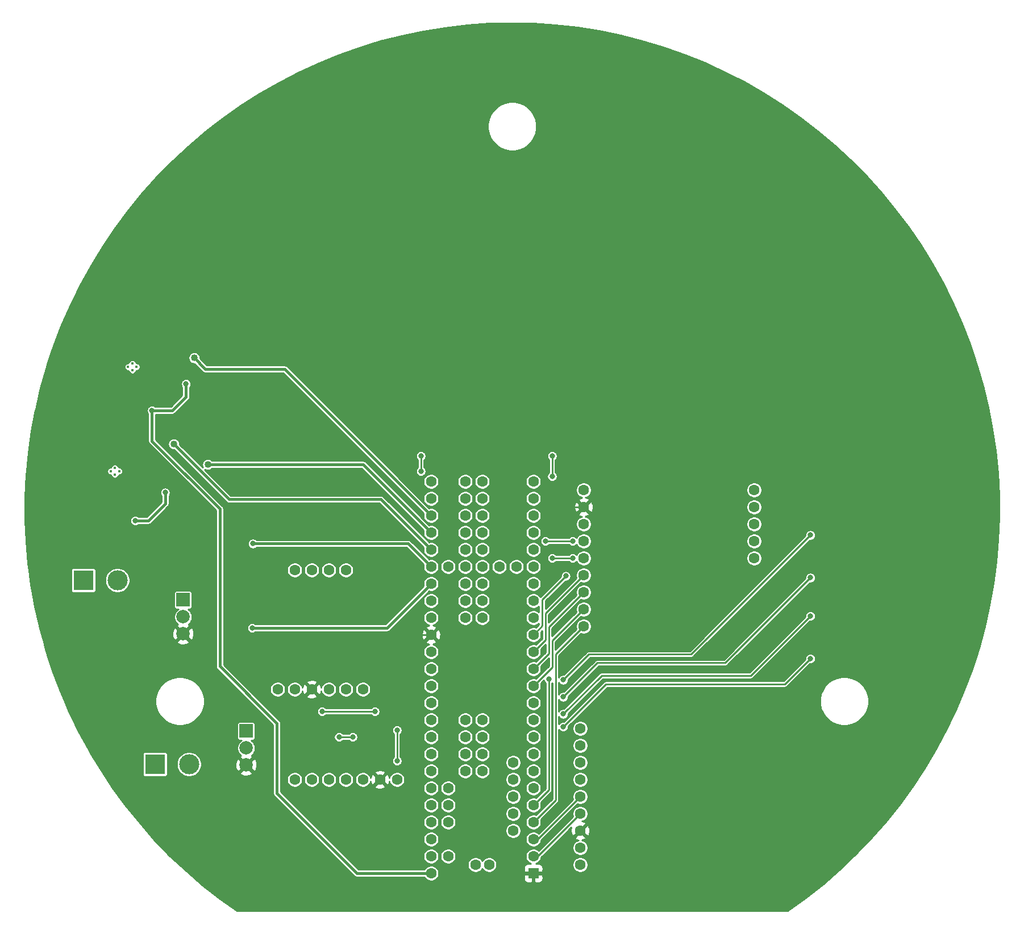
<source format=gbl>
G04 #@! TF.GenerationSoftware,KiCad,Pcbnew,(5.1.7)-1*
G04 #@! TF.CreationDate,2021-11-24T22:39:04-05:00*
G04 #@! TF.ProjectId,REV1_FALL_2021,52455631-5f46-4414-9c4c-5f323032312e,rev?*
G04 #@! TF.SameCoordinates,Original*
G04 #@! TF.FileFunction,Copper,L2,Bot*
G04 #@! TF.FilePolarity,Positive*
%FSLAX46Y46*%
G04 Gerber Fmt 4.6, Leading zero omitted, Abs format (unit mm)*
G04 Created by KiCad (PCBNEW (5.1.7)-1) date 2021-11-24 22:39:04*
%MOMM*%
%LPD*%
G01*
G04 APERTURE LIST*
G04 #@! TA.AperFunction,ComponentPad*
%ADD10C,1.600000*%
G04 #@! TD*
G04 #@! TA.AperFunction,ComponentPad*
%ADD11R,1.600000X1.600000*%
G04 #@! TD*
G04 #@! TA.AperFunction,ComponentPad*
%ADD12R,3.000000X3.000000*%
G04 #@! TD*
G04 #@! TA.AperFunction,ComponentPad*
%ADD13C,3.000000*%
G04 #@! TD*
G04 #@! TA.AperFunction,ComponentPad*
%ADD14R,2.000000X2.000000*%
G04 #@! TD*
G04 #@! TA.AperFunction,ComponentPad*
%ADD15C,2.000000*%
G04 #@! TD*
G04 #@! TA.AperFunction,ComponentPad*
%ADD16C,0.400000*%
G04 #@! TD*
G04 #@! TA.AperFunction,ViaPad*
%ADD17C,0.800000*%
G04 #@! TD*
G04 #@! TA.AperFunction,ViaPad*
%ADD18C,1.016000*%
G04 #@! TD*
G04 #@! TA.AperFunction,Conductor*
%ADD19C,0.250000*%
G04 #@! TD*
G04 #@! TA.AperFunction,Conductor*
%ADD20C,0.431800*%
G04 #@! TD*
G04 #@! TA.AperFunction,Conductor*
%ADD21C,0.240000*%
G04 #@! TD*
G04 #@! TA.AperFunction,Conductor*
%ADD22C,0.100000*%
G04 #@! TD*
G04 APERTURE END LIST*
D10*
X110490000Y-155829000D03*
X110490000Y-153289000D03*
X110490000Y-150749000D03*
X110490000Y-148209000D03*
X110490000Y-145669000D03*
X110490000Y-143129000D03*
X110490000Y-140589000D03*
X110490000Y-138049000D03*
X110490000Y-135509000D03*
X83185000Y-143129000D03*
X80645000Y-143129000D03*
X78105000Y-143129000D03*
X75565000Y-143129000D03*
X73025000Y-143129000D03*
X70485000Y-143129000D03*
X67945000Y-143129000D03*
X65405000Y-129667000D03*
X67945000Y-129667000D03*
X70485000Y-129667000D03*
X73025000Y-129667000D03*
X75565000Y-129667000D03*
X78105000Y-129667000D03*
X67945000Y-111887000D03*
X70485000Y-111887000D03*
X73025000Y-111887000D03*
X75565000Y-111887000D03*
X110998000Y-99949000D03*
X110998000Y-102489000D03*
X110998000Y-105029000D03*
X110998000Y-107569000D03*
X110998000Y-110109000D03*
X110998000Y-112649000D03*
X110998000Y-115189000D03*
X110998000Y-117729000D03*
X110998000Y-120269000D03*
X136398000Y-110109000D03*
X136398000Y-107569000D03*
X136398000Y-105029000D03*
X136398000Y-102489000D03*
X136398000Y-99949000D03*
X103505000Y-116459000D03*
X103505000Y-113919000D03*
X103505000Y-111379000D03*
X103505000Y-108839000D03*
X103505000Y-118999000D03*
X103505000Y-121539000D03*
X103505000Y-124079000D03*
X103505000Y-106299000D03*
X103505000Y-103759000D03*
X103505000Y-101219000D03*
X103505000Y-98679000D03*
X100965000Y-111379000D03*
X98425000Y-111379000D03*
X95885000Y-111379000D03*
X93345000Y-111379000D03*
X90805000Y-111379000D03*
X88265000Y-98679000D03*
X88265000Y-101219000D03*
X88265000Y-103759000D03*
X88265000Y-106299000D03*
X88265000Y-108839000D03*
X88265000Y-111379000D03*
X88265000Y-113919000D03*
X88265000Y-116459000D03*
X103505000Y-126619000D03*
X103505000Y-129159000D03*
X103505000Y-131699000D03*
X103505000Y-134239000D03*
X103505000Y-136779000D03*
X103505000Y-139319000D03*
X103505000Y-141859000D03*
X103505000Y-144399000D03*
X103505000Y-146939000D03*
X103505000Y-149479000D03*
X103505000Y-152019000D03*
X103505000Y-154559000D03*
D11*
X103505000Y-157099000D03*
D10*
X88265000Y-118999000D03*
X88265000Y-121539000D03*
X88265000Y-124079000D03*
X88265000Y-126619000D03*
X88265000Y-129159000D03*
X88265000Y-131699000D03*
X88265000Y-134239000D03*
X88265000Y-136779000D03*
X88265000Y-139319000D03*
X88265000Y-141859000D03*
X88265000Y-144399000D03*
X88265000Y-146939000D03*
X88265000Y-149479000D03*
X88265000Y-152019000D03*
X88265000Y-154559000D03*
X88265000Y-157099000D03*
X90805000Y-154559000D03*
X90805000Y-149479000D03*
X90805000Y-146939000D03*
X90805000Y-144399000D03*
X100505000Y-150749000D03*
X100505000Y-148209000D03*
X100505000Y-145669000D03*
X100505000Y-143129000D03*
X100505000Y-140589000D03*
X93345000Y-108839000D03*
X93345000Y-106299000D03*
X93345000Y-103759000D03*
X93345000Y-101219000D03*
X95885000Y-101219000D03*
X95885000Y-103759000D03*
X95885000Y-106299000D03*
X95885000Y-108839000D03*
X93345000Y-98679000D03*
X95885000Y-98679000D03*
X93345000Y-113919000D03*
X95885000Y-113919000D03*
X93345000Y-116459000D03*
X95885000Y-116459000D03*
X93345000Y-118999000D03*
X95885000Y-118999000D03*
X95885000Y-139319000D03*
X95885000Y-141859000D03*
X95885000Y-136779000D03*
X95885000Y-134239000D03*
X93345000Y-134239000D03*
X93345000Y-136779000D03*
X93345000Y-139319000D03*
X93345000Y-141859000D03*
X96895000Y-155829000D03*
X94875000Y-155829000D03*
D12*
X36449000Y-113411000D03*
D13*
X41529000Y-113411000D03*
D14*
X51308000Y-116332000D03*
D15*
X51308000Y-118872000D03*
X51308000Y-121412000D03*
D16*
X40523000Y-97155000D03*
X41148000Y-96655000D03*
X41148000Y-97655000D03*
X41773000Y-97155000D03*
X44376500Y-81597500D03*
X43751500Y-82097500D03*
X43751500Y-81097500D03*
X43126500Y-81597500D03*
D12*
X47117000Y-140843000D03*
D13*
X52197000Y-140843000D03*
D14*
X60706000Y-135890000D03*
D15*
X60706000Y-138430000D03*
X60706000Y-140970000D03*
D17*
X105791000Y-128143000D03*
X109347000Y-107569000D03*
X105283000Y-107569000D03*
X86741000Y-97155000D03*
X86741000Y-94869000D03*
X109347000Y-110109000D03*
X106294347Y-97921653D03*
X106299000Y-94869000D03*
X106299000Y-110109000D03*
X74544347Y-136783653D03*
X76585653Y-136774347D03*
X72009000Y-132969000D03*
X79887653Y-132964347D03*
X83185000Y-140335000D03*
X83185000Y-135763000D03*
X108331000Y-112776000D03*
X96647000Y-96647000D03*
X92837000Y-95631000D03*
X80645000Y-140335000D03*
X80640347Y-131694347D03*
X107315000Y-102489000D03*
X85217000Y-121539000D03*
D18*
X54864000Y-89408000D03*
X52832000Y-91440000D03*
X49784000Y-91440000D03*
X43180000Y-91440000D03*
X40132000Y-91440000D03*
X37084000Y-91440000D03*
X34036000Y-91440000D03*
X39624000Y-78740000D03*
X40132000Y-81280000D03*
X40132000Y-84328000D03*
X53848000Y-84836000D03*
X55880000Y-83820000D03*
X45212000Y-78740000D03*
X48260000Y-78740000D03*
X51308000Y-78740000D03*
X54356000Y-78740000D03*
X55880000Y-80264000D03*
X45212000Y-100584000D03*
X49784000Y-98044000D03*
X51816000Y-100076000D03*
X49784000Y-104648000D03*
X52832000Y-104648000D03*
D17*
X160020000Y-136525000D03*
X160020000Y-132715000D03*
X160020000Y-128905000D03*
X160020000Y-125730000D03*
X163830000Y-125095000D03*
X163830000Y-121920000D03*
X163830000Y-118110000D03*
X163830000Y-114300000D03*
X163830000Y-110490000D03*
X163830000Y-106680000D03*
X163830000Y-102870000D03*
X163830000Y-99060000D03*
X163830000Y-95250000D03*
X160020000Y-95250000D03*
X160020000Y-91440000D03*
X160020000Y-87630000D03*
X160020000Y-83820000D03*
X160020000Y-80010000D03*
X160020000Y-76200000D03*
X114935000Y-157480000D03*
X114935000Y-153670000D03*
X114935000Y-149860000D03*
X114935000Y-146050000D03*
X114935000Y-142240000D03*
X114935000Y-138430000D03*
X114935000Y-134620000D03*
X142875000Y-131445000D03*
X139065000Y-131445000D03*
X135255000Y-131445000D03*
X131445000Y-131445000D03*
X127635000Y-131445000D03*
X123825000Y-131445000D03*
X120015000Y-131445000D03*
X116205000Y-131445000D03*
X126365000Y-116840000D03*
X122555000Y-116840000D03*
X118745000Y-116840000D03*
X114935000Y-116840000D03*
X114935000Y-120650000D03*
X118745000Y-120650000D03*
X122555000Y-120650000D03*
X126365000Y-120650000D03*
X78740000Y-99060000D03*
X74930000Y-99060000D03*
X71120000Y-99060000D03*
X67310000Y-99060000D03*
X63500000Y-99060000D03*
X59690000Y-99060000D03*
X59690000Y-104775000D03*
X63500000Y-104775000D03*
X67310000Y-104775000D03*
X71120000Y-104775000D03*
X74930000Y-104775000D03*
X78740000Y-104775000D03*
X142240000Y-90805000D03*
X138430000Y-90805000D03*
X134620000Y-90805000D03*
X130810000Y-90805000D03*
X127000000Y-90805000D03*
X123190000Y-90805000D03*
X119380000Y-90805000D03*
X115570000Y-90805000D03*
X111760000Y-90805000D03*
X107950000Y-90805000D03*
X104140000Y-90805000D03*
X100330000Y-90805000D03*
X96520000Y-90805000D03*
X92710000Y-90805000D03*
X88900000Y-90805000D03*
X85090000Y-90805000D03*
X81280000Y-90805000D03*
X59690000Y-93980000D03*
X63500000Y-93980000D03*
X67310000Y-93980000D03*
X71120000Y-93980000D03*
X74930000Y-93980000D03*
X52070000Y-106680000D03*
X41910000Y-106680000D03*
X46990000Y-106680000D03*
X46990000Y-110490000D03*
X46990000Y-114300000D03*
X41910000Y-119380000D03*
X41910000Y-121920000D03*
X45720000Y-121920000D03*
X45720000Y-125730000D03*
X49530000Y-125730000D03*
X53340000Y-125730000D03*
X54610000Y-121920000D03*
X54610000Y-116840000D03*
X54610000Y-111760000D03*
X81280000Y-160020000D03*
X76200000Y-160020000D03*
X73660000Y-157480000D03*
X71120000Y-154940000D03*
X68580000Y-152400000D03*
X66040000Y-149860000D03*
X63500000Y-147320000D03*
X60960000Y-144780000D03*
X68580000Y-137160000D03*
X60960000Y-127000000D03*
X58420000Y-124460000D03*
X58420000Y-119380000D03*
X58420000Y-114300000D03*
X68580000Y-158750000D03*
X63500000Y-153670000D03*
X63500000Y-158750000D03*
X58420000Y-158750000D03*
X53340000Y-153670000D03*
X58420000Y-153670000D03*
X58420000Y-148590000D03*
X53340000Y-148590000D03*
X48260000Y-148590000D03*
X43180000Y-143510000D03*
X40640000Y-139700000D03*
X39370000Y-134620000D03*
X39370000Y-130810000D03*
X36830000Y-125730000D03*
X33020000Y-121920000D03*
X31750000Y-116840000D03*
X31750000Y-111760000D03*
X33020000Y-106680000D03*
X80010000Y-111252000D03*
X80010000Y-118110000D03*
X80010000Y-123190000D03*
X77470000Y-125730000D03*
X72390000Y-125730000D03*
X67310000Y-125730000D03*
X64770000Y-123190000D03*
X69850000Y-123190000D03*
X74930000Y-123190000D03*
X74930000Y-118110000D03*
X69850000Y-118110000D03*
X64770000Y-118110000D03*
X50800000Y-73660000D03*
X50800000Y-69850000D03*
X50800000Y-66040000D03*
X54610000Y-66040000D03*
X54610000Y-69850000D03*
X58420000Y-69850000D03*
X58420000Y-66040000D03*
X62230000Y-66040000D03*
X62230000Y-69850000D03*
X62230000Y-73660000D03*
X58420000Y-73660000D03*
X54610000Y-73660000D03*
X114935000Y-97790000D03*
X114935000Y-101600000D03*
X114935000Y-105410000D03*
X114935000Y-109220000D03*
X114935000Y-113030000D03*
X48641000Y-100330000D03*
X44196000Y-104521000D03*
X51752500Y-84137500D03*
X46672500Y-88074500D03*
D18*
X54991000Y-96139000D03*
X52959000Y-80264000D03*
X49911000Y-93091000D03*
D17*
X107950000Y-135255000D03*
X144780000Y-125095000D03*
X107950000Y-133350000D03*
X144780000Y-118745000D03*
X107950000Y-130810000D03*
X144780000Y-113030000D03*
X107950000Y-128270000D03*
X144780000Y-106680000D03*
X61722000Y-107950000D03*
X61595000Y-120523000D03*
D19*
X105283000Y-118364000D02*
X110998000Y-112649000D01*
X105283000Y-122301000D02*
X105283000Y-118364000D01*
X103505000Y-124079000D02*
X105283000Y-122301000D01*
X110998000Y-115189000D02*
X105791000Y-120396000D01*
X105791000Y-124333000D02*
X103505000Y-126619000D01*
X105791000Y-120396000D02*
X105791000Y-124333000D01*
X110998000Y-117729000D02*
X106299000Y-122428000D01*
X106299000Y-126365000D02*
X103505000Y-129159000D01*
X106299000Y-122428000D02*
X106299000Y-126365000D01*
X103505000Y-146939000D02*
X105791000Y-144653000D01*
X105791000Y-144653000D02*
X105791000Y-128143000D01*
X109347000Y-107569000D02*
X105283000Y-107569000D01*
X110998000Y-120269000D02*
X106807000Y-124460000D01*
X106807000Y-146177000D02*
X103505000Y-149479000D01*
X106807000Y-124460000D02*
X106807000Y-146177000D01*
X104140000Y-152019000D02*
X103505000Y-152019000D01*
X110490000Y-145669000D02*
X104140000Y-152019000D01*
X104140000Y-154559000D02*
X103505000Y-154559000D01*
X110490000Y-148209000D02*
X104140000Y-154559000D01*
X86741000Y-97155000D02*
X86741000Y-94869000D01*
X106294347Y-94873653D02*
X106299000Y-94869000D01*
X106294347Y-97921653D02*
X106294347Y-94873653D01*
X109347000Y-110109000D02*
X106299000Y-110109000D01*
X76576347Y-136783653D02*
X76585653Y-136774347D01*
X74544347Y-136783653D02*
X76576347Y-136783653D01*
X72009000Y-132969000D02*
X79883000Y-132969000D01*
X79883000Y-132969000D02*
X79887653Y-132964347D01*
X83185000Y-140335000D02*
X83185000Y-135763000D01*
X103505000Y-121539000D02*
X104832998Y-120211002D01*
X104832998Y-116274002D02*
X104832998Y-120211002D01*
X104832998Y-116274002D02*
X108331000Y-112776000D01*
X93853000Y-96647000D02*
X96647000Y-96647000D01*
X92837000Y-95631000D02*
X93853000Y-96647000D01*
X80645000Y-131699000D02*
X80640347Y-131694347D01*
X80645000Y-140335000D02*
X80645000Y-131699000D01*
X110998000Y-102489000D02*
X107315000Y-102489000D01*
X80640347Y-131694347D02*
X72512347Y-131694347D01*
X72512347Y-131694347D02*
X70485000Y-129667000D01*
X88265000Y-121539000D02*
X85217000Y-121539000D01*
X49784000Y-91440000D02*
X52832000Y-91440000D01*
X40132000Y-91440000D02*
X43180000Y-91440000D01*
X34036000Y-91440000D02*
X37084000Y-91440000D01*
X40132000Y-84328000D02*
X40132000Y-81280000D01*
X54864000Y-84836000D02*
X53848000Y-84836000D01*
X55880000Y-83820000D02*
X54864000Y-84836000D01*
X45212000Y-78740000D02*
X48260000Y-78740000D01*
X51308000Y-78740000D02*
X54356000Y-78740000D01*
X46736000Y-100584000D02*
X45212000Y-100584000D01*
X48260000Y-99060000D02*
X46736000Y-100584000D01*
X48768000Y-99060000D02*
X48260000Y-99060000D01*
X49784000Y-98044000D02*
X48768000Y-99060000D01*
X52832000Y-101092000D02*
X51816000Y-100076000D01*
X52832000Y-104648000D02*
X52832000Y-101092000D01*
X49784000Y-104648000D02*
X52832000Y-104648000D01*
X160020000Y-128905000D02*
X160020000Y-132715000D01*
X163195000Y-125730000D02*
X160020000Y-125730000D01*
X163830000Y-125095000D02*
X163195000Y-125730000D01*
X163830000Y-118110000D02*
X163830000Y-121920000D01*
X163830000Y-110490000D02*
X163830000Y-114300000D01*
X163830000Y-102870000D02*
X163830000Y-106680000D01*
X163830000Y-95250000D02*
X163830000Y-99060000D01*
X160020000Y-91440000D02*
X160020000Y-95250000D01*
X160020000Y-83820000D02*
X160020000Y-87630000D01*
X160020000Y-76200000D02*
X160020000Y-80010000D01*
X160020000Y-125730000D02*
X148590000Y-125730000D01*
X114935000Y-153670000D02*
X114935000Y-157480000D01*
X114935000Y-146050000D02*
X114935000Y-149860000D01*
X114935000Y-138430000D02*
X114935000Y-142240000D01*
X116205000Y-133350000D02*
X114935000Y-134620000D01*
X116205000Y-131445000D02*
X116205000Y-133350000D01*
X148590000Y-125730000D02*
X142875000Y-131445000D01*
X139065000Y-131445000D02*
X135255000Y-131445000D01*
X131445000Y-131445000D02*
X127635000Y-131445000D01*
X123825000Y-131445000D02*
X120015000Y-131445000D01*
X122555000Y-116840000D02*
X126365000Y-116840000D01*
X114935000Y-116840000D02*
X118745000Y-116840000D01*
X118745000Y-120650000D02*
X114935000Y-120650000D01*
X126365000Y-120650000D02*
X122555000Y-120650000D01*
X74930000Y-99060000D02*
X78740000Y-99060000D01*
X67310000Y-99060000D02*
X71120000Y-99060000D01*
X60325000Y-99060000D02*
X63500000Y-99060000D01*
X59690000Y-99060000D02*
X60325000Y-99060000D01*
X63500000Y-104775000D02*
X59690000Y-104775000D01*
X71120000Y-104775000D02*
X67310000Y-104775000D01*
X78740000Y-104775000D02*
X74930000Y-104775000D01*
X134620000Y-90805000D02*
X138430000Y-90805000D01*
X127000000Y-90805000D02*
X130810000Y-90805000D01*
X119380000Y-90805000D02*
X123190000Y-90805000D01*
X111760000Y-90805000D02*
X115570000Y-90805000D01*
X104140000Y-90805000D02*
X107950000Y-90805000D01*
X96520000Y-90805000D02*
X100330000Y-90805000D01*
X88900000Y-90805000D02*
X92710000Y-90805000D01*
X81280000Y-90805000D02*
X85090000Y-90805000D01*
X59690000Y-93980000D02*
X63500000Y-93980000D01*
X67310000Y-93980000D02*
X71120000Y-93980000D01*
X41910000Y-106680000D02*
X52070000Y-106680000D01*
X46990000Y-110490000D02*
X46990000Y-106680000D01*
X41910000Y-119380000D02*
X46990000Y-114300000D01*
X45720000Y-121920000D02*
X41910000Y-121920000D01*
X49530000Y-125730000D02*
X45720000Y-125730000D01*
X53340000Y-123190000D02*
X53340000Y-125730000D01*
X54610000Y-121920000D02*
X53340000Y-123190000D01*
X54610000Y-111760000D02*
X54610000Y-116840000D01*
X81280000Y-160020000D02*
X76200000Y-160020000D01*
X73660000Y-157480000D02*
X71120000Y-154940000D01*
X68580000Y-152400000D02*
X66040000Y-149860000D01*
X63500000Y-147320000D02*
X60960000Y-144780000D01*
X68580000Y-137160000D02*
X60960000Y-129540000D01*
X60960000Y-129540000D02*
X60960000Y-127000000D01*
X58420000Y-124460000D02*
X58420000Y-119380000D01*
X41910000Y-106680000D02*
X33020000Y-106680000D01*
X63500000Y-158750000D02*
X63500000Y-153670000D01*
X53340000Y-153670000D02*
X58420000Y-158750000D01*
X58420000Y-148590000D02*
X58420000Y-153670000D01*
X48260000Y-148590000D02*
X53340000Y-148590000D01*
X43180000Y-142240000D02*
X43180000Y-143510000D01*
X40640000Y-139700000D02*
X43180000Y-142240000D01*
X39370000Y-130810000D02*
X39370000Y-134620000D01*
X33020000Y-121920000D02*
X36830000Y-125730000D01*
X31750000Y-111760000D02*
X31750000Y-116840000D01*
X80010000Y-123190000D02*
X77470000Y-125730000D01*
X72390000Y-125730000D02*
X67310000Y-125730000D01*
X64770000Y-123190000D02*
X69850000Y-123190000D01*
X64770000Y-118110000D02*
X69850000Y-118110000D01*
X54356000Y-78740000D02*
X54356000Y-73914000D01*
X50800000Y-66040000D02*
X50800000Y-69850000D01*
X54610000Y-69850000D02*
X54610000Y-66040000D01*
X58420000Y-66040000D02*
X58420000Y-69850000D01*
X62230000Y-69850000D02*
X62230000Y-66040000D01*
X58420000Y-73660000D02*
X62230000Y-73660000D01*
X54356000Y-73914000D02*
X54610000Y-73660000D01*
X114935000Y-105410000D02*
X114935000Y-101600000D01*
X114935000Y-113030000D02*
X114935000Y-109220000D01*
D20*
X48641000Y-101981000D02*
X48641000Y-100330000D01*
X46101000Y-104521000D02*
X48641000Y-101981000D01*
X44196000Y-104521000D02*
X46101000Y-104521000D01*
X49720500Y-88074500D02*
X51752500Y-86042500D01*
X51752500Y-86042500D02*
X51752500Y-84137500D01*
X46672500Y-88074500D02*
X49720500Y-88074500D01*
X46672500Y-88074500D02*
X46672500Y-92646500D01*
X77216000Y-157099000D02*
X88265000Y-157099000D01*
X65278000Y-145161000D02*
X77216000Y-157099000D01*
X65278000Y-134747000D02*
X65278000Y-145161000D01*
X56769000Y-126238000D02*
X65278000Y-134747000D01*
X56769000Y-102743000D02*
X56769000Y-126238000D01*
X56769000Y-102743000D02*
X46672500Y-92646500D01*
X78105000Y-96139000D02*
X88265000Y-106299000D01*
X63754000Y-96139000D02*
X78105000Y-96139000D01*
X54991000Y-96139000D02*
X63754000Y-96139000D01*
X88265000Y-103759000D02*
X66421000Y-81915000D01*
X54610000Y-81915000D02*
X52959000Y-80264000D01*
X66421000Y-81915000D02*
X54610000Y-81915000D01*
X80772000Y-101346000D02*
X88265000Y-108839000D01*
X61087000Y-101346000D02*
X80772000Y-101346000D01*
X58166000Y-101346000D02*
X61087000Y-101346000D01*
X49911000Y-93091000D02*
X58166000Y-101346000D01*
D19*
X107950000Y-135255000D02*
X114300000Y-128905000D01*
X140970000Y-128905000D02*
X114300000Y-128905000D01*
X144780000Y-125095000D02*
X140970000Y-128905000D01*
X113665000Y-127635000D02*
X107950000Y-133350000D01*
X135890000Y-127635000D02*
X113665000Y-127635000D01*
X144780000Y-118745000D02*
X135890000Y-127635000D01*
X113030000Y-125730000D02*
X107950000Y-130810000D01*
X132080000Y-125730000D02*
X113030000Y-125730000D01*
X144780000Y-113030000D02*
X132080000Y-125730000D01*
X111760000Y-124460000D02*
X107950000Y-128270000D01*
X127000000Y-124460000D02*
X111760000Y-124460000D01*
X144780000Y-106680000D02*
X127000000Y-124460000D01*
D20*
X88265000Y-111379000D02*
X84836000Y-107950000D01*
X84836000Y-107950000D02*
X61722000Y-107950000D01*
X88265000Y-113919000D02*
X81661000Y-120523000D01*
X81661000Y-120523000D02*
X61595000Y-120523000D01*
D21*
X103493346Y-30384115D02*
X106778254Y-30602232D01*
X110049905Y-30969139D01*
X113301544Y-31484082D01*
X116526448Y-32145992D01*
X119718044Y-32953522D01*
X122869700Y-33904993D01*
X125974965Y-34998459D01*
X129027422Y-36231661D01*
X132020782Y-37602055D01*
X134948910Y-39106833D01*
X137805758Y-40742889D01*
X140585456Y-42506861D01*
X143282262Y-44395104D01*
X145890653Y-46403751D01*
X148405233Y-48528650D01*
X150820811Y-50765410D01*
X153132471Y-53109480D01*
X155335385Y-55555965D01*
X157425076Y-58099894D01*
X159397201Y-60735975D01*
X161247721Y-63458815D01*
X162972824Y-66262803D01*
X164568954Y-69142163D01*
X166032813Y-72090938D01*
X167361405Y-75103096D01*
X168551994Y-78172434D01*
X169602120Y-81292612D01*
X170509623Y-84457213D01*
X171272641Y-87659738D01*
X171889591Y-90893554D01*
X172359211Y-94152027D01*
X172680537Y-97428481D01*
X172852901Y-100716113D01*
X172875950Y-104008170D01*
X172749637Y-107297924D01*
X172474225Y-110578506D01*
X172050272Y-113843280D01*
X171478664Y-117085409D01*
X170760565Y-120298303D01*
X169897466Y-123475288D01*
X168891129Y-126609879D01*
X167743639Y-129695576D01*
X166457352Y-132726049D01*
X165034925Y-135695036D01*
X163479268Y-138596463D01*
X161793596Y-141424334D01*
X159981390Y-144172807D01*
X158046358Y-146836262D01*
X155992503Y-149409188D01*
X153824052Y-151886290D01*
X151545449Y-154262490D01*
X149161422Y-156532861D01*
X146676848Y-158692756D01*
X144096856Y-160737717D01*
X141422739Y-162666432D01*
X141337206Y-162725000D01*
X59328309Y-162725000D01*
X56767751Y-160891898D01*
X54180557Y-158856062D01*
X51688367Y-156704950D01*
X49296315Y-154442990D01*
X47009359Y-152074873D01*
X44832157Y-149605423D01*
X42769235Y-147039770D01*
X40824819Y-144383176D01*
X39002911Y-141641103D01*
X37622009Y-139343000D01*
X45245210Y-139343000D01*
X45245210Y-142343000D01*
X45252354Y-142415533D01*
X45273511Y-142485278D01*
X45307868Y-142549555D01*
X45354105Y-142605895D01*
X45410445Y-142652132D01*
X45474722Y-142686489D01*
X45544467Y-142707646D01*
X45617000Y-142714790D01*
X48617000Y-142714790D01*
X48689533Y-142707646D01*
X48759278Y-142686489D01*
X48823555Y-142652132D01*
X48879895Y-142605895D01*
X48926132Y-142549555D01*
X48960489Y-142485278D01*
X48981646Y-142415533D01*
X48988790Y-142343000D01*
X48988790Y-140658821D01*
X50327000Y-140658821D01*
X50327000Y-141027179D01*
X50398863Y-141388459D01*
X50539828Y-141728777D01*
X50744476Y-142035055D01*
X51004945Y-142295524D01*
X51311223Y-142500172D01*
X51651541Y-142641137D01*
X52012821Y-142713000D01*
X52381179Y-142713000D01*
X52742459Y-142641137D01*
X53082777Y-142500172D01*
X53389055Y-142295524D01*
X53578404Y-142106175D01*
X59759330Y-142106175D01*
X59856095Y-142367768D01*
X60145117Y-142506719D01*
X60455693Y-142586614D01*
X60775888Y-142604384D01*
X61093397Y-142559346D01*
X61396020Y-142453229D01*
X61555905Y-142367768D01*
X61652670Y-142106175D01*
X60706000Y-141159505D01*
X59759330Y-142106175D01*
X53578404Y-142106175D01*
X53649524Y-142035055D01*
X53854172Y-141728777D01*
X53995137Y-141388459D01*
X54064472Y-141039888D01*
X59071616Y-141039888D01*
X59116654Y-141357397D01*
X59222771Y-141660020D01*
X59308232Y-141819905D01*
X59569825Y-141916670D01*
X60516495Y-140970000D01*
X60895505Y-140970000D01*
X61842175Y-141916670D01*
X62103768Y-141819905D01*
X62242719Y-141530883D01*
X62322614Y-141220307D01*
X62340384Y-140900112D01*
X62295346Y-140582603D01*
X62189229Y-140279980D01*
X62103768Y-140120095D01*
X61842175Y-140023330D01*
X60895505Y-140970000D01*
X60516495Y-140970000D01*
X59569825Y-140023330D01*
X59308232Y-140120095D01*
X59169281Y-140409117D01*
X59089386Y-140719693D01*
X59071616Y-141039888D01*
X54064472Y-141039888D01*
X54067000Y-141027179D01*
X54067000Y-140658821D01*
X53995137Y-140297541D01*
X53854172Y-139957223D01*
X53649524Y-139650945D01*
X53389055Y-139390476D01*
X53082777Y-139185828D01*
X52742459Y-139044863D01*
X52381179Y-138973000D01*
X52012821Y-138973000D01*
X51651541Y-139044863D01*
X51311223Y-139185828D01*
X51004945Y-139390476D01*
X50744476Y-139650945D01*
X50539828Y-139957223D01*
X50398863Y-140297541D01*
X50327000Y-140658821D01*
X48988790Y-140658821D01*
X48988790Y-139343000D01*
X48981646Y-139270467D01*
X48960489Y-139200722D01*
X48926132Y-139136445D01*
X48879895Y-139080105D01*
X48823555Y-139033868D01*
X48759278Y-138999511D01*
X48689533Y-138978354D01*
X48617000Y-138971210D01*
X45617000Y-138971210D01*
X45544467Y-138978354D01*
X45474722Y-138999511D01*
X45410445Y-139033868D01*
X45354105Y-139080105D01*
X45307868Y-139136445D01*
X45273511Y-139200722D01*
X45252354Y-139270467D01*
X45245210Y-139343000D01*
X37622009Y-139343000D01*
X37307266Y-138819205D01*
X35741383Y-135923302D01*
X34308478Y-132959349D01*
X33505416Y-131085766D01*
X47189297Y-131085766D01*
X47189297Y-131804232D01*
X47329463Y-132508892D01*
X47604408Y-133172668D01*
X48003566Y-133770050D01*
X48511598Y-134278082D01*
X49108980Y-134677240D01*
X49772756Y-134952185D01*
X50477416Y-135092351D01*
X51195882Y-135092351D01*
X51900542Y-134952185D01*
X52050669Y-134890000D01*
X59334210Y-134890000D01*
X59334210Y-136890000D01*
X59341354Y-136962533D01*
X59362511Y-137032278D01*
X59396868Y-137096555D01*
X59443105Y-137152895D01*
X59499445Y-137199132D01*
X59563722Y-137233489D01*
X59633467Y-137254646D01*
X59706000Y-137261790D01*
X59988415Y-137261790D01*
X59832676Y-137365851D01*
X59641851Y-137556676D01*
X59491922Y-137781062D01*
X59388648Y-138030386D01*
X59336000Y-138295067D01*
X59336000Y-138564933D01*
X59388648Y-138829614D01*
X59491922Y-139078938D01*
X59641851Y-139303324D01*
X59832676Y-139494149D01*
X59908008Y-139544484D01*
X59856095Y-139572232D01*
X59759330Y-139833825D01*
X60706000Y-140780495D01*
X61652670Y-139833825D01*
X61555905Y-139572232D01*
X61501563Y-139546107D01*
X61579324Y-139494149D01*
X61770149Y-139303324D01*
X61920078Y-139078938D01*
X62023352Y-138829614D01*
X62076000Y-138564933D01*
X62076000Y-138295067D01*
X62023352Y-138030386D01*
X61920078Y-137781062D01*
X61770149Y-137556676D01*
X61579324Y-137365851D01*
X61423585Y-137261790D01*
X61706000Y-137261790D01*
X61778533Y-137254646D01*
X61848278Y-137233489D01*
X61912555Y-137199132D01*
X61968895Y-137152895D01*
X62015132Y-137096555D01*
X62049489Y-137032278D01*
X62070646Y-136962533D01*
X62077790Y-136890000D01*
X62077790Y-134890000D01*
X62070646Y-134817467D01*
X62049489Y-134747722D01*
X62015132Y-134683445D01*
X61968895Y-134627105D01*
X61912555Y-134580868D01*
X61848278Y-134546511D01*
X61778533Y-134525354D01*
X61706000Y-134518210D01*
X59706000Y-134518210D01*
X59633467Y-134525354D01*
X59563722Y-134546511D01*
X59499445Y-134580868D01*
X59443105Y-134627105D01*
X59396868Y-134683445D01*
X59362511Y-134747722D01*
X59341354Y-134817467D01*
X59334210Y-134890000D01*
X52050669Y-134890000D01*
X52564318Y-134677240D01*
X53161700Y-134278082D01*
X53669732Y-133770050D01*
X54068890Y-133172668D01*
X54343835Y-132508892D01*
X54484001Y-131804232D01*
X54484001Y-131085766D01*
X54343835Y-130381106D01*
X54068890Y-129717330D01*
X53669732Y-129119948D01*
X53161700Y-128611916D01*
X52564318Y-128212758D01*
X51900542Y-127937813D01*
X51195882Y-127797647D01*
X50477416Y-127797647D01*
X49772756Y-127937813D01*
X49108980Y-128212758D01*
X48511598Y-128611916D01*
X48003566Y-129119948D01*
X47604408Y-129717330D01*
X47329463Y-130381106D01*
X47189297Y-131085766D01*
X33505416Y-131085766D01*
X33011496Y-129933430D01*
X31853121Y-126851813D01*
X30835722Y-123720795D01*
X30512704Y-122548175D01*
X50361330Y-122548175D01*
X50458095Y-122809768D01*
X50747117Y-122948719D01*
X51057693Y-123028614D01*
X51377888Y-123046384D01*
X51695397Y-123001346D01*
X51998020Y-122895229D01*
X52157905Y-122809768D01*
X52254670Y-122548175D01*
X51308000Y-121601505D01*
X50361330Y-122548175D01*
X30512704Y-122548175D01*
X30218976Y-121481888D01*
X49673616Y-121481888D01*
X49718654Y-121799397D01*
X49824771Y-122102020D01*
X49910232Y-122261905D01*
X50171825Y-122358670D01*
X51118495Y-121412000D01*
X51497505Y-121412000D01*
X52444175Y-122358670D01*
X52705768Y-122261905D01*
X52844719Y-121972883D01*
X52924614Y-121662307D01*
X52942384Y-121342112D01*
X52897346Y-121024603D01*
X52791229Y-120721980D01*
X52705768Y-120562095D01*
X52444175Y-120465330D01*
X51497505Y-121412000D01*
X51118495Y-121412000D01*
X50171825Y-120465330D01*
X49910232Y-120562095D01*
X49771281Y-120851117D01*
X49691386Y-121161693D01*
X49673616Y-121481888D01*
X30218976Y-121481888D01*
X29961410Y-120546875D01*
X29231973Y-117336543D01*
X28871257Y-115332000D01*
X49936210Y-115332000D01*
X49936210Y-117332000D01*
X49943354Y-117404533D01*
X49964511Y-117474278D01*
X49998868Y-117538555D01*
X50045105Y-117594895D01*
X50101445Y-117641132D01*
X50165722Y-117675489D01*
X50235467Y-117696646D01*
X50308000Y-117703790D01*
X50590415Y-117703790D01*
X50434676Y-117807851D01*
X50243851Y-117998676D01*
X50093922Y-118223062D01*
X49990648Y-118472386D01*
X49938000Y-118737067D01*
X49938000Y-119006933D01*
X49990648Y-119271614D01*
X50093922Y-119520938D01*
X50243851Y-119745324D01*
X50434676Y-119936149D01*
X50510008Y-119986484D01*
X50458095Y-120014232D01*
X50361330Y-120275825D01*
X51308000Y-121222495D01*
X52254670Y-120275825D01*
X52157905Y-120014232D01*
X52103563Y-119988107D01*
X52181324Y-119936149D01*
X52372149Y-119745324D01*
X52522078Y-119520938D01*
X52625352Y-119271614D01*
X52678000Y-119006933D01*
X52678000Y-118737067D01*
X52625352Y-118472386D01*
X52522078Y-118223062D01*
X52372149Y-117998676D01*
X52181324Y-117807851D01*
X52025585Y-117703790D01*
X52308000Y-117703790D01*
X52380533Y-117696646D01*
X52450278Y-117675489D01*
X52514555Y-117641132D01*
X52570895Y-117594895D01*
X52617132Y-117538555D01*
X52651489Y-117474278D01*
X52672646Y-117404533D01*
X52679790Y-117332000D01*
X52679790Y-115332000D01*
X52672646Y-115259467D01*
X52651489Y-115189722D01*
X52617132Y-115125445D01*
X52570895Y-115069105D01*
X52514555Y-115022868D01*
X52450278Y-114988511D01*
X52380533Y-114967354D01*
X52308000Y-114960210D01*
X50308000Y-114960210D01*
X50235467Y-114967354D01*
X50165722Y-114988511D01*
X50101445Y-115022868D01*
X50045105Y-115069105D01*
X49998868Y-115125445D01*
X49964511Y-115189722D01*
X49943354Y-115259467D01*
X49936210Y-115332000D01*
X28871257Y-115332000D01*
X28648919Y-114096441D01*
X28357275Y-111911000D01*
X34577210Y-111911000D01*
X34577210Y-114911000D01*
X34584354Y-114983533D01*
X34605511Y-115053278D01*
X34639868Y-115117555D01*
X34686105Y-115173895D01*
X34742445Y-115220132D01*
X34806722Y-115254489D01*
X34876467Y-115275646D01*
X34949000Y-115282790D01*
X37949000Y-115282790D01*
X38021533Y-115275646D01*
X38091278Y-115254489D01*
X38155555Y-115220132D01*
X38211895Y-115173895D01*
X38258132Y-115117555D01*
X38292489Y-115053278D01*
X38313646Y-114983533D01*
X38320790Y-114911000D01*
X38320790Y-113226821D01*
X39659000Y-113226821D01*
X39659000Y-113595179D01*
X39730863Y-113956459D01*
X39871828Y-114296777D01*
X40076476Y-114603055D01*
X40336945Y-114863524D01*
X40643223Y-115068172D01*
X40983541Y-115209137D01*
X41344821Y-115281000D01*
X41713179Y-115281000D01*
X42074459Y-115209137D01*
X42414777Y-115068172D01*
X42721055Y-114863524D01*
X42981524Y-114603055D01*
X43186172Y-114296777D01*
X43327137Y-113956459D01*
X43399000Y-113595179D01*
X43399000Y-113226821D01*
X43327137Y-112865541D01*
X43186172Y-112525223D01*
X42981524Y-112218945D01*
X42721055Y-111958476D01*
X42414777Y-111753828D01*
X42074459Y-111612863D01*
X41713179Y-111541000D01*
X41344821Y-111541000D01*
X40983541Y-111612863D01*
X40643223Y-111753828D01*
X40336945Y-111958476D01*
X40076476Y-112218945D01*
X39871828Y-112525223D01*
X39730863Y-112865541D01*
X39659000Y-113226821D01*
X38320790Y-113226821D01*
X38320790Y-111911000D01*
X38313646Y-111838467D01*
X38292489Y-111768722D01*
X38258132Y-111704445D01*
X38211895Y-111648105D01*
X38155555Y-111601868D01*
X38091278Y-111567511D01*
X38021533Y-111546354D01*
X37949000Y-111539210D01*
X34949000Y-111539210D01*
X34876467Y-111546354D01*
X34806722Y-111567511D01*
X34742445Y-111601868D01*
X34686105Y-111648105D01*
X34639868Y-111704445D01*
X34605511Y-111768722D01*
X34584354Y-111838467D01*
X34577210Y-111911000D01*
X28357275Y-111911000D01*
X28213446Y-110833218D01*
X27926448Y-107553576D01*
X27796104Y-104445162D01*
X43426000Y-104445162D01*
X43426000Y-104596838D01*
X43455590Y-104745601D01*
X43513635Y-104885732D01*
X43597902Y-105011847D01*
X43705153Y-105119098D01*
X43831268Y-105203365D01*
X43971399Y-105261410D01*
X44120162Y-105291000D01*
X44271838Y-105291000D01*
X44420601Y-105261410D01*
X44560732Y-105203365D01*
X44686847Y-105119098D01*
X44699045Y-105106900D01*
X46072228Y-105106900D01*
X46101000Y-105109734D01*
X46129772Y-105106900D01*
X46129775Y-105106900D01*
X46215856Y-105098422D01*
X46326299Y-105064919D01*
X46428083Y-105010514D01*
X46517298Y-104937298D01*
X46535649Y-104914937D01*
X49034949Y-102415639D01*
X49057298Y-102397298D01*
X49101008Y-102344037D01*
X49130514Y-102308084D01*
X49149464Y-102272629D01*
X49184919Y-102206299D01*
X49218422Y-102095856D01*
X49226900Y-102009775D01*
X49226900Y-102009763D01*
X49229733Y-101981001D01*
X49226900Y-101952239D01*
X49226900Y-100833045D01*
X49239098Y-100820847D01*
X49323365Y-100694732D01*
X49381410Y-100554601D01*
X49411000Y-100405838D01*
X49411000Y-100254162D01*
X49381410Y-100105399D01*
X49323365Y-99965268D01*
X49239098Y-99839153D01*
X49131847Y-99731902D01*
X49005732Y-99647635D01*
X48865601Y-99589590D01*
X48716838Y-99560000D01*
X48565162Y-99560000D01*
X48416399Y-99589590D01*
X48276268Y-99647635D01*
X48150153Y-99731902D01*
X48042902Y-99839153D01*
X47958635Y-99965268D01*
X47900590Y-100105399D01*
X47871000Y-100254162D01*
X47871000Y-100405838D01*
X47900590Y-100554601D01*
X47958635Y-100694732D01*
X48042902Y-100820847D01*
X48055101Y-100833046D01*
X48055100Y-101738312D01*
X45858314Y-103935100D01*
X44699045Y-103935100D01*
X44686847Y-103922902D01*
X44560732Y-103838635D01*
X44420601Y-103780590D01*
X44271838Y-103751000D01*
X44120162Y-103751000D01*
X43971399Y-103780590D01*
X43831268Y-103838635D01*
X43705153Y-103922902D01*
X43597902Y-104030153D01*
X43513635Y-104156268D01*
X43455590Y-104296399D01*
X43426000Y-104445162D01*
X27796104Y-104445162D01*
X27788521Y-104264331D01*
X27799947Y-100972190D01*
X27960701Y-97683975D01*
X28015998Y-97098860D01*
X39953000Y-97098860D01*
X39953000Y-97211140D01*
X39974905Y-97321263D01*
X40017873Y-97424996D01*
X40080252Y-97518354D01*
X40159646Y-97597748D01*
X40253004Y-97660127D01*
X40356737Y-97703095D01*
X40466860Y-97725000D01*
X40579140Y-97725000D01*
X40580695Y-97724691D01*
X40599905Y-97821263D01*
X40642873Y-97924996D01*
X40705252Y-98018354D01*
X40784646Y-98097748D01*
X40878004Y-98160127D01*
X40981737Y-98203095D01*
X41091860Y-98225000D01*
X41204140Y-98225000D01*
X41314263Y-98203095D01*
X41417996Y-98160127D01*
X41511354Y-98097748D01*
X41590748Y-98018354D01*
X41653127Y-97924996D01*
X41696095Y-97821263D01*
X41715305Y-97724691D01*
X41716860Y-97725000D01*
X41829140Y-97725000D01*
X41939263Y-97703095D01*
X42042996Y-97660127D01*
X42136354Y-97597748D01*
X42215748Y-97518354D01*
X42278127Y-97424996D01*
X42321095Y-97321263D01*
X42343000Y-97211140D01*
X42343000Y-97098860D01*
X42321095Y-96988737D01*
X42278127Y-96885004D01*
X42215748Y-96791646D01*
X42136354Y-96712252D01*
X42042996Y-96649873D01*
X41939263Y-96606905D01*
X41829140Y-96585000D01*
X41716860Y-96585000D01*
X41715305Y-96585309D01*
X41696095Y-96488737D01*
X41653127Y-96385004D01*
X41590748Y-96291646D01*
X41511354Y-96212252D01*
X41417996Y-96149873D01*
X41314263Y-96106905D01*
X41204140Y-96085000D01*
X41091860Y-96085000D01*
X40981737Y-96106905D01*
X40878004Y-96149873D01*
X40784646Y-96212252D01*
X40705252Y-96291646D01*
X40642873Y-96385004D01*
X40599905Y-96488737D01*
X40580695Y-96585309D01*
X40579140Y-96585000D01*
X40466860Y-96585000D01*
X40356737Y-96606905D01*
X40253004Y-96649873D01*
X40159646Y-96712252D01*
X40080252Y-96791646D01*
X40017873Y-96885004D01*
X39974905Y-96988737D01*
X39953000Y-97098860D01*
X28015998Y-97098860D01*
X28270455Y-94406412D01*
X28728568Y-91146295D01*
X29317566Y-87998662D01*
X45902500Y-87998662D01*
X45902500Y-88150338D01*
X45932090Y-88299101D01*
X45990135Y-88439232D01*
X46074402Y-88565347D01*
X46086600Y-88577545D01*
X46086601Y-92617718D01*
X46083766Y-92646500D01*
X46095079Y-92761356D01*
X46128581Y-92871798D01*
X46182986Y-92973583D01*
X46208380Y-93004525D01*
X46256203Y-93062798D01*
X46278558Y-93081144D01*
X56183100Y-102985688D01*
X56183101Y-126209217D01*
X56180266Y-126238000D01*
X56191579Y-126352856D01*
X56225081Y-126463298D01*
X56279486Y-126565083D01*
X56308042Y-126599878D01*
X56352703Y-126654298D01*
X56375058Y-126672644D01*
X64692100Y-134989688D01*
X64692101Y-145132218D01*
X64689266Y-145161000D01*
X64700579Y-145275856D01*
X64734081Y-145386298D01*
X64788486Y-145488083D01*
X64817993Y-145524037D01*
X64861703Y-145577298D01*
X64884058Y-145595644D01*
X76781360Y-157492948D01*
X76799702Y-157515298D01*
X76822052Y-157533640D01*
X76822053Y-157533641D01*
X76888916Y-157588514D01*
X76990701Y-157642919D01*
X77101144Y-157676422D01*
X77187225Y-157684900D01*
X77187228Y-157684900D01*
X77216000Y-157687734D01*
X77244772Y-157684900D01*
X87249339Y-157684900D01*
X87356202Y-157844831D01*
X87519169Y-158007798D01*
X87710797Y-158135840D01*
X87923724Y-158224037D01*
X88149765Y-158269000D01*
X88380235Y-158269000D01*
X88606276Y-158224037D01*
X88819203Y-158135840D01*
X89010831Y-158007798D01*
X89119629Y-157899000D01*
X102073961Y-157899000D01*
X102086086Y-158022110D01*
X102121996Y-158140488D01*
X102180310Y-158249586D01*
X102258788Y-158345212D01*
X102354414Y-158423690D01*
X102463512Y-158482004D01*
X102581890Y-158517914D01*
X102705000Y-158530039D01*
X103214000Y-158527000D01*
X103371000Y-158370000D01*
X103371000Y-157233000D01*
X103639000Y-157233000D01*
X103639000Y-158370000D01*
X103796000Y-158527000D01*
X104305000Y-158530039D01*
X104428110Y-158517914D01*
X104546488Y-158482004D01*
X104655586Y-158423690D01*
X104751212Y-158345212D01*
X104829690Y-158249586D01*
X104888004Y-158140488D01*
X104923914Y-158022110D01*
X104936039Y-157899000D01*
X104933000Y-157390000D01*
X104776000Y-157233000D01*
X103639000Y-157233000D01*
X103371000Y-157233000D01*
X102234000Y-157233000D01*
X102077000Y-157390000D01*
X102073961Y-157899000D01*
X89119629Y-157899000D01*
X89173798Y-157844831D01*
X89301840Y-157653203D01*
X89390037Y-157440276D01*
X89435000Y-157214235D01*
X89435000Y-156983765D01*
X89390037Y-156757724D01*
X89301840Y-156544797D01*
X89173798Y-156353169D01*
X89010831Y-156190202D01*
X88819203Y-156062160D01*
X88606276Y-155973963D01*
X88380235Y-155929000D01*
X88149765Y-155929000D01*
X87923724Y-155973963D01*
X87710797Y-156062160D01*
X87519169Y-156190202D01*
X87356202Y-156353169D01*
X87249339Y-156513100D01*
X77458688Y-156513100D01*
X75389353Y-154443765D01*
X87095000Y-154443765D01*
X87095000Y-154674235D01*
X87139963Y-154900276D01*
X87228160Y-155113203D01*
X87356202Y-155304831D01*
X87519169Y-155467798D01*
X87710797Y-155595840D01*
X87923724Y-155684037D01*
X88149765Y-155729000D01*
X88380235Y-155729000D01*
X88606276Y-155684037D01*
X88819203Y-155595840D01*
X89010831Y-155467798D01*
X89173798Y-155304831D01*
X89301840Y-155113203D01*
X89390037Y-154900276D01*
X89435000Y-154674235D01*
X89435000Y-154443765D01*
X89635000Y-154443765D01*
X89635000Y-154674235D01*
X89679963Y-154900276D01*
X89768160Y-155113203D01*
X89896202Y-155304831D01*
X90059169Y-155467798D01*
X90250797Y-155595840D01*
X90463724Y-155684037D01*
X90689765Y-155729000D01*
X90920235Y-155729000D01*
X90996825Y-155713765D01*
X93705000Y-155713765D01*
X93705000Y-155944235D01*
X93749963Y-156170276D01*
X93838160Y-156383203D01*
X93966202Y-156574831D01*
X94129169Y-156737798D01*
X94320797Y-156865840D01*
X94533724Y-156954037D01*
X94759765Y-156999000D01*
X94990235Y-156999000D01*
X95216276Y-156954037D01*
X95429203Y-156865840D01*
X95620831Y-156737798D01*
X95783798Y-156574831D01*
X95885000Y-156423372D01*
X95986202Y-156574831D01*
X96149169Y-156737798D01*
X96340797Y-156865840D01*
X96553724Y-156954037D01*
X96779765Y-156999000D01*
X97010235Y-156999000D01*
X97236276Y-156954037D01*
X97449203Y-156865840D01*
X97640831Y-156737798D01*
X97803798Y-156574831D01*
X97931840Y-156383203D01*
X97966717Y-156299000D01*
X102073961Y-156299000D01*
X102077000Y-156808000D01*
X102234000Y-156965000D01*
X103371000Y-156965000D01*
X103371000Y-156945000D01*
X103639000Y-156945000D01*
X103639000Y-156965000D01*
X104776000Y-156965000D01*
X104933000Y-156808000D01*
X104936039Y-156299000D01*
X104923914Y-156175890D01*
X104888004Y-156057512D01*
X104829690Y-155948414D01*
X104751212Y-155852788D01*
X104655586Y-155774310D01*
X104546488Y-155715996D01*
X104539134Y-155713765D01*
X109320000Y-155713765D01*
X109320000Y-155944235D01*
X109364963Y-156170276D01*
X109453160Y-156383203D01*
X109581202Y-156574831D01*
X109744169Y-156737798D01*
X109935797Y-156865840D01*
X110148724Y-156954037D01*
X110374765Y-156999000D01*
X110605235Y-156999000D01*
X110831276Y-156954037D01*
X111044203Y-156865840D01*
X111235831Y-156737798D01*
X111398798Y-156574831D01*
X111526840Y-156383203D01*
X111615037Y-156170276D01*
X111660000Y-155944235D01*
X111660000Y-155713765D01*
X111615037Y-155487724D01*
X111526840Y-155274797D01*
X111398798Y-155083169D01*
X111235831Y-154920202D01*
X111044203Y-154792160D01*
X110831276Y-154703963D01*
X110605235Y-154659000D01*
X110374765Y-154659000D01*
X110148724Y-154703963D01*
X109935797Y-154792160D01*
X109744169Y-154920202D01*
X109581202Y-155083169D01*
X109453160Y-155274797D01*
X109364963Y-155487724D01*
X109320000Y-155713765D01*
X104539134Y-155713765D01*
X104428110Y-155680086D01*
X104305000Y-155667961D01*
X103878946Y-155670505D01*
X104059203Y-155595840D01*
X104250831Y-155467798D01*
X104413798Y-155304831D01*
X104541840Y-155113203D01*
X104630037Y-154900276D01*
X104662634Y-154736401D01*
X106225270Y-153173765D01*
X109320000Y-153173765D01*
X109320000Y-153404235D01*
X109364963Y-153630276D01*
X109453160Y-153843203D01*
X109581202Y-154034831D01*
X109744169Y-154197798D01*
X109935797Y-154325840D01*
X110148724Y-154414037D01*
X110374765Y-154459000D01*
X110605235Y-154459000D01*
X110831276Y-154414037D01*
X111044203Y-154325840D01*
X111235831Y-154197798D01*
X111398798Y-154034831D01*
X111526840Y-153843203D01*
X111615037Y-153630276D01*
X111660000Y-153404235D01*
X111660000Y-153173765D01*
X111615037Y-152947724D01*
X111526840Y-152734797D01*
X111398798Y-152543169D01*
X111235831Y-152380202D01*
X111044203Y-152252160D01*
X110831276Y-152163963D01*
X110767056Y-152151189D01*
X110845838Y-152139086D01*
X111110193Y-152042956D01*
X111221324Y-151983555D01*
X111293884Y-151742389D01*
X110490000Y-150938505D01*
X109686116Y-151742389D01*
X109758676Y-151983555D01*
X110013578Y-152102508D01*
X110212574Y-152151262D01*
X110148724Y-152163963D01*
X109935797Y-152252160D01*
X109744169Y-152380202D01*
X109581202Y-152543169D01*
X109453160Y-152734797D01*
X109364963Y-152947724D01*
X109320000Y-153173765D01*
X106225270Y-153173765D01*
X109145272Y-150253764D01*
X109136492Y-150272578D01*
X109069555Y-150545788D01*
X109057203Y-150826808D01*
X109099914Y-151104838D01*
X109196044Y-151369193D01*
X109255445Y-151480324D01*
X109496611Y-151552884D01*
X110300495Y-150749000D01*
X110679505Y-150749000D01*
X111483389Y-151552884D01*
X111724555Y-151480324D01*
X111843508Y-151225422D01*
X111910445Y-150952212D01*
X111922797Y-150671192D01*
X111880086Y-150393162D01*
X111783956Y-150128807D01*
X111724555Y-150017676D01*
X111483389Y-149945116D01*
X110679505Y-150749000D01*
X110300495Y-150749000D01*
X110286353Y-150734858D01*
X110475858Y-150545353D01*
X110490000Y-150559495D01*
X111293884Y-149755611D01*
X111221324Y-149514445D01*
X110966422Y-149395492D01*
X110767426Y-149346738D01*
X110831276Y-149334037D01*
X111044203Y-149245840D01*
X111235831Y-149117798D01*
X111398798Y-148954831D01*
X111526840Y-148763203D01*
X111615037Y-148550276D01*
X111660000Y-148324235D01*
X111660000Y-148093765D01*
X111615037Y-147867724D01*
X111526840Y-147654797D01*
X111398798Y-147463169D01*
X111235831Y-147300202D01*
X111044203Y-147172160D01*
X110831276Y-147083963D01*
X110605235Y-147039000D01*
X110374765Y-147039000D01*
X110148724Y-147083963D01*
X109935797Y-147172160D01*
X109744169Y-147300202D01*
X109581202Y-147463169D01*
X109453160Y-147654797D01*
X109364963Y-147867724D01*
X109320000Y-148093765D01*
X109320000Y-148324235D01*
X109364963Y-148550276D01*
X109389485Y-148609479D01*
X104299797Y-153699168D01*
X104250831Y-153650202D01*
X104059203Y-153522160D01*
X103846276Y-153433963D01*
X103620235Y-153389000D01*
X103389765Y-153389000D01*
X103163724Y-153433963D01*
X102950797Y-153522160D01*
X102759169Y-153650202D01*
X102596202Y-153813169D01*
X102468160Y-154004797D01*
X102379963Y-154217724D01*
X102335000Y-154443765D01*
X102335000Y-154674235D01*
X102379963Y-154900276D01*
X102468160Y-155113203D01*
X102596202Y-155304831D01*
X102759169Y-155467798D01*
X102950797Y-155595840D01*
X103131054Y-155670505D01*
X102705000Y-155667961D01*
X102581890Y-155680086D01*
X102463512Y-155715996D01*
X102354414Y-155774310D01*
X102258788Y-155852788D01*
X102180310Y-155948414D01*
X102121996Y-156057512D01*
X102086086Y-156175890D01*
X102073961Y-156299000D01*
X97966717Y-156299000D01*
X98020037Y-156170276D01*
X98065000Y-155944235D01*
X98065000Y-155713765D01*
X98020037Y-155487724D01*
X97931840Y-155274797D01*
X97803798Y-155083169D01*
X97640831Y-154920202D01*
X97449203Y-154792160D01*
X97236276Y-154703963D01*
X97010235Y-154659000D01*
X96779765Y-154659000D01*
X96553724Y-154703963D01*
X96340797Y-154792160D01*
X96149169Y-154920202D01*
X95986202Y-155083169D01*
X95885000Y-155234628D01*
X95783798Y-155083169D01*
X95620831Y-154920202D01*
X95429203Y-154792160D01*
X95216276Y-154703963D01*
X94990235Y-154659000D01*
X94759765Y-154659000D01*
X94533724Y-154703963D01*
X94320797Y-154792160D01*
X94129169Y-154920202D01*
X93966202Y-155083169D01*
X93838160Y-155274797D01*
X93749963Y-155487724D01*
X93705000Y-155713765D01*
X90996825Y-155713765D01*
X91146276Y-155684037D01*
X91359203Y-155595840D01*
X91550831Y-155467798D01*
X91713798Y-155304831D01*
X91841840Y-155113203D01*
X91930037Y-154900276D01*
X91975000Y-154674235D01*
X91975000Y-154443765D01*
X91930037Y-154217724D01*
X91841840Y-154004797D01*
X91713798Y-153813169D01*
X91550831Y-153650202D01*
X91359203Y-153522160D01*
X91146276Y-153433963D01*
X90920235Y-153389000D01*
X90689765Y-153389000D01*
X90463724Y-153433963D01*
X90250797Y-153522160D01*
X90059169Y-153650202D01*
X89896202Y-153813169D01*
X89768160Y-154004797D01*
X89679963Y-154217724D01*
X89635000Y-154443765D01*
X89435000Y-154443765D01*
X89390037Y-154217724D01*
X89301840Y-154004797D01*
X89173798Y-153813169D01*
X89010831Y-153650202D01*
X88819203Y-153522160D01*
X88606276Y-153433963D01*
X88380235Y-153389000D01*
X88149765Y-153389000D01*
X87923724Y-153433963D01*
X87710797Y-153522160D01*
X87519169Y-153650202D01*
X87356202Y-153813169D01*
X87228160Y-154004797D01*
X87139963Y-154217724D01*
X87095000Y-154443765D01*
X75389353Y-154443765D01*
X72849353Y-151903765D01*
X87095000Y-151903765D01*
X87095000Y-152134235D01*
X87139963Y-152360276D01*
X87228160Y-152573203D01*
X87356202Y-152764831D01*
X87519169Y-152927798D01*
X87710797Y-153055840D01*
X87923724Y-153144037D01*
X88149765Y-153189000D01*
X88380235Y-153189000D01*
X88606276Y-153144037D01*
X88819203Y-153055840D01*
X89010831Y-152927798D01*
X89173798Y-152764831D01*
X89301840Y-152573203D01*
X89390037Y-152360276D01*
X89435000Y-152134235D01*
X89435000Y-151903765D01*
X89390037Y-151677724D01*
X89301840Y-151464797D01*
X89173798Y-151273169D01*
X89010831Y-151110202D01*
X88819203Y-150982160D01*
X88606276Y-150893963D01*
X88380235Y-150849000D01*
X88149765Y-150849000D01*
X87923724Y-150893963D01*
X87710797Y-150982160D01*
X87519169Y-151110202D01*
X87356202Y-151273169D01*
X87228160Y-151464797D01*
X87139963Y-151677724D01*
X87095000Y-151903765D01*
X72849353Y-151903765D01*
X70309353Y-149363765D01*
X87095000Y-149363765D01*
X87095000Y-149594235D01*
X87139963Y-149820276D01*
X87228160Y-150033203D01*
X87356202Y-150224831D01*
X87519169Y-150387798D01*
X87710797Y-150515840D01*
X87923724Y-150604037D01*
X88149765Y-150649000D01*
X88380235Y-150649000D01*
X88606276Y-150604037D01*
X88819203Y-150515840D01*
X89010831Y-150387798D01*
X89173798Y-150224831D01*
X89301840Y-150033203D01*
X89390037Y-149820276D01*
X89435000Y-149594235D01*
X89435000Y-149363765D01*
X89635000Y-149363765D01*
X89635000Y-149594235D01*
X89679963Y-149820276D01*
X89768160Y-150033203D01*
X89896202Y-150224831D01*
X90059169Y-150387798D01*
X90250797Y-150515840D01*
X90463724Y-150604037D01*
X90689765Y-150649000D01*
X90920235Y-150649000D01*
X90996825Y-150633765D01*
X99335000Y-150633765D01*
X99335000Y-150864235D01*
X99379963Y-151090276D01*
X99468160Y-151303203D01*
X99596202Y-151494831D01*
X99759169Y-151657798D01*
X99950797Y-151785840D01*
X100163724Y-151874037D01*
X100389765Y-151919000D01*
X100620235Y-151919000D01*
X100696825Y-151903765D01*
X102335000Y-151903765D01*
X102335000Y-152134235D01*
X102379963Y-152360276D01*
X102468160Y-152573203D01*
X102596202Y-152764831D01*
X102759169Y-152927798D01*
X102950797Y-153055840D01*
X103163724Y-153144037D01*
X103389765Y-153189000D01*
X103620235Y-153189000D01*
X103846276Y-153144037D01*
X104059203Y-153055840D01*
X104250831Y-152927798D01*
X104413798Y-152764831D01*
X104541840Y-152573203D01*
X104630037Y-152360276D01*
X104662634Y-152196401D01*
X110089521Y-146769515D01*
X110148724Y-146794037D01*
X110374765Y-146839000D01*
X110605235Y-146839000D01*
X110831276Y-146794037D01*
X111044203Y-146705840D01*
X111235831Y-146577798D01*
X111398798Y-146414831D01*
X111526840Y-146223203D01*
X111615037Y-146010276D01*
X111660000Y-145784235D01*
X111660000Y-145553765D01*
X111615037Y-145327724D01*
X111526840Y-145114797D01*
X111398798Y-144923169D01*
X111235831Y-144760202D01*
X111044203Y-144632160D01*
X110831276Y-144543963D01*
X110605235Y-144499000D01*
X110374765Y-144499000D01*
X110148724Y-144543963D01*
X109935797Y-144632160D01*
X109744169Y-144760202D01*
X109581202Y-144923169D01*
X109453160Y-145114797D01*
X109364963Y-145327724D01*
X109320000Y-145553765D01*
X109320000Y-145784235D01*
X109364963Y-146010276D01*
X109389485Y-146069479D01*
X104299797Y-151159168D01*
X104250831Y-151110202D01*
X104059203Y-150982160D01*
X103846276Y-150893963D01*
X103620235Y-150849000D01*
X103389765Y-150849000D01*
X103163724Y-150893963D01*
X102950797Y-150982160D01*
X102759169Y-151110202D01*
X102596202Y-151273169D01*
X102468160Y-151464797D01*
X102379963Y-151677724D01*
X102335000Y-151903765D01*
X100696825Y-151903765D01*
X100846276Y-151874037D01*
X101059203Y-151785840D01*
X101250831Y-151657798D01*
X101413798Y-151494831D01*
X101541840Y-151303203D01*
X101630037Y-151090276D01*
X101675000Y-150864235D01*
X101675000Y-150633765D01*
X101630037Y-150407724D01*
X101541840Y-150194797D01*
X101413798Y-150003169D01*
X101250831Y-149840202D01*
X101059203Y-149712160D01*
X100846276Y-149623963D01*
X100620235Y-149579000D01*
X100389765Y-149579000D01*
X100163724Y-149623963D01*
X99950797Y-149712160D01*
X99759169Y-149840202D01*
X99596202Y-150003169D01*
X99468160Y-150194797D01*
X99379963Y-150407724D01*
X99335000Y-150633765D01*
X90996825Y-150633765D01*
X91146276Y-150604037D01*
X91359203Y-150515840D01*
X91550831Y-150387798D01*
X91713798Y-150224831D01*
X91841840Y-150033203D01*
X91930037Y-149820276D01*
X91975000Y-149594235D01*
X91975000Y-149363765D01*
X91930037Y-149137724D01*
X91841840Y-148924797D01*
X91713798Y-148733169D01*
X91550831Y-148570202D01*
X91359203Y-148442160D01*
X91146276Y-148353963D01*
X90920235Y-148309000D01*
X90689765Y-148309000D01*
X90463724Y-148353963D01*
X90250797Y-148442160D01*
X90059169Y-148570202D01*
X89896202Y-148733169D01*
X89768160Y-148924797D01*
X89679963Y-149137724D01*
X89635000Y-149363765D01*
X89435000Y-149363765D01*
X89390037Y-149137724D01*
X89301840Y-148924797D01*
X89173798Y-148733169D01*
X89010831Y-148570202D01*
X88819203Y-148442160D01*
X88606276Y-148353963D01*
X88380235Y-148309000D01*
X88149765Y-148309000D01*
X87923724Y-148353963D01*
X87710797Y-148442160D01*
X87519169Y-148570202D01*
X87356202Y-148733169D01*
X87228160Y-148924797D01*
X87139963Y-149137724D01*
X87095000Y-149363765D01*
X70309353Y-149363765D01*
X67769352Y-146823765D01*
X87095000Y-146823765D01*
X87095000Y-147054235D01*
X87139963Y-147280276D01*
X87228160Y-147493203D01*
X87356202Y-147684831D01*
X87519169Y-147847798D01*
X87710797Y-147975840D01*
X87923724Y-148064037D01*
X88149765Y-148109000D01*
X88380235Y-148109000D01*
X88606276Y-148064037D01*
X88819203Y-147975840D01*
X89010831Y-147847798D01*
X89173798Y-147684831D01*
X89301840Y-147493203D01*
X89390037Y-147280276D01*
X89435000Y-147054235D01*
X89435000Y-146823765D01*
X89635000Y-146823765D01*
X89635000Y-147054235D01*
X89679963Y-147280276D01*
X89768160Y-147493203D01*
X89896202Y-147684831D01*
X90059169Y-147847798D01*
X90250797Y-147975840D01*
X90463724Y-148064037D01*
X90689765Y-148109000D01*
X90920235Y-148109000D01*
X90996825Y-148093765D01*
X99335000Y-148093765D01*
X99335000Y-148324235D01*
X99379963Y-148550276D01*
X99468160Y-148763203D01*
X99596202Y-148954831D01*
X99759169Y-149117798D01*
X99950797Y-149245840D01*
X100163724Y-149334037D01*
X100389765Y-149379000D01*
X100620235Y-149379000D01*
X100846276Y-149334037D01*
X101059203Y-149245840D01*
X101250831Y-149117798D01*
X101413798Y-148954831D01*
X101541840Y-148763203D01*
X101630037Y-148550276D01*
X101675000Y-148324235D01*
X101675000Y-148093765D01*
X101630037Y-147867724D01*
X101541840Y-147654797D01*
X101413798Y-147463169D01*
X101250831Y-147300202D01*
X101059203Y-147172160D01*
X100846276Y-147083963D01*
X100620235Y-147039000D01*
X100389765Y-147039000D01*
X100163724Y-147083963D01*
X99950797Y-147172160D01*
X99759169Y-147300202D01*
X99596202Y-147463169D01*
X99468160Y-147654797D01*
X99379963Y-147867724D01*
X99335000Y-148093765D01*
X90996825Y-148093765D01*
X91146276Y-148064037D01*
X91359203Y-147975840D01*
X91550831Y-147847798D01*
X91713798Y-147684831D01*
X91841840Y-147493203D01*
X91930037Y-147280276D01*
X91975000Y-147054235D01*
X91975000Y-146823765D01*
X91930037Y-146597724D01*
X91841840Y-146384797D01*
X91713798Y-146193169D01*
X91550831Y-146030202D01*
X91359203Y-145902160D01*
X91146276Y-145813963D01*
X90920235Y-145769000D01*
X90689765Y-145769000D01*
X90463724Y-145813963D01*
X90250797Y-145902160D01*
X90059169Y-146030202D01*
X89896202Y-146193169D01*
X89768160Y-146384797D01*
X89679963Y-146597724D01*
X89635000Y-146823765D01*
X89435000Y-146823765D01*
X89390037Y-146597724D01*
X89301840Y-146384797D01*
X89173798Y-146193169D01*
X89010831Y-146030202D01*
X88819203Y-145902160D01*
X88606276Y-145813963D01*
X88380235Y-145769000D01*
X88149765Y-145769000D01*
X87923724Y-145813963D01*
X87710797Y-145902160D01*
X87519169Y-146030202D01*
X87356202Y-146193169D01*
X87228160Y-146384797D01*
X87139963Y-146597724D01*
X87095000Y-146823765D01*
X67769352Y-146823765D01*
X65863900Y-144918314D01*
X65863900Y-143013765D01*
X66775000Y-143013765D01*
X66775000Y-143244235D01*
X66819963Y-143470276D01*
X66908160Y-143683203D01*
X67036202Y-143874831D01*
X67199169Y-144037798D01*
X67390797Y-144165840D01*
X67603724Y-144254037D01*
X67829765Y-144299000D01*
X68060235Y-144299000D01*
X68286276Y-144254037D01*
X68499203Y-144165840D01*
X68690831Y-144037798D01*
X68853798Y-143874831D01*
X68981840Y-143683203D01*
X69070037Y-143470276D01*
X69115000Y-143244235D01*
X69115000Y-143013765D01*
X69315000Y-143013765D01*
X69315000Y-143244235D01*
X69359963Y-143470276D01*
X69448160Y-143683203D01*
X69576202Y-143874831D01*
X69739169Y-144037798D01*
X69930797Y-144165840D01*
X70143724Y-144254037D01*
X70369765Y-144299000D01*
X70600235Y-144299000D01*
X70826276Y-144254037D01*
X71039203Y-144165840D01*
X71230831Y-144037798D01*
X71393798Y-143874831D01*
X71521840Y-143683203D01*
X71610037Y-143470276D01*
X71655000Y-143244235D01*
X71655000Y-143013765D01*
X71855000Y-143013765D01*
X71855000Y-143244235D01*
X71899963Y-143470276D01*
X71988160Y-143683203D01*
X72116202Y-143874831D01*
X72279169Y-144037798D01*
X72470797Y-144165840D01*
X72683724Y-144254037D01*
X72909765Y-144299000D01*
X73140235Y-144299000D01*
X73366276Y-144254037D01*
X73579203Y-144165840D01*
X73770831Y-144037798D01*
X73933798Y-143874831D01*
X74061840Y-143683203D01*
X74150037Y-143470276D01*
X74195000Y-143244235D01*
X74195000Y-143013765D01*
X74395000Y-143013765D01*
X74395000Y-143244235D01*
X74439963Y-143470276D01*
X74528160Y-143683203D01*
X74656202Y-143874831D01*
X74819169Y-144037798D01*
X75010797Y-144165840D01*
X75223724Y-144254037D01*
X75449765Y-144299000D01*
X75680235Y-144299000D01*
X75906276Y-144254037D01*
X76119203Y-144165840D01*
X76310831Y-144037798D01*
X76473798Y-143874831D01*
X76601840Y-143683203D01*
X76690037Y-143470276D01*
X76735000Y-143244235D01*
X76735000Y-143013765D01*
X76935000Y-143013765D01*
X76935000Y-143244235D01*
X76979963Y-143470276D01*
X77068160Y-143683203D01*
X77196202Y-143874831D01*
X77359169Y-144037798D01*
X77550797Y-144165840D01*
X77763724Y-144254037D01*
X77989765Y-144299000D01*
X78220235Y-144299000D01*
X78446276Y-144254037D01*
X78659203Y-144165840D01*
X78724231Y-144122389D01*
X79841116Y-144122389D01*
X79913676Y-144363555D01*
X80168578Y-144482508D01*
X80441788Y-144549445D01*
X80722808Y-144561797D01*
X81000838Y-144519086D01*
X81265193Y-144422956D01*
X81376324Y-144363555D01*
X81448884Y-144122389D01*
X80645000Y-143318505D01*
X79841116Y-144122389D01*
X78724231Y-144122389D01*
X78850831Y-144037798D01*
X79013798Y-143874831D01*
X79141840Y-143683203D01*
X79230037Y-143470276D01*
X79242811Y-143406056D01*
X79254914Y-143484838D01*
X79351044Y-143749193D01*
X79410445Y-143860324D01*
X79651611Y-143932884D01*
X80455495Y-143129000D01*
X80834505Y-143129000D01*
X81638389Y-143932884D01*
X81879555Y-143860324D01*
X81998508Y-143605422D01*
X82047262Y-143406426D01*
X82059963Y-143470276D01*
X82148160Y-143683203D01*
X82276202Y-143874831D01*
X82439169Y-144037798D01*
X82630797Y-144165840D01*
X82843724Y-144254037D01*
X83069765Y-144299000D01*
X83300235Y-144299000D01*
X83376825Y-144283765D01*
X87095000Y-144283765D01*
X87095000Y-144514235D01*
X87139963Y-144740276D01*
X87228160Y-144953203D01*
X87356202Y-145144831D01*
X87519169Y-145307798D01*
X87710797Y-145435840D01*
X87923724Y-145524037D01*
X88149765Y-145569000D01*
X88380235Y-145569000D01*
X88606276Y-145524037D01*
X88819203Y-145435840D01*
X89010831Y-145307798D01*
X89173798Y-145144831D01*
X89301840Y-144953203D01*
X89390037Y-144740276D01*
X89435000Y-144514235D01*
X89435000Y-144283765D01*
X89635000Y-144283765D01*
X89635000Y-144514235D01*
X89679963Y-144740276D01*
X89768160Y-144953203D01*
X89896202Y-145144831D01*
X90059169Y-145307798D01*
X90250797Y-145435840D01*
X90463724Y-145524037D01*
X90689765Y-145569000D01*
X90920235Y-145569000D01*
X90996825Y-145553765D01*
X99335000Y-145553765D01*
X99335000Y-145784235D01*
X99379963Y-146010276D01*
X99468160Y-146223203D01*
X99596202Y-146414831D01*
X99759169Y-146577798D01*
X99950797Y-146705840D01*
X100163724Y-146794037D01*
X100389765Y-146839000D01*
X100620235Y-146839000D01*
X100846276Y-146794037D01*
X101059203Y-146705840D01*
X101250831Y-146577798D01*
X101413798Y-146414831D01*
X101541840Y-146223203D01*
X101630037Y-146010276D01*
X101675000Y-145784235D01*
X101675000Y-145553765D01*
X101630037Y-145327724D01*
X101541840Y-145114797D01*
X101413798Y-144923169D01*
X101250831Y-144760202D01*
X101059203Y-144632160D01*
X100846276Y-144543963D01*
X100620235Y-144499000D01*
X100389765Y-144499000D01*
X100163724Y-144543963D01*
X99950797Y-144632160D01*
X99759169Y-144760202D01*
X99596202Y-144923169D01*
X99468160Y-145114797D01*
X99379963Y-145327724D01*
X99335000Y-145553765D01*
X90996825Y-145553765D01*
X91146276Y-145524037D01*
X91359203Y-145435840D01*
X91550831Y-145307798D01*
X91713798Y-145144831D01*
X91841840Y-144953203D01*
X91930037Y-144740276D01*
X91975000Y-144514235D01*
X91975000Y-144283765D01*
X91930037Y-144057724D01*
X91841840Y-143844797D01*
X91713798Y-143653169D01*
X91550831Y-143490202D01*
X91359203Y-143362160D01*
X91146276Y-143273963D01*
X90920235Y-143229000D01*
X90689765Y-143229000D01*
X90463724Y-143273963D01*
X90250797Y-143362160D01*
X90059169Y-143490202D01*
X89896202Y-143653169D01*
X89768160Y-143844797D01*
X89679963Y-144057724D01*
X89635000Y-144283765D01*
X89435000Y-144283765D01*
X89390037Y-144057724D01*
X89301840Y-143844797D01*
X89173798Y-143653169D01*
X89010831Y-143490202D01*
X88819203Y-143362160D01*
X88606276Y-143273963D01*
X88380235Y-143229000D01*
X88149765Y-143229000D01*
X87923724Y-143273963D01*
X87710797Y-143362160D01*
X87519169Y-143490202D01*
X87356202Y-143653169D01*
X87228160Y-143844797D01*
X87139963Y-144057724D01*
X87095000Y-144283765D01*
X83376825Y-144283765D01*
X83526276Y-144254037D01*
X83739203Y-144165840D01*
X83930831Y-144037798D01*
X84093798Y-143874831D01*
X84221840Y-143683203D01*
X84310037Y-143470276D01*
X84355000Y-143244235D01*
X84355000Y-143013765D01*
X84310037Y-142787724D01*
X84221840Y-142574797D01*
X84093798Y-142383169D01*
X83930831Y-142220202D01*
X83739203Y-142092160D01*
X83526276Y-142003963D01*
X83300235Y-141959000D01*
X83069765Y-141959000D01*
X82843724Y-142003963D01*
X82630797Y-142092160D01*
X82439169Y-142220202D01*
X82276202Y-142383169D01*
X82148160Y-142574797D01*
X82059963Y-142787724D01*
X82047189Y-142851944D01*
X82035086Y-142773162D01*
X81938956Y-142508807D01*
X81879555Y-142397676D01*
X81638389Y-142325116D01*
X80834505Y-143129000D01*
X80455495Y-143129000D01*
X79651611Y-142325116D01*
X79410445Y-142397676D01*
X79291492Y-142652578D01*
X79242738Y-142851574D01*
X79230037Y-142787724D01*
X79141840Y-142574797D01*
X79013798Y-142383169D01*
X78850831Y-142220202D01*
X78724232Y-142135611D01*
X79841116Y-142135611D01*
X80645000Y-142939495D01*
X81448884Y-142135611D01*
X81376324Y-141894445D01*
X81121422Y-141775492D01*
X80991926Y-141743765D01*
X87095000Y-141743765D01*
X87095000Y-141974235D01*
X87139963Y-142200276D01*
X87228160Y-142413203D01*
X87356202Y-142604831D01*
X87519169Y-142767798D01*
X87710797Y-142895840D01*
X87923724Y-142984037D01*
X88149765Y-143029000D01*
X88380235Y-143029000D01*
X88606276Y-142984037D01*
X88819203Y-142895840D01*
X89010831Y-142767798D01*
X89173798Y-142604831D01*
X89301840Y-142413203D01*
X89390037Y-142200276D01*
X89435000Y-141974235D01*
X89435000Y-141743765D01*
X92175000Y-141743765D01*
X92175000Y-141974235D01*
X92219963Y-142200276D01*
X92308160Y-142413203D01*
X92436202Y-142604831D01*
X92599169Y-142767798D01*
X92790797Y-142895840D01*
X93003724Y-142984037D01*
X93229765Y-143029000D01*
X93460235Y-143029000D01*
X93686276Y-142984037D01*
X93899203Y-142895840D01*
X94090831Y-142767798D01*
X94253798Y-142604831D01*
X94381840Y-142413203D01*
X94470037Y-142200276D01*
X94515000Y-141974235D01*
X94515000Y-141743765D01*
X94715000Y-141743765D01*
X94715000Y-141974235D01*
X94759963Y-142200276D01*
X94848160Y-142413203D01*
X94976202Y-142604831D01*
X95139169Y-142767798D01*
X95330797Y-142895840D01*
X95543724Y-142984037D01*
X95769765Y-143029000D01*
X96000235Y-143029000D01*
X96076825Y-143013765D01*
X99335000Y-143013765D01*
X99335000Y-143244235D01*
X99379963Y-143470276D01*
X99468160Y-143683203D01*
X99596202Y-143874831D01*
X99759169Y-144037798D01*
X99950797Y-144165840D01*
X100163724Y-144254037D01*
X100389765Y-144299000D01*
X100620235Y-144299000D01*
X100696825Y-144283765D01*
X102335000Y-144283765D01*
X102335000Y-144514235D01*
X102379963Y-144740276D01*
X102468160Y-144953203D01*
X102596202Y-145144831D01*
X102759169Y-145307798D01*
X102950797Y-145435840D01*
X103163724Y-145524037D01*
X103389765Y-145569000D01*
X103620235Y-145569000D01*
X103846276Y-145524037D01*
X104059203Y-145435840D01*
X104250831Y-145307798D01*
X104413798Y-145144831D01*
X104541840Y-144953203D01*
X104630037Y-144740276D01*
X104675000Y-144514235D01*
X104675000Y-144283765D01*
X104630037Y-144057724D01*
X104541840Y-143844797D01*
X104413798Y-143653169D01*
X104250831Y-143490202D01*
X104059203Y-143362160D01*
X103846276Y-143273963D01*
X103620235Y-143229000D01*
X103389765Y-143229000D01*
X103163724Y-143273963D01*
X102950797Y-143362160D01*
X102759169Y-143490202D01*
X102596202Y-143653169D01*
X102468160Y-143844797D01*
X102379963Y-144057724D01*
X102335000Y-144283765D01*
X100696825Y-144283765D01*
X100846276Y-144254037D01*
X101059203Y-144165840D01*
X101250831Y-144037798D01*
X101413798Y-143874831D01*
X101541840Y-143683203D01*
X101630037Y-143470276D01*
X101675000Y-143244235D01*
X101675000Y-143013765D01*
X101630037Y-142787724D01*
X101541840Y-142574797D01*
X101413798Y-142383169D01*
X101250831Y-142220202D01*
X101059203Y-142092160D01*
X100846276Y-142003963D01*
X100620235Y-141959000D01*
X100389765Y-141959000D01*
X100163724Y-142003963D01*
X99950797Y-142092160D01*
X99759169Y-142220202D01*
X99596202Y-142383169D01*
X99468160Y-142574797D01*
X99379963Y-142787724D01*
X99335000Y-143013765D01*
X96076825Y-143013765D01*
X96226276Y-142984037D01*
X96439203Y-142895840D01*
X96630831Y-142767798D01*
X96793798Y-142604831D01*
X96921840Y-142413203D01*
X97010037Y-142200276D01*
X97055000Y-141974235D01*
X97055000Y-141743765D01*
X97010037Y-141517724D01*
X96921840Y-141304797D01*
X96793798Y-141113169D01*
X96630831Y-140950202D01*
X96439203Y-140822160D01*
X96226276Y-140733963D01*
X96000235Y-140689000D01*
X95769765Y-140689000D01*
X95543724Y-140733963D01*
X95330797Y-140822160D01*
X95139169Y-140950202D01*
X94976202Y-141113169D01*
X94848160Y-141304797D01*
X94759963Y-141517724D01*
X94715000Y-141743765D01*
X94515000Y-141743765D01*
X94470037Y-141517724D01*
X94381840Y-141304797D01*
X94253798Y-141113169D01*
X94090831Y-140950202D01*
X93899203Y-140822160D01*
X93686276Y-140733963D01*
X93460235Y-140689000D01*
X93229765Y-140689000D01*
X93003724Y-140733963D01*
X92790797Y-140822160D01*
X92599169Y-140950202D01*
X92436202Y-141113169D01*
X92308160Y-141304797D01*
X92219963Y-141517724D01*
X92175000Y-141743765D01*
X89435000Y-141743765D01*
X89390037Y-141517724D01*
X89301840Y-141304797D01*
X89173798Y-141113169D01*
X89010831Y-140950202D01*
X88819203Y-140822160D01*
X88606276Y-140733963D01*
X88380235Y-140689000D01*
X88149765Y-140689000D01*
X87923724Y-140733963D01*
X87710797Y-140822160D01*
X87519169Y-140950202D01*
X87356202Y-141113169D01*
X87228160Y-141304797D01*
X87139963Y-141517724D01*
X87095000Y-141743765D01*
X80991926Y-141743765D01*
X80848212Y-141708555D01*
X80567192Y-141696203D01*
X80289162Y-141738914D01*
X80024807Y-141835044D01*
X79913676Y-141894445D01*
X79841116Y-142135611D01*
X78724232Y-142135611D01*
X78659203Y-142092160D01*
X78446276Y-142003963D01*
X78220235Y-141959000D01*
X77989765Y-141959000D01*
X77763724Y-142003963D01*
X77550797Y-142092160D01*
X77359169Y-142220202D01*
X77196202Y-142383169D01*
X77068160Y-142574797D01*
X76979963Y-142787724D01*
X76935000Y-143013765D01*
X76735000Y-143013765D01*
X76690037Y-142787724D01*
X76601840Y-142574797D01*
X76473798Y-142383169D01*
X76310831Y-142220202D01*
X76119203Y-142092160D01*
X75906276Y-142003963D01*
X75680235Y-141959000D01*
X75449765Y-141959000D01*
X75223724Y-142003963D01*
X75010797Y-142092160D01*
X74819169Y-142220202D01*
X74656202Y-142383169D01*
X74528160Y-142574797D01*
X74439963Y-142787724D01*
X74395000Y-143013765D01*
X74195000Y-143013765D01*
X74150037Y-142787724D01*
X74061840Y-142574797D01*
X73933798Y-142383169D01*
X73770831Y-142220202D01*
X73579203Y-142092160D01*
X73366276Y-142003963D01*
X73140235Y-141959000D01*
X72909765Y-141959000D01*
X72683724Y-142003963D01*
X72470797Y-142092160D01*
X72279169Y-142220202D01*
X72116202Y-142383169D01*
X71988160Y-142574797D01*
X71899963Y-142787724D01*
X71855000Y-143013765D01*
X71655000Y-143013765D01*
X71610037Y-142787724D01*
X71521840Y-142574797D01*
X71393798Y-142383169D01*
X71230831Y-142220202D01*
X71039203Y-142092160D01*
X70826276Y-142003963D01*
X70600235Y-141959000D01*
X70369765Y-141959000D01*
X70143724Y-142003963D01*
X69930797Y-142092160D01*
X69739169Y-142220202D01*
X69576202Y-142383169D01*
X69448160Y-142574797D01*
X69359963Y-142787724D01*
X69315000Y-143013765D01*
X69115000Y-143013765D01*
X69070037Y-142787724D01*
X68981840Y-142574797D01*
X68853798Y-142383169D01*
X68690831Y-142220202D01*
X68499203Y-142092160D01*
X68286276Y-142003963D01*
X68060235Y-141959000D01*
X67829765Y-141959000D01*
X67603724Y-142003963D01*
X67390797Y-142092160D01*
X67199169Y-142220202D01*
X67036202Y-142383169D01*
X66908160Y-142574797D01*
X66819963Y-142787724D01*
X66775000Y-143013765D01*
X65863900Y-143013765D01*
X65863900Y-136707815D01*
X73774347Y-136707815D01*
X73774347Y-136859491D01*
X73803937Y-137008254D01*
X73861982Y-137148385D01*
X73946249Y-137274500D01*
X74053500Y-137381751D01*
X74179615Y-137466018D01*
X74319746Y-137524063D01*
X74468509Y-137553653D01*
X74620185Y-137553653D01*
X74768948Y-137524063D01*
X74909079Y-137466018D01*
X75035194Y-137381751D01*
X75138292Y-137278653D01*
X76001014Y-137278653D01*
X76094806Y-137372445D01*
X76220921Y-137456712D01*
X76361052Y-137514757D01*
X76509815Y-137544347D01*
X76661491Y-137544347D01*
X76810254Y-137514757D01*
X76950385Y-137456712D01*
X77076500Y-137372445D01*
X77183751Y-137265194D01*
X77268018Y-137139079D01*
X77326063Y-136998948D01*
X77355653Y-136850185D01*
X77355653Y-136698509D01*
X77326063Y-136549746D01*
X77268018Y-136409615D01*
X77183751Y-136283500D01*
X77076500Y-136176249D01*
X76950385Y-136091982D01*
X76810254Y-136033937D01*
X76661491Y-136004347D01*
X76509815Y-136004347D01*
X76361052Y-136033937D01*
X76220921Y-136091982D01*
X76094806Y-136176249D01*
X75987555Y-136283500D01*
X75984112Y-136288653D01*
X75138292Y-136288653D01*
X75035194Y-136185555D01*
X74909079Y-136101288D01*
X74768948Y-136043243D01*
X74620185Y-136013653D01*
X74468509Y-136013653D01*
X74319746Y-136043243D01*
X74179615Y-136101288D01*
X74053500Y-136185555D01*
X73946249Y-136292806D01*
X73861982Y-136418921D01*
X73803937Y-136559052D01*
X73774347Y-136707815D01*
X65863900Y-136707815D01*
X65863900Y-135687162D01*
X82415000Y-135687162D01*
X82415000Y-135838838D01*
X82444590Y-135987601D01*
X82502635Y-136127732D01*
X82586902Y-136253847D01*
X82690001Y-136356946D01*
X82690000Y-139741055D01*
X82586902Y-139844153D01*
X82502635Y-139970268D01*
X82444590Y-140110399D01*
X82415000Y-140259162D01*
X82415000Y-140410838D01*
X82444590Y-140559601D01*
X82502635Y-140699732D01*
X82586902Y-140825847D01*
X82694153Y-140933098D01*
X82820268Y-141017365D01*
X82960399Y-141075410D01*
X83109162Y-141105000D01*
X83260838Y-141105000D01*
X83409601Y-141075410D01*
X83549732Y-141017365D01*
X83675847Y-140933098D01*
X83783098Y-140825847D01*
X83867365Y-140699732D01*
X83925410Y-140559601D01*
X83955000Y-140410838D01*
X83955000Y-140259162D01*
X83925410Y-140110399D01*
X83867365Y-139970268D01*
X83783098Y-139844153D01*
X83680000Y-139741055D01*
X83680000Y-139203765D01*
X87095000Y-139203765D01*
X87095000Y-139434235D01*
X87139963Y-139660276D01*
X87228160Y-139873203D01*
X87356202Y-140064831D01*
X87519169Y-140227798D01*
X87710797Y-140355840D01*
X87923724Y-140444037D01*
X88149765Y-140489000D01*
X88380235Y-140489000D01*
X88606276Y-140444037D01*
X88819203Y-140355840D01*
X89010831Y-140227798D01*
X89173798Y-140064831D01*
X89301840Y-139873203D01*
X89390037Y-139660276D01*
X89435000Y-139434235D01*
X89435000Y-139203765D01*
X92175000Y-139203765D01*
X92175000Y-139434235D01*
X92219963Y-139660276D01*
X92308160Y-139873203D01*
X92436202Y-140064831D01*
X92599169Y-140227798D01*
X92790797Y-140355840D01*
X93003724Y-140444037D01*
X93229765Y-140489000D01*
X93460235Y-140489000D01*
X93686276Y-140444037D01*
X93899203Y-140355840D01*
X94090831Y-140227798D01*
X94253798Y-140064831D01*
X94381840Y-139873203D01*
X94470037Y-139660276D01*
X94515000Y-139434235D01*
X94515000Y-139203765D01*
X94715000Y-139203765D01*
X94715000Y-139434235D01*
X94759963Y-139660276D01*
X94848160Y-139873203D01*
X94976202Y-140064831D01*
X95139169Y-140227798D01*
X95330797Y-140355840D01*
X95543724Y-140444037D01*
X95769765Y-140489000D01*
X96000235Y-140489000D01*
X96076825Y-140473765D01*
X99335000Y-140473765D01*
X99335000Y-140704235D01*
X99379963Y-140930276D01*
X99468160Y-141143203D01*
X99596202Y-141334831D01*
X99759169Y-141497798D01*
X99950797Y-141625840D01*
X100163724Y-141714037D01*
X100389765Y-141759000D01*
X100620235Y-141759000D01*
X100696825Y-141743765D01*
X102335000Y-141743765D01*
X102335000Y-141974235D01*
X102379963Y-142200276D01*
X102468160Y-142413203D01*
X102596202Y-142604831D01*
X102759169Y-142767798D01*
X102950797Y-142895840D01*
X103163724Y-142984037D01*
X103389765Y-143029000D01*
X103620235Y-143029000D01*
X103846276Y-142984037D01*
X104059203Y-142895840D01*
X104250831Y-142767798D01*
X104413798Y-142604831D01*
X104541840Y-142413203D01*
X104630037Y-142200276D01*
X104675000Y-141974235D01*
X104675000Y-141743765D01*
X104630037Y-141517724D01*
X104541840Y-141304797D01*
X104413798Y-141113169D01*
X104250831Y-140950202D01*
X104059203Y-140822160D01*
X103846276Y-140733963D01*
X103620235Y-140689000D01*
X103389765Y-140689000D01*
X103163724Y-140733963D01*
X102950797Y-140822160D01*
X102759169Y-140950202D01*
X102596202Y-141113169D01*
X102468160Y-141304797D01*
X102379963Y-141517724D01*
X102335000Y-141743765D01*
X100696825Y-141743765D01*
X100846276Y-141714037D01*
X101059203Y-141625840D01*
X101250831Y-141497798D01*
X101413798Y-141334831D01*
X101541840Y-141143203D01*
X101630037Y-140930276D01*
X101675000Y-140704235D01*
X101675000Y-140473765D01*
X101630037Y-140247724D01*
X101541840Y-140034797D01*
X101413798Y-139843169D01*
X101250831Y-139680202D01*
X101059203Y-139552160D01*
X100846276Y-139463963D01*
X100620235Y-139419000D01*
X100389765Y-139419000D01*
X100163724Y-139463963D01*
X99950797Y-139552160D01*
X99759169Y-139680202D01*
X99596202Y-139843169D01*
X99468160Y-140034797D01*
X99379963Y-140247724D01*
X99335000Y-140473765D01*
X96076825Y-140473765D01*
X96226276Y-140444037D01*
X96439203Y-140355840D01*
X96630831Y-140227798D01*
X96793798Y-140064831D01*
X96921840Y-139873203D01*
X97010037Y-139660276D01*
X97055000Y-139434235D01*
X97055000Y-139203765D01*
X102335000Y-139203765D01*
X102335000Y-139434235D01*
X102379963Y-139660276D01*
X102468160Y-139873203D01*
X102596202Y-140064831D01*
X102759169Y-140227798D01*
X102950797Y-140355840D01*
X103163724Y-140444037D01*
X103389765Y-140489000D01*
X103620235Y-140489000D01*
X103846276Y-140444037D01*
X104059203Y-140355840D01*
X104250831Y-140227798D01*
X104413798Y-140064831D01*
X104541840Y-139873203D01*
X104630037Y-139660276D01*
X104675000Y-139434235D01*
X104675000Y-139203765D01*
X104630037Y-138977724D01*
X104541840Y-138764797D01*
X104413798Y-138573169D01*
X104250831Y-138410202D01*
X104059203Y-138282160D01*
X103846276Y-138193963D01*
X103620235Y-138149000D01*
X103389765Y-138149000D01*
X103163724Y-138193963D01*
X102950797Y-138282160D01*
X102759169Y-138410202D01*
X102596202Y-138573169D01*
X102468160Y-138764797D01*
X102379963Y-138977724D01*
X102335000Y-139203765D01*
X97055000Y-139203765D01*
X97010037Y-138977724D01*
X96921840Y-138764797D01*
X96793798Y-138573169D01*
X96630831Y-138410202D01*
X96439203Y-138282160D01*
X96226276Y-138193963D01*
X96000235Y-138149000D01*
X95769765Y-138149000D01*
X95543724Y-138193963D01*
X95330797Y-138282160D01*
X95139169Y-138410202D01*
X94976202Y-138573169D01*
X94848160Y-138764797D01*
X94759963Y-138977724D01*
X94715000Y-139203765D01*
X94515000Y-139203765D01*
X94470037Y-138977724D01*
X94381840Y-138764797D01*
X94253798Y-138573169D01*
X94090831Y-138410202D01*
X93899203Y-138282160D01*
X93686276Y-138193963D01*
X93460235Y-138149000D01*
X93229765Y-138149000D01*
X93003724Y-138193963D01*
X92790797Y-138282160D01*
X92599169Y-138410202D01*
X92436202Y-138573169D01*
X92308160Y-138764797D01*
X92219963Y-138977724D01*
X92175000Y-139203765D01*
X89435000Y-139203765D01*
X89390037Y-138977724D01*
X89301840Y-138764797D01*
X89173798Y-138573169D01*
X89010831Y-138410202D01*
X88819203Y-138282160D01*
X88606276Y-138193963D01*
X88380235Y-138149000D01*
X88149765Y-138149000D01*
X87923724Y-138193963D01*
X87710797Y-138282160D01*
X87519169Y-138410202D01*
X87356202Y-138573169D01*
X87228160Y-138764797D01*
X87139963Y-138977724D01*
X87095000Y-139203765D01*
X83680000Y-139203765D01*
X83680000Y-136663765D01*
X87095000Y-136663765D01*
X87095000Y-136894235D01*
X87139963Y-137120276D01*
X87228160Y-137333203D01*
X87356202Y-137524831D01*
X87519169Y-137687798D01*
X87710797Y-137815840D01*
X87923724Y-137904037D01*
X88149765Y-137949000D01*
X88380235Y-137949000D01*
X88606276Y-137904037D01*
X88819203Y-137815840D01*
X89010831Y-137687798D01*
X89173798Y-137524831D01*
X89301840Y-137333203D01*
X89390037Y-137120276D01*
X89435000Y-136894235D01*
X89435000Y-136663765D01*
X92175000Y-136663765D01*
X92175000Y-136894235D01*
X92219963Y-137120276D01*
X92308160Y-137333203D01*
X92436202Y-137524831D01*
X92599169Y-137687798D01*
X92790797Y-137815840D01*
X93003724Y-137904037D01*
X93229765Y-137949000D01*
X93460235Y-137949000D01*
X93686276Y-137904037D01*
X93899203Y-137815840D01*
X94090831Y-137687798D01*
X94253798Y-137524831D01*
X94381840Y-137333203D01*
X94470037Y-137120276D01*
X94515000Y-136894235D01*
X94515000Y-136663765D01*
X94715000Y-136663765D01*
X94715000Y-136894235D01*
X94759963Y-137120276D01*
X94848160Y-137333203D01*
X94976202Y-137524831D01*
X95139169Y-137687798D01*
X95330797Y-137815840D01*
X95543724Y-137904037D01*
X95769765Y-137949000D01*
X96000235Y-137949000D01*
X96226276Y-137904037D01*
X96439203Y-137815840D01*
X96630831Y-137687798D01*
X96793798Y-137524831D01*
X96921840Y-137333203D01*
X97010037Y-137120276D01*
X97055000Y-136894235D01*
X97055000Y-136663765D01*
X102335000Y-136663765D01*
X102335000Y-136894235D01*
X102379963Y-137120276D01*
X102468160Y-137333203D01*
X102596202Y-137524831D01*
X102759169Y-137687798D01*
X102950797Y-137815840D01*
X103163724Y-137904037D01*
X103389765Y-137949000D01*
X103620235Y-137949000D01*
X103846276Y-137904037D01*
X104059203Y-137815840D01*
X104250831Y-137687798D01*
X104413798Y-137524831D01*
X104541840Y-137333203D01*
X104630037Y-137120276D01*
X104675000Y-136894235D01*
X104675000Y-136663765D01*
X104630037Y-136437724D01*
X104541840Y-136224797D01*
X104413798Y-136033169D01*
X104250831Y-135870202D01*
X104059203Y-135742160D01*
X103846276Y-135653963D01*
X103620235Y-135609000D01*
X103389765Y-135609000D01*
X103163724Y-135653963D01*
X102950797Y-135742160D01*
X102759169Y-135870202D01*
X102596202Y-136033169D01*
X102468160Y-136224797D01*
X102379963Y-136437724D01*
X102335000Y-136663765D01*
X97055000Y-136663765D01*
X97010037Y-136437724D01*
X96921840Y-136224797D01*
X96793798Y-136033169D01*
X96630831Y-135870202D01*
X96439203Y-135742160D01*
X96226276Y-135653963D01*
X96000235Y-135609000D01*
X95769765Y-135609000D01*
X95543724Y-135653963D01*
X95330797Y-135742160D01*
X95139169Y-135870202D01*
X94976202Y-136033169D01*
X94848160Y-136224797D01*
X94759963Y-136437724D01*
X94715000Y-136663765D01*
X94515000Y-136663765D01*
X94470037Y-136437724D01*
X94381840Y-136224797D01*
X94253798Y-136033169D01*
X94090831Y-135870202D01*
X93899203Y-135742160D01*
X93686276Y-135653963D01*
X93460235Y-135609000D01*
X93229765Y-135609000D01*
X93003724Y-135653963D01*
X92790797Y-135742160D01*
X92599169Y-135870202D01*
X92436202Y-136033169D01*
X92308160Y-136224797D01*
X92219963Y-136437724D01*
X92175000Y-136663765D01*
X89435000Y-136663765D01*
X89390037Y-136437724D01*
X89301840Y-136224797D01*
X89173798Y-136033169D01*
X89010831Y-135870202D01*
X88819203Y-135742160D01*
X88606276Y-135653963D01*
X88380235Y-135609000D01*
X88149765Y-135609000D01*
X87923724Y-135653963D01*
X87710797Y-135742160D01*
X87519169Y-135870202D01*
X87356202Y-136033169D01*
X87228160Y-136224797D01*
X87139963Y-136437724D01*
X87095000Y-136663765D01*
X83680000Y-136663765D01*
X83680000Y-136356945D01*
X83783098Y-136253847D01*
X83867365Y-136127732D01*
X83925410Y-135987601D01*
X83955000Y-135838838D01*
X83955000Y-135687162D01*
X83925410Y-135538399D01*
X83867365Y-135398268D01*
X83783098Y-135272153D01*
X83675847Y-135164902D01*
X83549732Y-135080635D01*
X83409601Y-135022590D01*
X83260838Y-134993000D01*
X83109162Y-134993000D01*
X82960399Y-135022590D01*
X82820268Y-135080635D01*
X82694153Y-135164902D01*
X82586902Y-135272153D01*
X82502635Y-135398268D01*
X82444590Y-135538399D01*
X82415000Y-135687162D01*
X65863900Y-135687162D01*
X65863900Y-134775771D01*
X65866734Y-134746999D01*
X65863900Y-134718225D01*
X65855422Y-134632144D01*
X65821919Y-134521701D01*
X65767515Y-134419918D01*
X65767514Y-134419916D01*
X65712640Y-134353052D01*
X65694298Y-134330702D01*
X65671949Y-134312361D01*
X65483353Y-134123765D01*
X87095000Y-134123765D01*
X87095000Y-134354235D01*
X87139963Y-134580276D01*
X87228160Y-134793203D01*
X87356202Y-134984831D01*
X87519169Y-135147798D01*
X87710797Y-135275840D01*
X87923724Y-135364037D01*
X88149765Y-135409000D01*
X88380235Y-135409000D01*
X88606276Y-135364037D01*
X88819203Y-135275840D01*
X89010831Y-135147798D01*
X89173798Y-134984831D01*
X89301840Y-134793203D01*
X89390037Y-134580276D01*
X89435000Y-134354235D01*
X89435000Y-134123765D01*
X92175000Y-134123765D01*
X92175000Y-134354235D01*
X92219963Y-134580276D01*
X92308160Y-134793203D01*
X92436202Y-134984831D01*
X92599169Y-135147798D01*
X92790797Y-135275840D01*
X93003724Y-135364037D01*
X93229765Y-135409000D01*
X93460235Y-135409000D01*
X93686276Y-135364037D01*
X93899203Y-135275840D01*
X94090831Y-135147798D01*
X94253798Y-134984831D01*
X94381840Y-134793203D01*
X94470037Y-134580276D01*
X94515000Y-134354235D01*
X94515000Y-134123765D01*
X94715000Y-134123765D01*
X94715000Y-134354235D01*
X94759963Y-134580276D01*
X94848160Y-134793203D01*
X94976202Y-134984831D01*
X95139169Y-135147798D01*
X95330797Y-135275840D01*
X95543724Y-135364037D01*
X95769765Y-135409000D01*
X96000235Y-135409000D01*
X96226276Y-135364037D01*
X96439203Y-135275840D01*
X96630831Y-135147798D01*
X96793798Y-134984831D01*
X96921840Y-134793203D01*
X97010037Y-134580276D01*
X97055000Y-134354235D01*
X97055000Y-134123765D01*
X102335000Y-134123765D01*
X102335000Y-134354235D01*
X102379963Y-134580276D01*
X102468160Y-134793203D01*
X102596202Y-134984831D01*
X102759169Y-135147798D01*
X102950797Y-135275840D01*
X103163724Y-135364037D01*
X103389765Y-135409000D01*
X103620235Y-135409000D01*
X103846276Y-135364037D01*
X104059203Y-135275840D01*
X104250831Y-135147798D01*
X104413798Y-134984831D01*
X104541840Y-134793203D01*
X104630037Y-134580276D01*
X104675000Y-134354235D01*
X104675000Y-134123765D01*
X104630037Y-133897724D01*
X104541840Y-133684797D01*
X104413798Y-133493169D01*
X104250831Y-133330202D01*
X104059203Y-133202160D01*
X103846276Y-133113963D01*
X103620235Y-133069000D01*
X103389765Y-133069000D01*
X103163724Y-133113963D01*
X102950797Y-133202160D01*
X102759169Y-133330202D01*
X102596202Y-133493169D01*
X102468160Y-133684797D01*
X102379963Y-133897724D01*
X102335000Y-134123765D01*
X97055000Y-134123765D01*
X97010037Y-133897724D01*
X96921840Y-133684797D01*
X96793798Y-133493169D01*
X96630831Y-133330202D01*
X96439203Y-133202160D01*
X96226276Y-133113963D01*
X96000235Y-133069000D01*
X95769765Y-133069000D01*
X95543724Y-133113963D01*
X95330797Y-133202160D01*
X95139169Y-133330202D01*
X94976202Y-133493169D01*
X94848160Y-133684797D01*
X94759963Y-133897724D01*
X94715000Y-134123765D01*
X94515000Y-134123765D01*
X94470037Y-133897724D01*
X94381840Y-133684797D01*
X94253798Y-133493169D01*
X94090831Y-133330202D01*
X93899203Y-133202160D01*
X93686276Y-133113963D01*
X93460235Y-133069000D01*
X93229765Y-133069000D01*
X93003724Y-133113963D01*
X92790797Y-133202160D01*
X92599169Y-133330202D01*
X92436202Y-133493169D01*
X92308160Y-133684797D01*
X92219963Y-133897724D01*
X92175000Y-134123765D01*
X89435000Y-134123765D01*
X89390037Y-133897724D01*
X89301840Y-133684797D01*
X89173798Y-133493169D01*
X89010831Y-133330202D01*
X88819203Y-133202160D01*
X88606276Y-133113963D01*
X88380235Y-133069000D01*
X88149765Y-133069000D01*
X87923724Y-133113963D01*
X87710797Y-133202160D01*
X87519169Y-133330202D01*
X87356202Y-133493169D01*
X87228160Y-133684797D01*
X87139963Y-133897724D01*
X87095000Y-134123765D01*
X65483353Y-134123765D01*
X64252750Y-132893162D01*
X71239000Y-132893162D01*
X71239000Y-133044838D01*
X71268590Y-133193601D01*
X71326635Y-133333732D01*
X71410902Y-133459847D01*
X71518153Y-133567098D01*
X71644268Y-133651365D01*
X71784399Y-133709410D01*
X71933162Y-133739000D01*
X72084838Y-133739000D01*
X72233601Y-133709410D01*
X72373732Y-133651365D01*
X72499847Y-133567098D01*
X72602945Y-133464000D01*
X79298361Y-133464000D01*
X79396806Y-133562445D01*
X79522921Y-133646712D01*
X79663052Y-133704757D01*
X79811815Y-133734347D01*
X79963491Y-133734347D01*
X80112254Y-133704757D01*
X80252385Y-133646712D01*
X80378500Y-133562445D01*
X80485751Y-133455194D01*
X80570018Y-133329079D01*
X80628063Y-133188948D01*
X80657653Y-133040185D01*
X80657653Y-132888509D01*
X80628063Y-132739746D01*
X80570018Y-132599615D01*
X80485751Y-132473500D01*
X80378500Y-132366249D01*
X80252385Y-132281982D01*
X80112254Y-132223937D01*
X79963491Y-132194347D01*
X79811815Y-132194347D01*
X79663052Y-132223937D01*
X79522921Y-132281982D01*
X79396806Y-132366249D01*
X79289555Y-132473500D01*
X79289221Y-132474000D01*
X72602945Y-132474000D01*
X72499847Y-132370902D01*
X72373732Y-132286635D01*
X72233601Y-132228590D01*
X72084838Y-132199000D01*
X71933162Y-132199000D01*
X71784399Y-132228590D01*
X71644268Y-132286635D01*
X71518153Y-132370902D01*
X71410902Y-132478153D01*
X71326635Y-132604268D01*
X71268590Y-132744399D01*
X71239000Y-132893162D01*
X64252750Y-132893162D01*
X62943353Y-131583765D01*
X87095000Y-131583765D01*
X87095000Y-131814235D01*
X87139963Y-132040276D01*
X87228160Y-132253203D01*
X87356202Y-132444831D01*
X87519169Y-132607798D01*
X87710797Y-132735840D01*
X87923724Y-132824037D01*
X88149765Y-132869000D01*
X88380235Y-132869000D01*
X88606276Y-132824037D01*
X88819203Y-132735840D01*
X89010831Y-132607798D01*
X89173798Y-132444831D01*
X89301840Y-132253203D01*
X89390037Y-132040276D01*
X89435000Y-131814235D01*
X89435000Y-131583765D01*
X102335000Y-131583765D01*
X102335000Y-131814235D01*
X102379963Y-132040276D01*
X102468160Y-132253203D01*
X102596202Y-132444831D01*
X102759169Y-132607798D01*
X102950797Y-132735840D01*
X103163724Y-132824037D01*
X103389765Y-132869000D01*
X103620235Y-132869000D01*
X103846276Y-132824037D01*
X104059203Y-132735840D01*
X104250831Y-132607798D01*
X104413798Y-132444831D01*
X104541840Y-132253203D01*
X104630037Y-132040276D01*
X104675000Y-131814235D01*
X104675000Y-131583765D01*
X104630037Y-131357724D01*
X104541840Y-131144797D01*
X104413798Y-130953169D01*
X104250831Y-130790202D01*
X104059203Y-130662160D01*
X103846276Y-130573963D01*
X103620235Y-130529000D01*
X103389765Y-130529000D01*
X103163724Y-130573963D01*
X102950797Y-130662160D01*
X102759169Y-130790202D01*
X102596202Y-130953169D01*
X102468160Y-131144797D01*
X102379963Y-131357724D01*
X102335000Y-131583765D01*
X89435000Y-131583765D01*
X89390037Y-131357724D01*
X89301840Y-131144797D01*
X89173798Y-130953169D01*
X89010831Y-130790202D01*
X88819203Y-130662160D01*
X88606276Y-130573963D01*
X88380235Y-130529000D01*
X88149765Y-130529000D01*
X87923724Y-130573963D01*
X87710797Y-130662160D01*
X87519169Y-130790202D01*
X87356202Y-130953169D01*
X87228160Y-131144797D01*
X87139963Y-131357724D01*
X87095000Y-131583765D01*
X62943353Y-131583765D01*
X60911352Y-129551765D01*
X64235000Y-129551765D01*
X64235000Y-129782235D01*
X64279963Y-130008276D01*
X64368160Y-130221203D01*
X64496202Y-130412831D01*
X64659169Y-130575798D01*
X64850797Y-130703840D01*
X65063724Y-130792037D01*
X65289765Y-130837000D01*
X65520235Y-130837000D01*
X65746276Y-130792037D01*
X65959203Y-130703840D01*
X66150831Y-130575798D01*
X66313798Y-130412831D01*
X66441840Y-130221203D01*
X66530037Y-130008276D01*
X66575000Y-129782235D01*
X66575000Y-129551765D01*
X66775000Y-129551765D01*
X66775000Y-129782235D01*
X66819963Y-130008276D01*
X66908160Y-130221203D01*
X67036202Y-130412831D01*
X67199169Y-130575798D01*
X67390797Y-130703840D01*
X67603724Y-130792037D01*
X67829765Y-130837000D01*
X68060235Y-130837000D01*
X68286276Y-130792037D01*
X68499203Y-130703840D01*
X68564231Y-130660389D01*
X69681116Y-130660389D01*
X69753676Y-130901555D01*
X70008578Y-131020508D01*
X70281788Y-131087445D01*
X70562808Y-131099797D01*
X70840838Y-131057086D01*
X71105193Y-130960956D01*
X71216324Y-130901555D01*
X71288884Y-130660389D01*
X70485000Y-129856505D01*
X69681116Y-130660389D01*
X68564231Y-130660389D01*
X68690831Y-130575798D01*
X68853798Y-130412831D01*
X68981840Y-130221203D01*
X69070037Y-130008276D01*
X69082811Y-129944056D01*
X69094914Y-130022838D01*
X69191044Y-130287193D01*
X69250445Y-130398324D01*
X69491611Y-130470884D01*
X70295495Y-129667000D01*
X70674505Y-129667000D01*
X71478389Y-130470884D01*
X71719555Y-130398324D01*
X71838508Y-130143422D01*
X71887262Y-129944426D01*
X71899963Y-130008276D01*
X71988160Y-130221203D01*
X72116202Y-130412831D01*
X72279169Y-130575798D01*
X72470797Y-130703840D01*
X72683724Y-130792037D01*
X72909765Y-130837000D01*
X73140235Y-130837000D01*
X73366276Y-130792037D01*
X73579203Y-130703840D01*
X73770831Y-130575798D01*
X73933798Y-130412831D01*
X74061840Y-130221203D01*
X74150037Y-130008276D01*
X74195000Y-129782235D01*
X74195000Y-129551765D01*
X74395000Y-129551765D01*
X74395000Y-129782235D01*
X74439963Y-130008276D01*
X74528160Y-130221203D01*
X74656202Y-130412831D01*
X74819169Y-130575798D01*
X75010797Y-130703840D01*
X75223724Y-130792037D01*
X75449765Y-130837000D01*
X75680235Y-130837000D01*
X75906276Y-130792037D01*
X76119203Y-130703840D01*
X76310831Y-130575798D01*
X76473798Y-130412831D01*
X76601840Y-130221203D01*
X76690037Y-130008276D01*
X76735000Y-129782235D01*
X76735000Y-129551765D01*
X76935000Y-129551765D01*
X76935000Y-129782235D01*
X76979963Y-130008276D01*
X77068160Y-130221203D01*
X77196202Y-130412831D01*
X77359169Y-130575798D01*
X77550797Y-130703840D01*
X77763724Y-130792037D01*
X77989765Y-130837000D01*
X78220235Y-130837000D01*
X78446276Y-130792037D01*
X78659203Y-130703840D01*
X78850831Y-130575798D01*
X79013798Y-130412831D01*
X79141840Y-130221203D01*
X79230037Y-130008276D01*
X79275000Y-129782235D01*
X79275000Y-129551765D01*
X79230037Y-129325724D01*
X79141840Y-129112797D01*
X79095715Y-129043765D01*
X87095000Y-129043765D01*
X87095000Y-129274235D01*
X87139963Y-129500276D01*
X87228160Y-129713203D01*
X87356202Y-129904831D01*
X87519169Y-130067798D01*
X87710797Y-130195840D01*
X87923724Y-130284037D01*
X88149765Y-130329000D01*
X88380235Y-130329000D01*
X88606276Y-130284037D01*
X88819203Y-130195840D01*
X89010831Y-130067798D01*
X89173798Y-129904831D01*
X89301840Y-129713203D01*
X89390037Y-129500276D01*
X89435000Y-129274235D01*
X89435000Y-129043765D01*
X89390037Y-128817724D01*
X89301840Y-128604797D01*
X89173798Y-128413169D01*
X89010831Y-128250202D01*
X88819203Y-128122160D01*
X88606276Y-128033963D01*
X88380235Y-127989000D01*
X88149765Y-127989000D01*
X87923724Y-128033963D01*
X87710797Y-128122160D01*
X87519169Y-128250202D01*
X87356202Y-128413169D01*
X87228160Y-128604797D01*
X87139963Y-128817724D01*
X87095000Y-129043765D01*
X79095715Y-129043765D01*
X79013798Y-128921169D01*
X78850831Y-128758202D01*
X78659203Y-128630160D01*
X78446276Y-128541963D01*
X78220235Y-128497000D01*
X77989765Y-128497000D01*
X77763724Y-128541963D01*
X77550797Y-128630160D01*
X77359169Y-128758202D01*
X77196202Y-128921169D01*
X77068160Y-129112797D01*
X76979963Y-129325724D01*
X76935000Y-129551765D01*
X76735000Y-129551765D01*
X76690037Y-129325724D01*
X76601840Y-129112797D01*
X76473798Y-128921169D01*
X76310831Y-128758202D01*
X76119203Y-128630160D01*
X75906276Y-128541963D01*
X75680235Y-128497000D01*
X75449765Y-128497000D01*
X75223724Y-128541963D01*
X75010797Y-128630160D01*
X74819169Y-128758202D01*
X74656202Y-128921169D01*
X74528160Y-129112797D01*
X74439963Y-129325724D01*
X74395000Y-129551765D01*
X74195000Y-129551765D01*
X74150037Y-129325724D01*
X74061840Y-129112797D01*
X73933798Y-128921169D01*
X73770831Y-128758202D01*
X73579203Y-128630160D01*
X73366276Y-128541963D01*
X73140235Y-128497000D01*
X72909765Y-128497000D01*
X72683724Y-128541963D01*
X72470797Y-128630160D01*
X72279169Y-128758202D01*
X72116202Y-128921169D01*
X71988160Y-129112797D01*
X71899963Y-129325724D01*
X71887189Y-129389944D01*
X71875086Y-129311162D01*
X71778956Y-129046807D01*
X71719555Y-128935676D01*
X71478389Y-128863116D01*
X70674505Y-129667000D01*
X70295495Y-129667000D01*
X69491611Y-128863116D01*
X69250445Y-128935676D01*
X69131492Y-129190578D01*
X69082738Y-129389574D01*
X69070037Y-129325724D01*
X68981840Y-129112797D01*
X68853798Y-128921169D01*
X68690831Y-128758202D01*
X68564232Y-128673611D01*
X69681116Y-128673611D01*
X70485000Y-129477495D01*
X71288884Y-128673611D01*
X71216324Y-128432445D01*
X70961422Y-128313492D01*
X70688212Y-128246555D01*
X70407192Y-128234203D01*
X70129162Y-128276914D01*
X69864807Y-128373044D01*
X69753676Y-128432445D01*
X69681116Y-128673611D01*
X68564232Y-128673611D01*
X68499203Y-128630160D01*
X68286276Y-128541963D01*
X68060235Y-128497000D01*
X67829765Y-128497000D01*
X67603724Y-128541963D01*
X67390797Y-128630160D01*
X67199169Y-128758202D01*
X67036202Y-128921169D01*
X66908160Y-129112797D01*
X66819963Y-129325724D01*
X66775000Y-129551765D01*
X66575000Y-129551765D01*
X66530037Y-129325724D01*
X66441840Y-129112797D01*
X66313798Y-128921169D01*
X66150831Y-128758202D01*
X65959203Y-128630160D01*
X65746276Y-128541963D01*
X65520235Y-128497000D01*
X65289765Y-128497000D01*
X65063724Y-128541963D01*
X64850797Y-128630160D01*
X64659169Y-128758202D01*
X64496202Y-128921169D01*
X64368160Y-129112797D01*
X64279963Y-129325724D01*
X64235000Y-129551765D01*
X60911352Y-129551765D01*
X57863352Y-126503765D01*
X87095000Y-126503765D01*
X87095000Y-126734235D01*
X87139963Y-126960276D01*
X87228160Y-127173203D01*
X87356202Y-127364831D01*
X87519169Y-127527798D01*
X87710797Y-127655840D01*
X87923724Y-127744037D01*
X88149765Y-127789000D01*
X88380235Y-127789000D01*
X88606276Y-127744037D01*
X88819203Y-127655840D01*
X89010831Y-127527798D01*
X89173798Y-127364831D01*
X89301840Y-127173203D01*
X89390037Y-126960276D01*
X89435000Y-126734235D01*
X89435000Y-126503765D01*
X89390037Y-126277724D01*
X89301840Y-126064797D01*
X89173798Y-125873169D01*
X89010831Y-125710202D01*
X88819203Y-125582160D01*
X88606276Y-125493963D01*
X88380235Y-125449000D01*
X88149765Y-125449000D01*
X87923724Y-125493963D01*
X87710797Y-125582160D01*
X87519169Y-125710202D01*
X87356202Y-125873169D01*
X87228160Y-126064797D01*
X87139963Y-126277724D01*
X87095000Y-126503765D01*
X57863352Y-126503765D01*
X57354900Y-125995314D01*
X57354900Y-123963765D01*
X87095000Y-123963765D01*
X87095000Y-124194235D01*
X87139963Y-124420276D01*
X87228160Y-124633203D01*
X87356202Y-124824831D01*
X87519169Y-124987798D01*
X87710797Y-125115840D01*
X87923724Y-125204037D01*
X88149765Y-125249000D01*
X88380235Y-125249000D01*
X88606276Y-125204037D01*
X88819203Y-125115840D01*
X89010831Y-124987798D01*
X89173798Y-124824831D01*
X89301840Y-124633203D01*
X89390037Y-124420276D01*
X89435000Y-124194235D01*
X89435000Y-123963765D01*
X89390037Y-123737724D01*
X89301840Y-123524797D01*
X89173798Y-123333169D01*
X89010831Y-123170202D01*
X88819203Y-123042160D01*
X88606276Y-122953963D01*
X88542056Y-122941189D01*
X88620838Y-122929086D01*
X88885193Y-122832956D01*
X88996324Y-122773555D01*
X89068884Y-122532389D01*
X88265000Y-121728505D01*
X87461116Y-122532389D01*
X87533676Y-122773555D01*
X87788578Y-122892508D01*
X87987574Y-122941262D01*
X87923724Y-122953963D01*
X87710797Y-123042160D01*
X87519169Y-123170202D01*
X87356202Y-123333169D01*
X87228160Y-123524797D01*
X87139963Y-123737724D01*
X87095000Y-123963765D01*
X57354900Y-123963765D01*
X57354900Y-121616808D01*
X86832203Y-121616808D01*
X86874914Y-121894838D01*
X86971044Y-122159193D01*
X87030445Y-122270324D01*
X87271611Y-122342884D01*
X88075495Y-121539000D01*
X88454505Y-121539000D01*
X89258389Y-122342884D01*
X89499555Y-122270324D01*
X89618508Y-122015422D01*
X89685445Y-121742212D01*
X89697797Y-121461192D01*
X89655086Y-121183162D01*
X89558956Y-120918807D01*
X89499555Y-120807676D01*
X89258389Y-120735116D01*
X88454505Y-121539000D01*
X88075495Y-121539000D01*
X87271611Y-120735116D01*
X87030445Y-120807676D01*
X86911492Y-121062578D01*
X86844555Y-121335788D01*
X86832203Y-121616808D01*
X57354900Y-121616808D01*
X57354900Y-120447162D01*
X60825000Y-120447162D01*
X60825000Y-120598838D01*
X60854590Y-120747601D01*
X60912635Y-120887732D01*
X60996902Y-121013847D01*
X61104153Y-121121098D01*
X61230268Y-121205365D01*
X61370399Y-121263410D01*
X61519162Y-121293000D01*
X61670838Y-121293000D01*
X61819601Y-121263410D01*
X61959732Y-121205365D01*
X62085847Y-121121098D01*
X62098045Y-121108900D01*
X81632228Y-121108900D01*
X81661000Y-121111734D01*
X81689772Y-121108900D01*
X81689775Y-121108900D01*
X81775856Y-121100422D01*
X81886299Y-121066919D01*
X81988083Y-121012514D01*
X82077298Y-120939298D01*
X82095649Y-120916937D01*
X84128821Y-118883765D01*
X87095000Y-118883765D01*
X87095000Y-119114235D01*
X87139963Y-119340276D01*
X87228160Y-119553203D01*
X87356202Y-119744831D01*
X87519169Y-119907798D01*
X87710797Y-120035840D01*
X87923724Y-120124037D01*
X87987944Y-120136811D01*
X87909162Y-120148914D01*
X87644807Y-120245044D01*
X87533676Y-120304445D01*
X87461116Y-120545611D01*
X88265000Y-121349495D01*
X89068884Y-120545611D01*
X88996324Y-120304445D01*
X88741422Y-120185492D01*
X88542426Y-120136738D01*
X88606276Y-120124037D01*
X88819203Y-120035840D01*
X89010831Y-119907798D01*
X89173798Y-119744831D01*
X89301840Y-119553203D01*
X89390037Y-119340276D01*
X89435000Y-119114235D01*
X89435000Y-118883765D01*
X92175000Y-118883765D01*
X92175000Y-119114235D01*
X92219963Y-119340276D01*
X92308160Y-119553203D01*
X92436202Y-119744831D01*
X92599169Y-119907798D01*
X92790797Y-120035840D01*
X93003724Y-120124037D01*
X93229765Y-120169000D01*
X93460235Y-120169000D01*
X93686276Y-120124037D01*
X93899203Y-120035840D01*
X94090831Y-119907798D01*
X94253798Y-119744831D01*
X94381840Y-119553203D01*
X94470037Y-119340276D01*
X94515000Y-119114235D01*
X94515000Y-118883765D01*
X94715000Y-118883765D01*
X94715000Y-119114235D01*
X94759963Y-119340276D01*
X94848160Y-119553203D01*
X94976202Y-119744831D01*
X95139169Y-119907798D01*
X95330797Y-120035840D01*
X95543724Y-120124037D01*
X95769765Y-120169000D01*
X96000235Y-120169000D01*
X96226276Y-120124037D01*
X96439203Y-120035840D01*
X96630831Y-119907798D01*
X96793798Y-119744831D01*
X96921840Y-119553203D01*
X97010037Y-119340276D01*
X97055000Y-119114235D01*
X97055000Y-118883765D01*
X97010037Y-118657724D01*
X96921840Y-118444797D01*
X96793798Y-118253169D01*
X96630831Y-118090202D01*
X96439203Y-117962160D01*
X96226276Y-117873963D01*
X96000235Y-117829000D01*
X95769765Y-117829000D01*
X95543724Y-117873963D01*
X95330797Y-117962160D01*
X95139169Y-118090202D01*
X94976202Y-118253169D01*
X94848160Y-118444797D01*
X94759963Y-118657724D01*
X94715000Y-118883765D01*
X94515000Y-118883765D01*
X94470037Y-118657724D01*
X94381840Y-118444797D01*
X94253798Y-118253169D01*
X94090831Y-118090202D01*
X93899203Y-117962160D01*
X93686276Y-117873963D01*
X93460235Y-117829000D01*
X93229765Y-117829000D01*
X93003724Y-117873963D01*
X92790797Y-117962160D01*
X92599169Y-118090202D01*
X92436202Y-118253169D01*
X92308160Y-118444797D01*
X92219963Y-118657724D01*
X92175000Y-118883765D01*
X89435000Y-118883765D01*
X89390037Y-118657724D01*
X89301840Y-118444797D01*
X89173798Y-118253169D01*
X89010831Y-118090202D01*
X88819203Y-117962160D01*
X88606276Y-117873963D01*
X88380235Y-117829000D01*
X88149765Y-117829000D01*
X87923724Y-117873963D01*
X87710797Y-117962160D01*
X87519169Y-118090202D01*
X87356202Y-118253169D01*
X87228160Y-118444797D01*
X87139963Y-118657724D01*
X87095000Y-118883765D01*
X84128821Y-118883765D01*
X86668821Y-116343765D01*
X87095000Y-116343765D01*
X87095000Y-116574235D01*
X87139963Y-116800276D01*
X87228160Y-117013203D01*
X87356202Y-117204831D01*
X87519169Y-117367798D01*
X87710797Y-117495840D01*
X87923724Y-117584037D01*
X88149765Y-117629000D01*
X88380235Y-117629000D01*
X88606276Y-117584037D01*
X88819203Y-117495840D01*
X89010831Y-117367798D01*
X89173798Y-117204831D01*
X89301840Y-117013203D01*
X89390037Y-116800276D01*
X89435000Y-116574235D01*
X89435000Y-116343765D01*
X92175000Y-116343765D01*
X92175000Y-116574235D01*
X92219963Y-116800276D01*
X92308160Y-117013203D01*
X92436202Y-117204831D01*
X92599169Y-117367798D01*
X92790797Y-117495840D01*
X93003724Y-117584037D01*
X93229765Y-117629000D01*
X93460235Y-117629000D01*
X93686276Y-117584037D01*
X93899203Y-117495840D01*
X94090831Y-117367798D01*
X94253798Y-117204831D01*
X94381840Y-117013203D01*
X94470037Y-116800276D01*
X94515000Y-116574235D01*
X94515000Y-116343765D01*
X94715000Y-116343765D01*
X94715000Y-116574235D01*
X94759963Y-116800276D01*
X94848160Y-117013203D01*
X94976202Y-117204831D01*
X95139169Y-117367798D01*
X95330797Y-117495840D01*
X95543724Y-117584037D01*
X95769765Y-117629000D01*
X96000235Y-117629000D01*
X96226276Y-117584037D01*
X96439203Y-117495840D01*
X96630831Y-117367798D01*
X96793798Y-117204831D01*
X96921840Y-117013203D01*
X97010037Y-116800276D01*
X97055000Y-116574235D01*
X97055000Y-116343765D01*
X102335000Y-116343765D01*
X102335000Y-116574235D01*
X102379963Y-116800276D01*
X102468160Y-117013203D01*
X102596202Y-117204831D01*
X102759169Y-117367798D01*
X102950797Y-117495840D01*
X103163724Y-117584037D01*
X103389765Y-117629000D01*
X103620235Y-117629000D01*
X103846276Y-117584037D01*
X104059203Y-117495840D01*
X104250831Y-117367798D01*
X104337998Y-117280631D01*
X104337998Y-118177369D01*
X104250831Y-118090202D01*
X104059203Y-117962160D01*
X103846276Y-117873963D01*
X103620235Y-117829000D01*
X103389765Y-117829000D01*
X103163724Y-117873963D01*
X102950797Y-117962160D01*
X102759169Y-118090202D01*
X102596202Y-118253169D01*
X102468160Y-118444797D01*
X102379963Y-118657724D01*
X102335000Y-118883765D01*
X102335000Y-119114235D01*
X102379963Y-119340276D01*
X102468160Y-119553203D01*
X102596202Y-119744831D01*
X102759169Y-119907798D01*
X102950797Y-120035840D01*
X103163724Y-120124037D01*
X103389765Y-120169000D01*
X103620235Y-120169000D01*
X103846276Y-120124037D01*
X104059203Y-120035840D01*
X104250831Y-119907798D01*
X104337999Y-119820630D01*
X104337999Y-120005965D01*
X103905479Y-120438486D01*
X103846276Y-120413963D01*
X103620235Y-120369000D01*
X103389765Y-120369000D01*
X103163724Y-120413963D01*
X102950797Y-120502160D01*
X102759169Y-120630202D01*
X102596202Y-120793169D01*
X102468160Y-120984797D01*
X102379963Y-121197724D01*
X102335000Y-121423765D01*
X102335000Y-121654235D01*
X102379963Y-121880276D01*
X102468160Y-122093203D01*
X102596202Y-122284831D01*
X102759169Y-122447798D01*
X102950797Y-122575840D01*
X103163724Y-122664037D01*
X103389765Y-122709000D01*
X103620235Y-122709000D01*
X103846276Y-122664037D01*
X104059203Y-122575840D01*
X104250831Y-122447798D01*
X104413798Y-122284831D01*
X104541840Y-122093203D01*
X104630037Y-121880276D01*
X104675000Y-121654235D01*
X104675000Y-121423765D01*
X104630037Y-121197724D01*
X104605514Y-121138521D01*
X104788000Y-120956035D01*
X104788000Y-122095964D01*
X103905479Y-122978486D01*
X103846276Y-122953963D01*
X103620235Y-122909000D01*
X103389765Y-122909000D01*
X103163724Y-122953963D01*
X102950797Y-123042160D01*
X102759169Y-123170202D01*
X102596202Y-123333169D01*
X102468160Y-123524797D01*
X102379963Y-123737724D01*
X102335000Y-123963765D01*
X102335000Y-124194235D01*
X102379963Y-124420276D01*
X102468160Y-124633203D01*
X102596202Y-124824831D01*
X102759169Y-124987798D01*
X102950797Y-125115840D01*
X103163724Y-125204037D01*
X103389765Y-125249000D01*
X103620235Y-125249000D01*
X103846276Y-125204037D01*
X104059203Y-125115840D01*
X104250831Y-124987798D01*
X104413798Y-124824831D01*
X104541840Y-124633203D01*
X104630037Y-124420276D01*
X104675000Y-124194235D01*
X104675000Y-123963765D01*
X104630037Y-123737724D01*
X104605514Y-123678521D01*
X105296001Y-122988035D01*
X105296001Y-124127963D01*
X103905479Y-125518486D01*
X103846276Y-125493963D01*
X103620235Y-125449000D01*
X103389765Y-125449000D01*
X103163724Y-125493963D01*
X102950797Y-125582160D01*
X102759169Y-125710202D01*
X102596202Y-125873169D01*
X102468160Y-126064797D01*
X102379963Y-126277724D01*
X102335000Y-126503765D01*
X102335000Y-126734235D01*
X102379963Y-126960276D01*
X102468160Y-127173203D01*
X102596202Y-127364831D01*
X102759169Y-127527798D01*
X102950797Y-127655840D01*
X103163724Y-127744037D01*
X103389765Y-127789000D01*
X103620235Y-127789000D01*
X103846276Y-127744037D01*
X104059203Y-127655840D01*
X104250831Y-127527798D01*
X104413798Y-127364831D01*
X104541840Y-127173203D01*
X104630037Y-126960276D01*
X104675000Y-126734235D01*
X104675000Y-126503765D01*
X104630037Y-126277724D01*
X104605514Y-126218521D01*
X105804001Y-125020035D01*
X105804001Y-126159963D01*
X103905479Y-128058486D01*
X103846276Y-128033963D01*
X103620235Y-127989000D01*
X103389765Y-127989000D01*
X103163724Y-128033963D01*
X102950797Y-128122160D01*
X102759169Y-128250202D01*
X102596202Y-128413169D01*
X102468160Y-128604797D01*
X102379963Y-128817724D01*
X102335000Y-129043765D01*
X102335000Y-129274235D01*
X102379963Y-129500276D01*
X102468160Y-129713203D01*
X102596202Y-129904831D01*
X102759169Y-130067798D01*
X102950797Y-130195840D01*
X103163724Y-130284037D01*
X103389765Y-130329000D01*
X103620235Y-130329000D01*
X103846276Y-130284037D01*
X104059203Y-130195840D01*
X104250831Y-130067798D01*
X104413798Y-129904831D01*
X104541840Y-129713203D01*
X104630037Y-129500276D01*
X104675000Y-129274235D01*
X104675000Y-129043765D01*
X104630037Y-128817724D01*
X104605514Y-128758521D01*
X105041605Y-128322430D01*
X105050590Y-128367601D01*
X105108635Y-128507732D01*
X105192902Y-128633847D01*
X105296001Y-128736946D01*
X105296000Y-144447964D01*
X103905479Y-145838486D01*
X103846276Y-145813963D01*
X103620235Y-145769000D01*
X103389765Y-145769000D01*
X103163724Y-145813963D01*
X102950797Y-145902160D01*
X102759169Y-146030202D01*
X102596202Y-146193169D01*
X102468160Y-146384797D01*
X102379963Y-146597724D01*
X102335000Y-146823765D01*
X102335000Y-147054235D01*
X102379963Y-147280276D01*
X102468160Y-147493203D01*
X102596202Y-147684831D01*
X102759169Y-147847798D01*
X102950797Y-147975840D01*
X103163724Y-148064037D01*
X103389765Y-148109000D01*
X103620235Y-148109000D01*
X103846276Y-148064037D01*
X104059203Y-147975840D01*
X104250831Y-147847798D01*
X104413798Y-147684831D01*
X104541840Y-147493203D01*
X104630037Y-147280276D01*
X104675000Y-147054235D01*
X104675000Y-146823765D01*
X104630037Y-146597724D01*
X104605514Y-146538521D01*
X106123827Y-145020209D01*
X106142711Y-145004711D01*
X106158209Y-144985827D01*
X106158213Y-144985823D01*
X106204568Y-144929339D01*
X106207866Y-144923169D01*
X106250533Y-144843345D01*
X106278838Y-144750037D01*
X106286000Y-144677318D01*
X106286000Y-144677308D01*
X106288394Y-144653001D01*
X106286000Y-144628694D01*
X106286000Y-128736945D01*
X106312000Y-128710945D01*
X106312001Y-145971963D01*
X103905479Y-148378486D01*
X103846276Y-148353963D01*
X103620235Y-148309000D01*
X103389765Y-148309000D01*
X103163724Y-148353963D01*
X102950797Y-148442160D01*
X102759169Y-148570202D01*
X102596202Y-148733169D01*
X102468160Y-148924797D01*
X102379963Y-149137724D01*
X102335000Y-149363765D01*
X102335000Y-149594235D01*
X102379963Y-149820276D01*
X102468160Y-150033203D01*
X102596202Y-150224831D01*
X102759169Y-150387798D01*
X102950797Y-150515840D01*
X103163724Y-150604037D01*
X103389765Y-150649000D01*
X103620235Y-150649000D01*
X103846276Y-150604037D01*
X104059203Y-150515840D01*
X104250831Y-150387798D01*
X104413798Y-150224831D01*
X104541840Y-150033203D01*
X104630037Y-149820276D01*
X104675000Y-149594235D01*
X104675000Y-149363765D01*
X104630037Y-149137724D01*
X104605514Y-149078521D01*
X107139827Y-146544209D01*
X107158711Y-146528711D01*
X107174209Y-146509827D01*
X107174213Y-146509823D01*
X107220568Y-146453339D01*
X107266533Y-146367345D01*
X107294838Y-146274037D01*
X107302000Y-146201318D01*
X107302000Y-146201308D01*
X107304394Y-146177001D01*
X107302000Y-146152694D01*
X107302000Y-143013765D01*
X109320000Y-143013765D01*
X109320000Y-143244235D01*
X109364963Y-143470276D01*
X109453160Y-143683203D01*
X109581202Y-143874831D01*
X109744169Y-144037798D01*
X109935797Y-144165840D01*
X110148724Y-144254037D01*
X110374765Y-144299000D01*
X110605235Y-144299000D01*
X110831276Y-144254037D01*
X111044203Y-144165840D01*
X111235831Y-144037798D01*
X111398798Y-143874831D01*
X111526840Y-143683203D01*
X111615037Y-143470276D01*
X111660000Y-143244235D01*
X111660000Y-143013765D01*
X111615037Y-142787724D01*
X111526840Y-142574797D01*
X111398798Y-142383169D01*
X111235831Y-142220202D01*
X111044203Y-142092160D01*
X110831276Y-142003963D01*
X110605235Y-141959000D01*
X110374765Y-141959000D01*
X110148724Y-142003963D01*
X109935797Y-142092160D01*
X109744169Y-142220202D01*
X109581202Y-142383169D01*
X109453160Y-142574797D01*
X109364963Y-142787724D01*
X109320000Y-143013765D01*
X107302000Y-143013765D01*
X107302000Y-140473765D01*
X109320000Y-140473765D01*
X109320000Y-140704235D01*
X109364963Y-140930276D01*
X109453160Y-141143203D01*
X109581202Y-141334831D01*
X109744169Y-141497798D01*
X109935797Y-141625840D01*
X110148724Y-141714037D01*
X110374765Y-141759000D01*
X110605235Y-141759000D01*
X110831276Y-141714037D01*
X111044203Y-141625840D01*
X111235831Y-141497798D01*
X111398798Y-141334831D01*
X111526840Y-141143203D01*
X111615037Y-140930276D01*
X111660000Y-140704235D01*
X111660000Y-140473765D01*
X111615037Y-140247724D01*
X111526840Y-140034797D01*
X111398798Y-139843169D01*
X111235831Y-139680202D01*
X111044203Y-139552160D01*
X110831276Y-139463963D01*
X110605235Y-139419000D01*
X110374765Y-139419000D01*
X110148724Y-139463963D01*
X109935797Y-139552160D01*
X109744169Y-139680202D01*
X109581202Y-139843169D01*
X109453160Y-140034797D01*
X109364963Y-140247724D01*
X109320000Y-140473765D01*
X107302000Y-140473765D01*
X107302000Y-137933765D01*
X109320000Y-137933765D01*
X109320000Y-138164235D01*
X109364963Y-138390276D01*
X109453160Y-138603203D01*
X109581202Y-138794831D01*
X109744169Y-138957798D01*
X109935797Y-139085840D01*
X110148724Y-139174037D01*
X110374765Y-139219000D01*
X110605235Y-139219000D01*
X110831276Y-139174037D01*
X111044203Y-139085840D01*
X111235831Y-138957798D01*
X111398798Y-138794831D01*
X111526840Y-138603203D01*
X111615037Y-138390276D01*
X111660000Y-138164235D01*
X111660000Y-137933765D01*
X111615037Y-137707724D01*
X111526840Y-137494797D01*
X111398798Y-137303169D01*
X111235831Y-137140202D01*
X111044203Y-137012160D01*
X110831276Y-136923963D01*
X110605235Y-136879000D01*
X110374765Y-136879000D01*
X110148724Y-136923963D01*
X109935797Y-137012160D01*
X109744169Y-137140202D01*
X109581202Y-137303169D01*
X109453160Y-137494797D01*
X109364963Y-137707724D01*
X109320000Y-137933765D01*
X107302000Y-137933765D01*
X107302000Y-135671163D01*
X107351902Y-135745847D01*
X107459153Y-135853098D01*
X107585268Y-135937365D01*
X107725399Y-135995410D01*
X107874162Y-136025000D01*
X108025838Y-136025000D01*
X108174601Y-135995410D01*
X108314732Y-135937365D01*
X108440847Y-135853098D01*
X108548098Y-135745847D01*
X108632365Y-135619732D01*
X108690410Y-135479601D01*
X108707483Y-135393765D01*
X109320000Y-135393765D01*
X109320000Y-135624235D01*
X109364963Y-135850276D01*
X109453160Y-136063203D01*
X109581202Y-136254831D01*
X109744169Y-136417798D01*
X109935797Y-136545840D01*
X110148724Y-136634037D01*
X110374765Y-136679000D01*
X110605235Y-136679000D01*
X110831276Y-136634037D01*
X111044203Y-136545840D01*
X111235831Y-136417798D01*
X111398798Y-136254831D01*
X111526840Y-136063203D01*
X111615037Y-135850276D01*
X111660000Y-135624235D01*
X111660000Y-135393765D01*
X111615037Y-135167724D01*
X111526840Y-134954797D01*
X111398798Y-134763169D01*
X111235831Y-134600202D01*
X111044203Y-134472160D01*
X110831276Y-134383963D01*
X110605235Y-134339000D01*
X110374765Y-134339000D01*
X110148724Y-134383963D01*
X109935797Y-134472160D01*
X109744169Y-134600202D01*
X109581202Y-134763169D01*
X109453160Y-134954797D01*
X109364963Y-135167724D01*
X109320000Y-135393765D01*
X108707483Y-135393765D01*
X108720000Y-135330838D01*
X108720000Y-135185035D01*
X112819268Y-131085767D01*
X146175999Y-131085767D01*
X146175999Y-131804233D01*
X146316165Y-132508893D01*
X146591110Y-133172669D01*
X146990268Y-133770051D01*
X147498300Y-134278083D01*
X148095682Y-134677241D01*
X148759458Y-134952186D01*
X149464118Y-135092352D01*
X150182584Y-135092352D01*
X150887244Y-134952186D01*
X151551020Y-134677241D01*
X152148402Y-134278083D01*
X152656434Y-133770051D01*
X153055592Y-133172669D01*
X153330537Y-132508893D01*
X153470703Y-131804233D01*
X153470703Y-131085767D01*
X153330537Y-130381107D01*
X153055592Y-129717331D01*
X152656434Y-129119949D01*
X152148402Y-128611917D01*
X151551020Y-128212759D01*
X150887244Y-127937814D01*
X150182584Y-127797648D01*
X149464118Y-127797648D01*
X148759458Y-127937814D01*
X148095682Y-128212759D01*
X147498300Y-128611917D01*
X146990268Y-129119949D01*
X146591110Y-129717331D01*
X146316165Y-130381107D01*
X146175999Y-131085767D01*
X112819268Y-131085767D01*
X114505036Y-129400000D01*
X140945693Y-129400000D01*
X140970000Y-129402394D01*
X140994307Y-129400000D01*
X140994318Y-129400000D01*
X141067037Y-129392838D01*
X141160345Y-129364533D01*
X141246338Y-129318569D01*
X141321711Y-129256711D01*
X141337213Y-129237822D01*
X144710036Y-125865000D01*
X144855838Y-125865000D01*
X145004601Y-125835410D01*
X145144732Y-125777365D01*
X145270847Y-125693098D01*
X145378098Y-125585847D01*
X145462365Y-125459732D01*
X145520410Y-125319601D01*
X145550000Y-125170838D01*
X145550000Y-125019162D01*
X145520410Y-124870399D01*
X145462365Y-124730268D01*
X145378098Y-124604153D01*
X145270847Y-124496902D01*
X145144732Y-124412635D01*
X145004601Y-124354590D01*
X144855838Y-124325000D01*
X144704162Y-124325000D01*
X144555399Y-124354590D01*
X144415268Y-124412635D01*
X144289153Y-124496902D01*
X144181902Y-124604153D01*
X144097635Y-124730268D01*
X144039590Y-124870399D01*
X144010000Y-125019162D01*
X144010000Y-125164964D01*
X140764965Y-128410000D01*
X114324306Y-128410000D01*
X114299999Y-128407606D01*
X114275692Y-128410000D01*
X114275682Y-128410000D01*
X114202963Y-128417162D01*
X114109655Y-128445467D01*
X114023662Y-128491431D01*
X114016876Y-128497000D01*
X113967177Y-128537787D01*
X113967173Y-128537791D01*
X113948289Y-128553289D01*
X113932791Y-128572173D01*
X108019965Y-134485000D01*
X107874162Y-134485000D01*
X107725399Y-134514590D01*
X107585268Y-134572635D01*
X107459153Y-134656902D01*
X107351902Y-134764153D01*
X107302000Y-134838837D01*
X107302000Y-133766163D01*
X107351902Y-133840847D01*
X107459153Y-133948098D01*
X107585268Y-134032365D01*
X107725399Y-134090410D01*
X107874162Y-134120000D01*
X108025838Y-134120000D01*
X108174601Y-134090410D01*
X108314732Y-134032365D01*
X108440847Y-133948098D01*
X108548098Y-133840847D01*
X108632365Y-133714732D01*
X108690410Y-133574601D01*
X108720000Y-133425838D01*
X108720000Y-133280035D01*
X113870036Y-128130000D01*
X135865693Y-128130000D01*
X135890000Y-128132394D01*
X135914307Y-128130000D01*
X135914318Y-128130000D01*
X135987037Y-128122838D01*
X136080345Y-128094533D01*
X136166338Y-128048569D01*
X136241711Y-127986711D01*
X136257213Y-127967822D01*
X144710036Y-119515000D01*
X144855838Y-119515000D01*
X145004601Y-119485410D01*
X145144732Y-119427365D01*
X145270847Y-119343098D01*
X145378098Y-119235847D01*
X145462365Y-119109732D01*
X145520410Y-118969601D01*
X145550000Y-118820838D01*
X145550000Y-118669162D01*
X145520410Y-118520399D01*
X145462365Y-118380268D01*
X145378098Y-118254153D01*
X145270847Y-118146902D01*
X145144732Y-118062635D01*
X145004601Y-118004590D01*
X144855838Y-117975000D01*
X144704162Y-117975000D01*
X144555399Y-118004590D01*
X144415268Y-118062635D01*
X144289153Y-118146902D01*
X144181902Y-118254153D01*
X144097635Y-118380268D01*
X144039590Y-118520399D01*
X144010000Y-118669162D01*
X144010000Y-118814964D01*
X135684965Y-127140000D01*
X113689310Y-127140000D01*
X113665000Y-127137606D01*
X113640690Y-127140000D01*
X113640682Y-127140000D01*
X113567963Y-127147162D01*
X113474655Y-127175467D01*
X113388662Y-127221431D01*
X113332177Y-127267787D01*
X113332173Y-127267791D01*
X113313289Y-127283289D01*
X113297791Y-127302173D01*
X108019965Y-132580000D01*
X107874162Y-132580000D01*
X107725399Y-132609590D01*
X107585268Y-132667635D01*
X107459153Y-132751902D01*
X107351902Y-132859153D01*
X107302000Y-132933837D01*
X107302000Y-131226163D01*
X107351902Y-131300847D01*
X107459153Y-131408098D01*
X107585268Y-131492365D01*
X107725399Y-131550410D01*
X107874162Y-131580000D01*
X108025838Y-131580000D01*
X108174601Y-131550410D01*
X108314732Y-131492365D01*
X108440847Y-131408098D01*
X108548098Y-131300847D01*
X108632365Y-131174732D01*
X108690410Y-131034601D01*
X108720000Y-130885838D01*
X108720000Y-130740035D01*
X113235036Y-126225000D01*
X132055693Y-126225000D01*
X132080000Y-126227394D01*
X132104307Y-126225000D01*
X132104318Y-126225000D01*
X132177037Y-126217838D01*
X132270345Y-126189533D01*
X132356338Y-126143569D01*
X132431711Y-126081711D01*
X132447213Y-126062822D01*
X144710036Y-113800000D01*
X144855838Y-113800000D01*
X145004601Y-113770410D01*
X145144732Y-113712365D01*
X145270847Y-113628098D01*
X145378098Y-113520847D01*
X145462365Y-113394732D01*
X145520410Y-113254601D01*
X145550000Y-113105838D01*
X145550000Y-112954162D01*
X145520410Y-112805399D01*
X145462365Y-112665268D01*
X145378098Y-112539153D01*
X145270847Y-112431902D01*
X145144732Y-112347635D01*
X145004601Y-112289590D01*
X144855838Y-112260000D01*
X144704162Y-112260000D01*
X144555399Y-112289590D01*
X144415268Y-112347635D01*
X144289153Y-112431902D01*
X144181902Y-112539153D01*
X144097635Y-112665268D01*
X144039590Y-112805399D01*
X144010000Y-112954162D01*
X144010000Y-113099964D01*
X131874965Y-125235000D01*
X113054307Y-125235000D01*
X113030000Y-125232606D01*
X113005693Y-125235000D01*
X113005682Y-125235000D01*
X112932963Y-125242162D01*
X112839655Y-125270467D01*
X112753662Y-125316431D01*
X112697177Y-125362787D01*
X112697173Y-125362791D01*
X112678289Y-125378289D01*
X112662791Y-125397173D01*
X108019965Y-130040000D01*
X107874162Y-130040000D01*
X107725399Y-130069590D01*
X107585268Y-130127635D01*
X107459153Y-130211902D01*
X107351902Y-130319153D01*
X107302000Y-130393837D01*
X107302000Y-128686163D01*
X107351902Y-128760847D01*
X107459153Y-128868098D01*
X107585268Y-128952365D01*
X107725399Y-129010410D01*
X107874162Y-129040000D01*
X108025838Y-129040000D01*
X108174601Y-129010410D01*
X108314732Y-128952365D01*
X108440847Y-128868098D01*
X108548098Y-128760847D01*
X108632365Y-128634732D01*
X108690410Y-128494601D01*
X108720000Y-128345838D01*
X108720000Y-128200035D01*
X111965036Y-124955000D01*
X126975693Y-124955000D01*
X127000000Y-124957394D01*
X127024307Y-124955000D01*
X127024318Y-124955000D01*
X127097037Y-124947838D01*
X127190345Y-124919533D01*
X127276338Y-124873569D01*
X127351711Y-124811711D01*
X127367213Y-124792822D01*
X144710036Y-107450000D01*
X144855838Y-107450000D01*
X145004601Y-107420410D01*
X145144732Y-107362365D01*
X145270847Y-107278098D01*
X145378098Y-107170847D01*
X145462365Y-107044732D01*
X145520410Y-106904601D01*
X145550000Y-106755838D01*
X145550000Y-106604162D01*
X145520410Y-106455399D01*
X145462365Y-106315268D01*
X145378098Y-106189153D01*
X145270847Y-106081902D01*
X145144732Y-105997635D01*
X145004601Y-105939590D01*
X144855838Y-105910000D01*
X144704162Y-105910000D01*
X144555399Y-105939590D01*
X144415268Y-105997635D01*
X144289153Y-106081902D01*
X144181902Y-106189153D01*
X144097635Y-106315268D01*
X144039590Y-106455399D01*
X144010000Y-106604162D01*
X144010000Y-106749964D01*
X126794965Y-123965000D01*
X111784310Y-123965000D01*
X111760000Y-123962606D01*
X111735690Y-123965000D01*
X111735682Y-123965000D01*
X111662963Y-123972162D01*
X111569655Y-124000467D01*
X111483662Y-124046431D01*
X111427177Y-124092787D01*
X111427173Y-124092791D01*
X111408289Y-124108289D01*
X111392791Y-124127173D01*
X108019965Y-127500000D01*
X107874162Y-127500000D01*
X107725399Y-127529590D01*
X107585268Y-127587635D01*
X107459153Y-127671902D01*
X107351902Y-127779153D01*
X107302000Y-127853837D01*
X107302000Y-124665035D01*
X110597521Y-121369515D01*
X110656724Y-121394037D01*
X110882765Y-121439000D01*
X111113235Y-121439000D01*
X111339276Y-121394037D01*
X111552203Y-121305840D01*
X111743831Y-121177798D01*
X111906798Y-121014831D01*
X112034840Y-120823203D01*
X112123037Y-120610276D01*
X112168000Y-120384235D01*
X112168000Y-120153765D01*
X112123037Y-119927724D01*
X112034840Y-119714797D01*
X111906798Y-119523169D01*
X111743831Y-119360202D01*
X111552203Y-119232160D01*
X111339276Y-119143963D01*
X111113235Y-119099000D01*
X110882765Y-119099000D01*
X110656724Y-119143963D01*
X110443797Y-119232160D01*
X110252169Y-119360202D01*
X110089202Y-119523169D01*
X109961160Y-119714797D01*
X109872963Y-119927724D01*
X109828000Y-120153765D01*
X109828000Y-120384235D01*
X109872963Y-120610276D01*
X109897485Y-120669479D01*
X106794000Y-123772965D01*
X106794000Y-122633035D01*
X110597521Y-118829515D01*
X110656724Y-118854037D01*
X110882765Y-118899000D01*
X111113235Y-118899000D01*
X111339276Y-118854037D01*
X111552203Y-118765840D01*
X111743831Y-118637798D01*
X111906798Y-118474831D01*
X112034840Y-118283203D01*
X112123037Y-118070276D01*
X112168000Y-117844235D01*
X112168000Y-117613765D01*
X112123037Y-117387724D01*
X112034840Y-117174797D01*
X111906798Y-116983169D01*
X111743831Y-116820202D01*
X111552203Y-116692160D01*
X111339276Y-116603963D01*
X111113235Y-116559000D01*
X110882765Y-116559000D01*
X110656724Y-116603963D01*
X110443797Y-116692160D01*
X110252169Y-116820202D01*
X110089202Y-116983169D01*
X109961160Y-117174797D01*
X109872963Y-117387724D01*
X109828000Y-117613765D01*
X109828000Y-117844235D01*
X109872963Y-118070276D01*
X109897485Y-118129479D01*
X106286000Y-121740965D01*
X106286000Y-120601035D01*
X110597521Y-116289515D01*
X110656724Y-116314037D01*
X110882765Y-116359000D01*
X111113235Y-116359000D01*
X111339276Y-116314037D01*
X111552203Y-116225840D01*
X111743831Y-116097798D01*
X111906798Y-115934831D01*
X112034840Y-115743203D01*
X112123037Y-115530276D01*
X112168000Y-115304235D01*
X112168000Y-115073765D01*
X112123037Y-114847724D01*
X112034840Y-114634797D01*
X111906798Y-114443169D01*
X111743831Y-114280202D01*
X111552203Y-114152160D01*
X111339276Y-114063963D01*
X111113235Y-114019000D01*
X110882765Y-114019000D01*
X110656724Y-114063963D01*
X110443797Y-114152160D01*
X110252169Y-114280202D01*
X110089202Y-114443169D01*
X109961160Y-114634797D01*
X109872963Y-114847724D01*
X109828000Y-115073765D01*
X109828000Y-115304235D01*
X109872963Y-115530276D01*
X109897485Y-115589479D01*
X105778000Y-119708965D01*
X105778000Y-118569035D01*
X110597521Y-113749515D01*
X110656724Y-113774037D01*
X110882765Y-113819000D01*
X111113235Y-113819000D01*
X111339276Y-113774037D01*
X111552203Y-113685840D01*
X111743831Y-113557798D01*
X111906798Y-113394831D01*
X112034840Y-113203203D01*
X112123037Y-112990276D01*
X112168000Y-112764235D01*
X112168000Y-112533765D01*
X112123037Y-112307724D01*
X112034840Y-112094797D01*
X111906798Y-111903169D01*
X111743831Y-111740202D01*
X111552203Y-111612160D01*
X111339276Y-111523963D01*
X111113235Y-111479000D01*
X110882765Y-111479000D01*
X110656724Y-111523963D01*
X110443797Y-111612160D01*
X110252169Y-111740202D01*
X110089202Y-111903169D01*
X109961160Y-112094797D01*
X109872963Y-112307724D01*
X109828000Y-112533765D01*
X109828000Y-112764235D01*
X109872963Y-112990276D01*
X109897485Y-113049479D01*
X105327998Y-117618967D01*
X105327998Y-116479037D01*
X108261036Y-113546000D01*
X108406838Y-113546000D01*
X108555601Y-113516410D01*
X108695732Y-113458365D01*
X108821847Y-113374098D01*
X108929098Y-113266847D01*
X109013365Y-113140732D01*
X109071410Y-113000601D01*
X109101000Y-112851838D01*
X109101000Y-112700162D01*
X109071410Y-112551399D01*
X109013365Y-112411268D01*
X108929098Y-112285153D01*
X108821847Y-112177902D01*
X108695732Y-112093635D01*
X108555601Y-112035590D01*
X108406838Y-112006000D01*
X108255162Y-112006000D01*
X108106399Y-112035590D01*
X107966268Y-112093635D01*
X107840153Y-112177902D01*
X107732902Y-112285153D01*
X107648635Y-112411268D01*
X107590590Y-112551399D01*
X107561000Y-112700162D01*
X107561000Y-112845964D01*
X104525950Y-115881015D01*
X104413798Y-115713169D01*
X104250831Y-115550202D01*
X104059203Y-115422160D01*
X103846276Y-115333963D01*
X103620235Y-115289000D01*
X103389765Y-115289000D01*
X103163724Y-115333963D01*
X102950797Y-115422160D01*
X102759169Y-115550202D01*
X102596202Y-115713169D01*
X102468160Y-115904797D01*
X102379963Y-116117724D01*
X102335000Y-116343765D01*
X97055000Y-116343765D01*
X97010037Y-116117724D01*
X96921840Y-115904797D01*
X96793798Y-115713169D01*
X96630831Y-115550202D01*
X96439203Y-115422160D01*
X96226276Y-115333963D01*
X96000235Y-115289000D01*
X95769765Y-115289000D01*
X95543724Y-115333963D01*
X95330797Y-115422160D01*
X95139169Y-115550202D01*
X94976202Y-115713169D01*
X94848160Y-115904797D01*
X94759963Y-116117724D01*
X94715000Y-116343765D01*
X94515000Y-116343765D01*
X94470037Y-116117724D01*
X94381840Y-115904797D01*
X94253798Y-115713169D01*
X94090831Y-115550202D01*
X93899203Y-115422160D01*
X93686276Y-115333963D01*
X93460235Y-115289000D01*
X93229765Y-115289000D01*
X93003724Y-115333963D01*
X92790797Y-115422160D01*
X92599169Y-115550202D01*
X92436202Y-115713169D01*
X92308160Y-115904797D01*
X92219963Y-116117724D01*
X92175000Y-116343765D01*
X89435000Y-116343765D01*
X89390037Y-116117724D01*
X89301840Y-115904797D01*
X89173798Y-115713169D01*
X89010831Y-115550202D01*
X88819203Y-115422160D01*
X88606276Y-115333963D01*
X88380235Y-115289000D01*
X88149765Y-115289000D01*
X87923724Y-115333963D01*
X87710797Y-115422160D01*
X87519169Y-115550202D01*
X87356202Y-115713169D01*
X87228160Y-115904797D01*
X87139963Y-116117724D01*
X87095000Y-116343765D01*
X86668821Y-116343765D01*
X87961113Y-115051474D01*
X88149765Y-115089000D01*
X88380235Y-115089000D01*
X88606276Y-115044037D01*
X88819203Y-114955840D01*
X89010831Y-114827798D01*
X89173798Y-114664831D01*
X89301840Y-114473203D01*
X89390037Y-114260276D01*
X89435000Y-114034235D01*
X89435000Y-113803765D01*
X92175000Y-113803765D01*
X92175000Y-114034235D01*
X92219963Y-114260276D01*
X92308160Y-114473203D01*
X92436202Y-114664831D01*
X92599169Y-114827798D01*
X92790797Y-114955840D01*
X93003724Y-115044037D01*
X93229765Y-115089000D01*
X93460235Y-115089000D01*
X93686276Y-115044037D01*
X93899203Y-114955840D01*
X94090831Y-114827798D01*
X94253798Y-114664831D01*
X94381840Y-114473203D01*
X94470037Y-114260276D01*
X94515000Y-114034235D01*
X94515000Y-113803765D01*
X94715000Y-113803765D01*
X94715000Y-114034235D01*
X94759963Y-114260276D01*
X94848160Y-114473203D01*
X94976202Y-114664831D01*
X95139169Y-114827798D01*
X95330797Y-114955840D01*
X95543724Y-115044037D01*
X95769765Y-115089000D01*
X96000235Y-115089000D01*
X96226276Y-115044037D01*
X96439203Y-114955840D01*
X96630831Y-114827798D01*
X96793798Y-114664831D01*
X96921840Y-114473203D01*
X97010037Y-114260276D01*
X97055000Y-114034235D01*
X97055000Y-113803765D01*
X102335000Y-113803765D01*
X102335000Y-114034235D01*
X102379963Y-114260276D01*
X102468160Y-114473203D01*
X102596202Y-114664831D01*
X102759169Y-114827798D01*
X102950797Y-114955840D01*
X103163724Y-115044037D01*
X103389765Y-115089000D01*
X103620235Y-115089000D01*
X103846276Y-115044037D01*
X104059203Y-114955840D01*
X104250831Y-114827798D01*
X104413798Y-114664831D01*
X104541840Y-114473203D01*
X104630037Y-114260276D01*
X104675000Y-114034235D01*
X104675000Y-113803765D01*
X104630037Y-113577724D01*
X104541840Y-113364797D01*
X104413798Y-113173169D01*
X104250831Y-113010202D01*
X104059203Y-112882160D01*
X103846276Y-112793963D01*
X103620235Y-112749000D01*
X103389765Y-112749000D01*
X103163724Y-112793963D01*
X102950797Y-112882160D01*
X102759169Y-113010202D01*
X102596202Y-113173169D01*
X102468160Y-113364797D01*
X102379963Y-113577724D01*
X102335000Y-113803765D01*
X97055000Y-113803765D01*
X97010037Y-113577724D01*
X96921840Y-113364797D01*
X96793798Y-113173169D01*
X96630831Y-113010202D01*
X96439203Y-112882160D01*
X96226276Y-112793963D01*
X96000235Y-112749000D01*
X95769765Y-112749000D01*
X95543724Y-112793963D01*
X95330797Y-112882160D01*
X95139169Y-113010202D01*
X94976202Y-113173169D01*
X94848160Y-113364797D01*
X94759963Y-113577724D01*
X94715000Y-113803765D01*
X94515000Y-113803765D01*
X94470037Y-113577724D01*
X94381840Y-113364797D01*
X94253798Y-113173169D01*
X94090831Y-113010202D01*
X93899203Y-112882160D01*
X93686276Y-112793963D01*
X93460235Y-112749000D01*
X93229765Y-112749000D01*
X93003724Y-112793963D01*
X92790797Y-112882160D01*
X92599169Y-113010202D01*
X92436202Y-113173169D01*
X92308160Y-113364797D01*
X92219963Y-113577724D01*
X92175000Y-113803765D01*
X89435000Y-113803765D01*
X89390037Y-113577724D01*
X89301840Y-113364797D01*
X89173798Y-113173169D01*
X89010831Y-113010202D01*
X88819203Y-112882160D01*
X88606276Y-112793963D01*
X88380235Y-112749000D01*
X88149765Y-112749000D01*
X87923724Y-112793963D01*
X87710797Y-112882160D01*
X87519169Y-113010202D01*
X87356202Y-113173169D01*
X87228160Y-113364797D01*
X87139963Y-113577724D01*
X87095000Y-113803765D01*
X87095000Y-114034235D01*
X87132526Y-114222887D01*
X81418314Y-119937100D01*
X62098045Y-119937100D01*
X62085847Y-119924902D01*
X61959732Y-119840635D01*
X61819601Y-119782590D01*
X61670838Y-119753000D01*
X61519162Y-119753000D01*
X61370399Y-119782590D01*
X61230268Y-119840635D01*
X61104153Y-119924902D01*
X60996902Y-120032153D01*
X60912635Y-120158268D01*
X60854590Y-120298399D01*
X60825000Y-120447162D01*
X57354900Y-120447162D01*
X57354900Y-111771765D01*
X66775000Y-111771765D01*
X66775000Y-112002235D01*
X66819963Y-112228276D01*
X66908160Y-112441203D01*
X67036202Y-112632831D01*
X67199169Y-112795798D01*
X67390797Y-112923840D01*
X67603724Y-113012037D01*
X67829765Y-113057000D01*
X68060235Y-113057000D01*
X68286276Y-113012037D01*
X68499203Y-112923840D01*
X68690831Y-112795798D01*
X68853798Y-112632831D01*
X68981840Y-112441203D01*
X69070037Y-112228276D01*
X69115000Y-112002235D01*
X69115000Y-111771765D01*
X69315000Y-111771765D01*
X69315000Y-112002235D01*
X69359963Y-112228276D01*
X69448160Y-112441203D01*
X69576202Y-112632831D01*
X69739169Y-112795798D01*
X69930797Y-112923840D01*
X70143724Y-113012037D01*
X70369765Y-113057000D01*
X70600235Y-113057000D01*
X70826276Y-113012037D01*
X71039203Y-112923840D01*
X71230831Y-112795798D01*
X71393798Y-112632831D01*
X71521840Y-112441203D01*
X71610037Y-112228276D01*
X71655000Y-112002235D01*
X71655000Y-111771765D01*
X71855000Y-111771765D01*
X71855000Y-112002235D01*
X71899963Y-112228276D01*
X71988160Y-112441203D01*
X72116202Y-112632831D01*
X72279169Y-112795798D01*
X72470797Y-112923840D01*
X72683724Y-113012037D01*
X72909765Y-113057000D01*
X73140235Y-113057000D01*
X73366276Y-113012037D01*
X73579203Y-112923840D01*
X73770831Y-112795798D01*
X73933798Y-112632831D01*
X74061840Y-112441203D01*
X74150037Y-112228276D01*
X74195000Y-112002235D01*
X74195000Y-111771765D01*
X74395000Y-111771765D01*
X74395000Y-112002235D01*
X74439963Y-112228276D01*
X74528160Y-112441203D01*
X74656202Y-112632831D01*
X74819169Y-112795798D01*
X75010797Y-112923840D01*
X75223724Y-113012037D01*
X75449765Y-113057000D01*
X75680235Y-113057000D01*
X75906276Y-113012037D01*
X76119203Y-112923840D01*
X76310831Y-112795798D01*
X76473798Y-112632831D01*
X76601840Y-112441203D01*
X76690037Y-112228276D01*
X76735000Y-112002235D01*
X76735000Y-111771765D01*
X76690037Y-111545724D01*
X76601840Y-111332797D01*
X76473798Y-111141169D01*
X76310831Y-110978202D01*
X76119203Y-110850160D01*
X75906276Y-110761963D01*
X75680235Y-110717000D01*
X75449765Y-110717000D01*
X75223724Y-110761963D01*
X75010797Y-110850160D01*
X74819169Y-110978202D01*
X74656202Y-111141169D01*
X74528160Y-111332797D01*
X74439963Y-111545724D01*
X74395000Y-111771765D01*
X74195000Y-111771765D01*
X74150037Y-111545724D01*
X74061840Y-111332797D01*
X73933798Y-111141169D01*
X73770831Y-110978202D01*
X73579203Y-110850160D01*
X73366276Y-110761963D01*
X73140235Y-110717000D01*
X72909765Y-110717000D01*
X72683724Y-110761963D01*
X72470797Y-110850160D01*
X72279169Y-110978202D01*
X72116202Y-111141169D01*
X71988160Y-111332797D01*
X71899963Y-111545724D01*
X71855000Y-111771765D01*
X71655000Y-111771765D01*
X71610037Y-111545724D01*
X71521840Y-111332797D01*
X71393798Y-111141169D01*
X71230831Y-110978202D01*
X71039203Y-110850160D01*
X70826276Y-110761963D01*
X70600235Y-110717000D01*
X70369765Y-110717000D01*
X70143724Y-110761963D01*
X69930797Y-110850160D01*
X69739169Y-110978202D01*
X69576202Y-111141169D01*
X69448160Y-111332797D01*
X69359963Y-111545724D01*
X69315000Y-111771765D01*
X69115000Y-111771765D01*
X69070037Y-111545724D01*
X68981840Y-111332797D01*
X68853798Y-111141169D01*
X68690831Y-110978202D01*
X68499203Y-110850160D01*
X68286276Y-110761963D01*
X68060235Y-110717000D01*
X67829765Y-110717000D01*
X67603724Y-110761963D01*
X67390797Y-110850160D01*
X67199169Y-110978202D01*
X67036202Y-111141169D01*
X66908160Y-111332797D01*
X66819963Y-111545724D01*
X66775000Y-111771765D01*
X57354900Y-111771765D01*
X57354900Y-107874162D01*
X60952000Y-107874162D01*
X60952000Y-108025838D01*
X60981590Y-108174601D01*
X61039635Y-108314732D01*
X61123902Y-108440847D01*
X61231153Y-108548098D01*
X61357268Y-108632365D01*
X61497399Y-108690410D01*
X61646162Y-108720000D01*
X61797838Y-108720000D01*
X61946601Y-108690410D01*
X62086732Y-108632365D01*
X62212847Y-108548098D01*
X62225045Y-108535900D01*
X84593314Y-108535900D01*
X87132526Y-111075113D01*
X87095000Y-111263765D01*
X87095000Y-111494235D01*
X87139963Y-111720276D01*
X87228160Y-111933203D01*
X87356202Y-112124831D01*
X87519169Y-112287798D01*
X87710797Y-112415840D01*
X87923724Y-112504037D01*
X88149765Y-112549000D01*
X88380235Y-112549000D01*
X88606276Y-112504037D01*
X88819203Y-112415840D01*
X89010831Y-112287798D01*
X89173798Y-112124831D01*
X89301840Y-111933203D01*
X89390037Y-111720276D01*
X89435000Y-111494235D01*
X89435000Y-111263765D01*
X89635000Y-111263765D01*
X89635000Y-111494235D01*
X89679963Y-111720276D01*
X89768160Y-111933203D01*
X89896202Y-112124831D01*
X90059169Y-112287798D01*
X90250797Y-112415840D01*
X90463724Y-112504037D01*
X90689765Y-112549000D01*
X90920235Y-112549000D01*
X91146276Y-112504037D01*
X91359203Y-112415840D01*
X91550831Y-112287798D01*
X91713798Y-112124831D01*
X91841840Y-111933203D01*
X91930037Y-111720276D01*
X91975000Y-111494235D01*
X91975000Y-111263765D01*
X92175000Y-111263765D01*
X92175000Y-111494235D01*
X92219963Y-111720276D01*
X92308160Y-111933203D01*
X92436202Y-112124831D01*
X92599169Y-112287798D01*
X92790797Y-112415840D01*
X93003724Y-112504037D01*
X93229765Y-112549000D01*
X93460235Y-112549000D01*
X93686276Y-112504037D01*
X93899203Y-112415840D01*
X94090831Y-112287798D01*
X94253798Y-112124831D01*
X94381840Y-111933203D01*
X94470037Y-111720276D01*
X94515000Y-111494235D01*
X94515000Y-111263765D01*
X94715000Y-111263765D01*
X94715000Y-111494235D01*
X94759963Y-111720276D01*
X94848160Y-111933203D01*
X94976202Y-112124831D01*
X95139169Y-112287798D01*
X95330797Y-112415840D01*
X95543724Y-112504037D01*
X95769765Y-112549000D01*
X96000235Y-112549000D01*
X96226276Y-112504037D01*
X96439203Y-112415840D01*
X96630831Y-112287798D01*
X96793798Y-112124831D01*
X96921840Y-111933203D01*
X97010037Y-111720276D01*
X97055000Y-111494235D01*
X97055000Y-111263765D01*
X97255000Y-111263765D01*
X97255000Y-111494235D01*
X97299963Y-111720276D01*
X97388160Y-111933203D01*
X97516202Y-112124831D01*
X97679169Y-112287798D01*
X97870797Y-112415840D01*
X98083724Y-112504037D01*
X98309765Y-112549000D01*
X98540235Y-112549000D01*
X98766276Y-112504037D01*
X98979203Y-112415840D01*
X99170831Y-112287798D01*
X99333798Y-112124831D01*
X99461840Y-111933203D01*
X99550037Y-111720276D01*
X99595000Y-111494235D01*
X99595000Y-111263765D01*
X99795000Y-111263765D01*
X99795000Y-111494235D01*
X99839963Y-111720276D01*
X99928160Y-111933203D01*
X100056202Y-112124831D01*
X100219169Y-112287798D01*
X100410797Y-112415840D01*
X100623724Y-112504037D01*
X100849765Y-112549000D01*
X101080235Y-112549000D01*
X101306276Y-112504037D01*
X101519203Y-112415840D01*
X101710831Y-112287798D01*
X101873798Y-112124831D01*
X102001840Y-111933203D01*
X102090037Y-111720276D01*
X102135000Y-111494235D01*
X102135000Y-111263765D01*
X102335000Y-111263765D01*
X102335000Y-111494235D01*
X102379963Y-111720276D01*
X102468160Y-111933203D01*
X102596202Y-112124831D01*
X102759169Y-112287798D01*
X102950797Y-112415840D01*
X103163724Y-112504037D01*
X103389765Y-112549000D01*
X103620235Y-112549000D01*
X103846276Y-112504037D01*
X104059203Y-112415840D01*
X104250831Y-112287798D01*
X104413798Y-112124831D01*
X104541840Y-111933203D01*
X104630037Y-111720276D01*
X104675000Y-111494235D01*
X104675000Y-111263765D01*
X104630037Y-111037724D01*
X104541840Y-110824797D01*
X104413798Y-110633169D01*
X104250831Y-110470202D01*
X104059203Y-110342160D01*
X103846276Y-110253963D01*
X103620235Y-110209000D01*
X103389765Y-110209000D01*
X103163724Y-110253963D01*
X102950797Y-110342160D01*
X102759169Y-110470202D01*
X102596202Y-110633169D01*
X102468160Y-110824797D01*
X102379963Y-111037724D01*
X102335000Y-111263765D01*
X102135000Y-111263765D01*
X102090037Y-111037724D01*
X102001840Y-110824797D01*
X101873798Y-110633169D01*
X101710831Y-110470202D01*
X101519203Y-110342160D01*
X101306276Y-110253963D01*
X101080235Y-110209000D01*
X100849765Y-110209000D01*
X100623724Y-110253963D01*
X100410797Y-110342160D01*
X100219169Y-110470202D01*
X100056202Y-110633169D01*
X99928160Y-110824797D01*
X99839963Y-111037724D01*
X99795000Y-111263765D01*
X99595000Y-111263765D01*
X99550037Y-111037724D01*
X99461840Y-110824797D01*
X99333798Y-110633169D01*
X99170831Y-110470202D01*
X98979203Y-110342160D01*
X98766276Y-110253963D01*
X98540235Y-110209000D01*
X98309765Y-110209000D01*
X98083724Y-110253963D01*
X97870797Y-110342160D01*
X97679169Y-110470202D01*
X97516202Y-110633169D01*
X97388160Y-110824797D01*
X97299963Y-111037724D01*
X97255000Y-111263765D01*
X97055000Y-111263765D01*
X97010037Y-111037724D01*
X96921840Y-110824797D01*
X96793798Y-110633169D01*
X96630831Y-110470202D01*
X96439203Y-110342160D01*
X96226276Y-110253963D01*
X96000235Y-110209000D01*
X95769765Y-110209000D01*
X95543724Y-110253963D01*
X95330797Y-110342160D01*
X95139169Y-110470202D01*
X94976202Y-110633169D01*
X94848160Y-110824797D01*
X94759963Y-111037724D01*
X94715000Y-111263765D01*
X94515000Y-111263765D01*
X94470037Y-111037724D01*
X94381840Y-110824797D01*
X94253798Y-110633169D01*
X94090831Y-110470202D01*
X93899203Y-110342160D01*
X93686276Y-110253963D01*
X93460235Y-110209000D01*
X93229765Y-110209000D01*
X93003724Y-110253963D01*
X92790797Y-110342160D01*
X92599169Y-110470202D01*
X92436202Y-110633169D01*
X92308160Y-110824797D01*
X92219963Y-111037724D01*
X92175000Y-111263765D01*
X91975000Y-111263765D01*
X91930037Y-111037724D01*
X91841840Y-110824797D01*
X91713798Y-110633169D01*
X91550831Y-110470202D01*
X91359203Y-110342160D01*
X91146276Y-110253963D01*
X90920235Y-110209000D01*
X90689765Y-110209000D01*
X90463724Y-110253963D01*
X90250797Y-110342160D01*
X90059169Y-110470202D01*
X89896202Y-110633169D01*
X89768160Y-110824797D01*
X89679963Y-111037724D01*
X89635000Y-111263765D01*
X89435000Y-111263765D01*
X89390037Y-111037724D01*
X89301840Y-110824797D01*
X89173798Y-110633169D01*
X89010831Y-110470202D01*
X88819203Y-110342160D01*
X88606276Y-110253963D01*
X88380235Y-110209000D01*
X88149765Y-110209000D01*
X87961113Y-110246526D01*
X87747749Y-110033162D01*
X105529000Y-110033162D01*
X105529000Y-110184838D01*
X105558590Y-110333601D01*
X105616635Y-110473732D01*
X105700902Y-110599847D01*
X105808153Y-110707098D01*
X105934268Y-110791365D01*
X106074399Y-110849410D01*
X106223162Y-110879000D01*
X106374838Y-110879000D01*
X106523601Y-110849410D01*
X106663732Y-110791365D01*
X106789847Y-110707098D01*
X106892945Y-110604000D01*
X108753055Y-110604000D01*
X108856153Y-110707098D01*
X108982268Y-110791365D01*
X109122399Y-110849410D01*
X109271162Y-110879000D01*
X109422838Y-110879000D01*
X109571601Y-110849410D01*
X109711732Y-110791365D01*
X109837847Y-110707098D01*
X109937899Y-110607046D01*
X109961160Y-110663203D01*
X110089202Y-110854831D01*
X110252169Y-111017798D01*
X110443797Y-111145840D01*
X110656724Y-111234037D01*
X110882765Y-111279000D01*
X111113235Y-111279000D01*
X111339276Y-111234037D01*
X111552203Y-111145840D01*
X111743831Y-111017798D01*
X111906798Y-110854831D01*
X112034840Y-110663203D01*
X112123037Y-110450276D01*
X112168000Y-110224235D01*
X112168000Y-109993765D01*
X135228000Y-109993765D01*
X135228000Y-110224235D01*
X135272963Y-110450276D01*
X135361160Y-110663203D01*
X135489202Y-110854831D01*
X135652169Y-111017798D01*
X135843797Y-111145840D01*
X136056724Y-111234037D01*
X136282765Y-111279000D01*
X136513235Y-111279000D01*
X136739276Y-111234037D01*
X136952203Y-111145840D01*
X137143831Y-111017798D01*
X137306798Y-110854831D01*
X137434840Y-110663203D01*
X137523037Y-110450276D01*
X137568000Y-110224235D01*
X137568000Y-109993765D01*
X137523037Y-109767724D01*
X137434840Y-109554797D01*
X137306798Y-109363169D01*
X137143831Y-109200202D01*
X136952203Y-109072160D01*
X136739276Y-108983963D01*
X136513235Y-108939000D01*
X136282765Y-108939000D01*
X136056724Y-108983963D01*
X135843797Y-109072160D01*
X135652169Y-109200202D01*
X135489202Y-109363169D01*
X135361160Y-109554797D01*
X135272963Y-109767724D01*
X135228000Y-109993765D01*
X112168000Y-109993765D01*
X112123037Y-109767724D01*
X112034840Y-109554797D01*
X111906798Y-109363169D01*
X111743831Y-109200202D01*
X111552203Y-109072160D01*
X111339276Y-108983963D01*
X111113235Y-108939000D01*
X110882765Y-108939000D01*
X110656724Y-108983963D01*
X110443797Y-109072160D01*
X110252169Y-109200202D01*
X110089202Y-109363169D01*
X109961160Y-109554797D01*
X109937899Y-109610954D01*
X109837847Y-109510902D01*
X109711732Y-109426635D01*
X109571601Y-109368590D01*
X109422838Y-109339000D01*
X109271162Y-109339000D01*
X109122399Y-109368590D01*
X108982268Y-109426635D01*
X108856153Y-109510902D01*
X108753055Y-109614000D01*
X106892945Y-109614000D01*
X106789847Y-109510902D01*
X106663732Y-109426635D01*
X106523601Y-109368590D01*
X106374838Y-109339000D01*
X106223162Y-109339000D01*
X106074399Y-109368590D01*
X105934268Y-109426635D01*
X105808153Y-109510902D01*
X105700902Y-109618153D01*
X105616635Y-109744268D01*
X105558590Y-109884399D01*
X105529000Y-110033162D01*
X87747749Y-110033162D01*
X85270649Y-107556063D01*
X85252298Y-107533702D01*
X85163083Y-107460486D01*
X85061299Y-107406081D01*
X84950856Y-107372578D01*
X84864775Y-107364100D01*
X84864772Y-107364100D01*
X84836000Y-107361266D01*
X84807228Y-107364100D01*
X62225045Y-107364100D01*
X62212847Y-107351902D01*
X62086732Y-107267635D01*
X61946601Y-107209590D01*
X61797838Y-107180000D01*
X61646162Y-107180000D01*
X61497399Y-107209590D01*
X61357268Y-107267635D01*
X61231153Y-107351902D01*
X61123902Y-107459153D01*
X61039635Y-107585268D01*
X60981590Y-107725399D01*
X60952000Y-107874162D01*
X57354900Y-107874162D01*
X57354900Y-102771771D01*
X57357734Y-102742999D01*
X57351382Y-102678505D01*
X57346422Y-102628144D01*
X57312919Y-102517701D01*
X57258515Y-102415918D01*
X57258514Y-102415916D01*
X57203640Y-102349052D01*
X57185298Y-102326702D01*
X57162949Y-102308361D01*
X47859112Y-93004525D01*
X49033000Y-93004525D01*
X49033000Y-93177475D01*
X49066741Y-93347103D01*
X49132927Y-93506889D01*
X49229013Y-93650692D01*
X49351308Y-93772987D01*
X49495111Y-93869073D01*
X49654897Y-93935259D01*
X49824525Y-93969000D01*
X49960414Y-93969000D01*
X57731356Y-101739943D01*
X57749702Y-101762298D01*
X57804563Y-101807320D01*
X57838916Y-101835514D01*
X57896223Y-101866145D01*
X57940701Y-101889919D01*
X58051144Y-101923422D01*
X58137225Y-101931900D01*
X58137227Y-101931900D01*
X58166000Y-101934734D01*
X58194772Y-101931900D01*
X80529314Y-101931900D01*
X87132526Y-108535113D01*
X87095000Y-108723765D01*
X87095000Y-108954235D01*
X87139963Y-109180276D01*
X87228160Y-109393203D01*
X87356202Y-109584831D01*
X87519169Y-109747798D01*
X87710797Y-109875840D01*
X87923724Y-109964037D01*
X88149765Y-110009000D01*
X88380235Y-110009000D01*
X88606276Y-109964037D01*
X88819203Y-109875840D01*
X89010831Y-109747798D01*
X89173798Y-109584831D01*
X89301840Y-109393203D01*
X89390037Y-109180276D01*
X89435000Y-108954235D01*
X89435000Y-108723765D01*
X92175000Y-108723765D01*
X92175000Y-108954235D01*
X92219963Y-109180276D01*
X92308160Y-109393203D01*
X92436202Y-109584831D01*
X92599169Y-109747798D01*
X92790797Y-109875840D01*
X93003724Y-109964037D01*
X93229765Y-110009000D01*
X93460235Y-110009000D01*
X93686276Y-109964037D01*
X93899203Y-109875840D01*
X94090831Y-109747798D01*
X94253798Y-109584831D01*
X94381840Y-109393203D01*
X94470037Y-109180276D01*
X94515000Y-108954235D01*
X94515000Y-108723765D01*
X94715000Y-108723765D01*
X94715000Y-108954235D01*
X94759963Y-109180276D01*
X94848160Y-109393203D01*
X94976202Y-109584831D01*
X95139169Y-109747798D01*
X95330797Y-109875840D01*
X95543724Y-109964037D01*
X95769765Y-110009000D01*
X96000235Y-110009000D01*
X96226276Y-109964037D01*
X96439203Y-109875840D01*
X96630831Y-109747798D01*
X96793798Y-109584831D01*
X96921840Y-109393203D01*
X97010037Y-109180276D01*
X97055000Y-108954235D01*
X97055000Y-108723765D01*
X102335000Y-108723765D01*
X102335000Y-108954235D01*
X102379963Y-109180276D01*
X102468160Y-109393203D01*
X102596202Y-109584831D01*
X102759169Y-109747798D01*
X102950797Y-109875840D01*
X103163724Y-109964037D01*
X103389765Y-110009000D01*
X103620235Y-110009000D01*
X103846276Y-109964037D01*
X104059203Y-109875840D01*
X104250831Y-109747798D01*
X104413798Y-109584831D01*
X104541840Y-109393203D01*
X104630037Y-109180276D01*
X104675000Y-108954235D01*
X104675000Y-108723765D01*
X104630037Y-108497724D01*
X104541840Y-108284797D01*
X104413798Y-108093169D01*
X104250831Y-107930202D01*
X104059203Y-107802160D01*
X103846276Y-107713963D01*
X103620235Y-107669000D01*
X103389765Y-107669000D01*
X103163724Y-107713963D01*
X102950797Y-107802160D01*
X102759169Y-107930202D01*
X102596202Y-108093169D01*
X102468160Y-108284797D01*
X102379963Y-108497724D01*
X102335000Y-108723765D01*
X97055000Y-108723765D01*
X97010037Y-108497724D01*
X96921840Y-108284797D01*
X96793798Y-108093169D01*
X96630831Y-107930202D01*
X96439203Y-107802160D01*
X96226276Y-107713963D01*
X96000235Y-107669000D01*
X95769765Y-107669000D01*
X95543724Y-107713963D01*
X95330797Y-107802160D01*
X95139169Y-107930202D01*
X94976202Y-108093169D01*
X94848160Y-108284797D01*
X94759963Y-108497724D01*
X94715000Y-108723765D01*
X94515000Y-108723765D01*
X94470037Y-108497724D01*
X94381840Y-108284797D01*
X94253798Y-108093169D01*
X94090831Y-107930202D01*
X93899203Y-107802160D01*
X93686276Y-107713963D01*
X93460235Y-107669000D01*
X93229765Y-107669000D01*
X93003724Y-107713963D01*
X92790797Y-107802160D01*
X92599169Y-107930202D01*
X92436202Y-108093169D01*
X92308160Y-108284797D01*
X92219963Y-108497724D01*
X92175000Y-108723765D01*
X89435000Y-108723765D01*
X89390037Y-108497724D01*
X89301840Y-108284797D01*
X89173798Y-108093169D01*
X89010831Y-107930202D01*
X88819203Y-107802160D01*
X88606276Y-107713963D01*
X88380235Y-107669000D01*
X88149765Y-107669000D01*
X87961113Y-107706526D01*
X87747749Y-107493162D01*
X104513000Y-107493162D01*
X104513000Y-107644838D01*
X104542590Y-107793601D01*
X104600635Y-107933732D01*
X104684902Y-108059847D01*
X104792153Y-108167098D01*
X104918268Y-108251365D01*
X105058399Y-108309410D01*
X105207162Y-108339000D01*
X105358838Y-108339000D01*
X105507601Y-108309410D01*
X105647732Y-108251365D01*
X105773847Y-108167098D01*
X105876945Y-108064000D01*
X108753055Y-108064000D01*
X108856153Y-108167098D01*
X108982268Y-108251365D01*
X109122399Y-108309410D01*
X109271162Y-108339000D01*
X109422838Y-108339000D01*
X109571601Y-108309410D01*
X109711732Y-108251365D01*
X109837847Y-108167098D01*
X109937899Y-108067046D01*
X109961160Y-108123203D01*
X110089202Y-108314831D01*
X110252169Y-108477798D01*
X110443797Y-108605840D01*
X110656724Y-108694037D01*
X110882765Y-108739000D01*
X111113235Y-108739000D01*
X111339276Y-108694037D01*
X111552203Y-108605840D01*
X111743831Y-108477798D01*
X111906798Y-108314831D01*
X112034840Y-108123203D01*
X112123037Y-107910276D01*
X112168000Y-107684235D01*
X112168000Y-107453765D01*
X135228000Y-107453765D01*
X135228000Y-107684235D01*
X135272963Y-107910276D01*
X135361160Y-108123203D01*
X135489202Y-108314831D01*
X135652169Y-108477798D01*
X135843797Y-108605840D01*
X136056724Y-108694037D01*
X136282765Y-108739000D01*
X136513235Y-108739000D01*
X136739276Y-108694037D01*
X136952203Y-108605840D01*
X137143831Y-108477798D01*
X137306798Y-108314831D01*
X137434840Y-108123203D01*
X137523037Y-107910276D01*
X137568000Y-107684235D01*
X137568000Y-107453765D01*
X137523037Y-107227724D01*
X137434840Y-107014797D01*
X137306798Y-106823169D01*
X137143831Y-106660202D01*
X136952203Y-106532160D01*
X136739276Y-106443963D01*
X136513235Y-106399000D01*
X136282765Y-106399000D01*
X136056724Y-106443963D01*
X135843797Y-106532160D01*
X135652169Y-106660202D01*
X135489202Y-106823169D01*
X135361160Y-107014797D01*
X135272963Y-107227724D01*
X135228000Y-107453765D01*
X112168000Y-107453765D01*
X112123037Y-107227724D01*
X112034840Y-107014797D01*
X111906798Y-106823169D01*
X111743831Y-106660202D01*
X111552203Y-106532160D01*
X111339276Y-106443963D01*
X111113235Y-106399000D01*
X110882765Y-106399000D01*
X110656724Y-106443963D01*
X110443797Y-106532160D01*
X110252169Y-106660202D01*
X110089202Y-106823169D01*
X109961160Y-107014797D01*
X109937899Y-107070954D01*
X109837847Y-106970902D01*
X109711732Y-106886635D01*
X109571601Y-106828590D01*
X109422838Y-106799000D01*
X109271162Y-106799000D01*
X109122399Y-106828590D01*
X108982268Y-106886635D01*
X108856153Y-106970902D01*
X108753055Y-107074000D01*
X105876945Y-107074000D01*
X105773847Y-106970902D01*
X105647732Y-106886635D01*
X105507601Y-106828590D01*
X105358838Y-106799000D01*
X105207162Y-106799000D01*
X105058399Y-106828590D01*
X104918268Y-106886635D01*
X104792153Y-106970902D01*
X104684902Y-107078153D01*
X104600635Y-107204268D01*
X104542590Y-107344399D01*
X104513000Y-107493162D01*
X87747749Y-107493162D01*
X81206649Y-100952063D01*
X81188298Y-100929702D01*
X81099083Y-100856486D01*
X80997299Y-100802081D01*
X80886856Y-100768578D01*
X80800775Y-100760100D01*
X80800772Y-100760100D01*
X80772000Y-100757266D01*
X80743228Y-100760100D01*
X58408687Y-100760100D01*
X54546627Y-96898041D01*
X54575111Y-96917073D01*
X54734897Y-96983259D01*
X54904525Y-97017000D01*
X55077475Y-97017000D01*
X55247103Y-96983259D01*
X55406889Y-96917073D01*
X55550692Y-96820987D01*
X55646779Y-96724900D01*
X77862314Y-96724900D01*
X87132526Y-105995114D01*
X87095000Y-106183765D01*
X87095000Y-106414235D01*
X87139963Y-106640276D01*
X87228160Y-106853203D01*
X87356202Y-107044831D01*
X87519169Y-107207798D01*
X87710797Y-107335840D01*
X87923724Y-107424037D01*
X88149765Y-107469000D01*
X88380235Y-107469000D01*
X88606276Y-107424037D01*
X88819203Y-107335840D01*
X89010831Y-107207798D01*
X89173798Y-107044831D01*
X89301840Y-106853203D01*
X89390037Y-106640276D01*
X89435000Y-106414235D01*
X89435000Y-106183765D01*
X92175000Y-106183765D01*
X92175000Y-106414235D01*
X92219963Y-106640276D01*
X92308160Y-106853203D01*
X92436202Y-107044831D01*
X92599169Y-107207798D01*
X92790797Y-107335840D01*
X93003724Y-107424037D01*
X93229765Y-107469000D01*
X93460235Y-107469000D01*
X93686276Y-107424037D01*
X93899203Y-107335840D01*
X94090831Y-107207798D01*
X94253798Y-107044831D01*
X94381840Y-106853203D01*
X94470037Y-106640276D01*
X94515000Y-106414235D01*
X94515000Y-106183765D01*
X94715000Y-106183765D01*
X94715000Y-106414235D01*
X94759963Y-106640276D01*
X94848160Y-106853203D01*
X94976202Y-107044831D01*
X95139169Y-107207798D01*
X95330797Y-107335840D01*
X95543724Y-107424037D01*
X95769765Y-107469000D01*
X96000235Y-107469000D01*
X96226276Y-107424037D01*
X96439203Y-107335840D01*
X96630831Y-107207798D01*
X96793798Y-107044831D01*
X96921840Y-106853203D01*
X97010037Y-106640276D01*
X97055000Y-106414235D01*
X97055000Y-106183765D01*
X102335000Y-106183765D01*
X102335000Y-106414235D01*
X102379963Y-106640276D01*
X102468160Y-106853203D01*
X102596202Y-107044831D01*
X102759169Y-107207798D01*
X102950797Y-107335840D01*
X103163724Y-107424037D01*
X103389765Y-107469000D01*
X103620235Y-107469000D01*
X103846276Y-107424037D01*
X104059203Y-107335840D01*
X104250831Y-107207798D01*
X104413798Y-107044831D01*
X104541840Y-106853203D01*
X104630037Y-106640276D01*
X104675000Y-106414235D01*
X104675000Y-106183765D01*
X104630037Y-105957724D01*
X104541840Y-105744797D01*
X104413798Y-105553169D01*
X104250831Y-105390202D01*
X104059203Y-105262160D01*
X103846276Y-105173963D01*
X103620235Y-105129000D01*
X103389765Y-105129000D01*
X103163724Y-105173963D01*
X102950797Y-105262160D01*
X102759169Y-105390202D01*
X102596202Y-105553169D01*
X102468160Y-105744797D01*
X102379963Y-105957724D01*
X102335000Y-106183765D01*
X97055000Y-106183765D01*
X97010037Y-105957724D01*
X96921840Y-105744797D01*
X96793798Y-105553169D01*
X96630831Y-105390202D01*
X96439203Y-105262160D01*
X96226276Y-105173963D01*
X96000235Y-105129000D01*
X95769765Y-105129000D01*
X95543724Y-105173963D01*
X95330797Y-105262160D01*
X95139169Y-105390202D01*
X94976202Y-105553169D01*
X94848160Y-105744797D01*
X94759963Y-105957724D01*
X94715000Y-106183765D01*
X94515000Y-106183765D01*
X94470037Y-105957724D01*
X94381840Y-105744797D01*
X94253798Y-105553169D01*
X94090831Y-105390202D01*
X93899203Y-105262160D01*
X93686276Y-105173963D01*
X93460235Y-105129000D01*
X93229765Y-105129000D01*
X93003724Y-105173963D01*
X92790797Y-105262160D01*
X92599169Y-105390202D01*
X92436202Y-105553169D01*
X92308160Y-105744797D01*
X92219963Y-105957724D01*
X92175000Y-106183765D01*
X89435000Y-106183765D01*
X89390037Y-105957724D01*
X89301840Y-105744797D01*
X89173798Y-105553169D01*
X89010831Y-105390202D01*
X88819203Y-105262160D01*
X88606276Y-105173963D01*
X88380235Y-105129000D01*
X88149765Y-105129000D01*
X87961114Y-105166526D01*
X78539649Y-95745063D01*
X78521298Y-95722702D01*
X78432083Y-95649486D01*
X78330299Y-95595081D01*
X78219856Y-95561578D01*
X78133775Y-95553100D01*
X78133772Y-95553100D01*
X78105000Y-95550266D01*
X78076228Y-95553100D01*
X55646779Y-95553100D01*
X55550692Y-95457013D01*
X55406889Y-95360927D01*
X55247103Y-95294741D01*
X55077475Y-95261000D01*
X54904525Y-95261000D01*
X54734897Y-95294741D01*
X54575111Y-95360927D01*
X54431308Y-95457013D01*
X54309013Y-95579308D01*
X54212927Y-95723111D01*
X54146741Y-95882897D01*
X54113000Y-96052525D01*
X54113000Y-96225475D01*
X54146741Y-96395103D01*
X54212927Y-96554889D01*
X54231959Y-96583373D01*
X50789000Y-93140414D01*
X50789000Y-93004525D01*
X50755259Y-92834897D01*
X50689073Y-92675111D01*
X50592987Y-92531308D01*
X50470692Y-92409013D01*
X50326889Y-92312927D01*
X50167103Y-92246741D01*
X49997475Y-92213000D01*
X49824525Y-92213000D01*
X49654897Y-92246741D01*
X49495111Y-92312927D01*
X49351308Y-92409013D01*
X49229013Y-92531308D01*
X49132927Y-92675111D01*
X49066741Y-92834897D01*
X49033000Y-93004525D01*
X47859112Y-93004525D01*
X47258400Y-92403814D01*
X47258400Y-88660400D01*
X49691728Y-88660400D01*
X49720500Y-88663234D01*
X49749272Y-88660400D01*
X49749275Y-88660400D01*
X49835356Y-88651922D01*
X49945799Y-88618419D01*
X50047583Y-88564014D01*
X50136798Y-88490798D01*
X50155149Y-88468437D01*
X52146444Y-86477143D01*
X52168798Y-86458798D01*
X52213820Y-86403937D01*
X52242014Y-86369584D01*
X52296419Y-86267799D01*
X52296419Y-86267798D01*
X52329922Y-86157356D01*
X52338400Y-86071275D01*
X52338400Y-86071273D01*
X52341234Y-86042500D01*
X52338400Y-86013728D01*
X52338400Y-84640545D01*
X52350598Y-84628347D01*
X52434865Y-84502232D01*
X52492910Y-84362101D01*
X52522500Y-84213338D01*
X52522500Y-84061662D01*
X52492910Y-83912899D01*
X52434865Y-83772768D01*
X52350598Y-83646653D01*
X52243347Y-83539402D01*
X52117232Y-83455135D01*
X51977101Y-83397090D01*
X51828338Y-83367500D01*
X51676662Y-83367500D01*
X51527899Y-83397090D01*
X51387768Y-83455135D01*
X51261653Y-83539402D01*
X51154402Y-83646653D01*
X51070135Y-83772768D01*
X51012090Y-83912899D01*
X50982500Y-84061662D01*
X50982500Y-84213338D01*
X51012090Y-84362101D01*
X51070135Y-84502232D01*
X51154402Y-84628347D01*
X51166601Y-84640546D01*
X51166600Y-85799813D01*
X49477814Y-87488600D01*
X47175545Y-87488600D01*
X47163347Y-87476402D01*
X47037232Y-87392135D01*
X46897101Y-87334090D01*
X46748338Y-87304500D01*
X46596662Y-87304500D01*
X46447899Y-87334090D01*
X46307768Y-87392135D01*
X46181653Y-87476402D01*
X46074402Y-87583653D01*
X45990135Y-87709768D01*
X45932090Y-87849899D01*
X45902500Y-87998662D01*
X29317566Y-87998662D01*
X29334099Y-87910313D01*
X30085798Y-84705133D01*
X30980985Y-81541360D01*
X42556500Y-81541360D01*
X42556500Y-81653640D01*
X42578405Y-81763763D01*
X42621373Y-81867496D01*
X42683752Y-81960854D01*
X42763146Y-82040248D01*
X42856504Y-82102627D01*
X42960237Y-82145595D01*
X43070360Y-82167500D01*
X43182640Y-82167500D01*
X43184195Y-82167191D01*
X43203405Y-82263763D01*
X43246373Y-82367496D01*
X43308752Y-82460854D01*
X43388146Y-82540248D01*
X43481504Y-82602627D01*
X43585237Y-82645595D01*
X43695360Y-82667500D01*
X43807640Y-82667500D01*
X43917763Y-82645595D01*
X44021496Y-82602627D01*
X44114854Y-82540248D01*
X44194248Y-82460854D01*
X44256627Y-82367496D01*
X44299595Y-82263763D01*
X44318805Y-82167191D01*
X44320360Y-82167500D01*
X44432640Y-82167500D01*
X44542763Y-82145595D01*
X44646496Y-82102627D01*
X44739854Y-82040248D01*
X44819248Y-81960854D01*
X44881627Y-81867496D01*
X44924595Y-81763763D01*
X44946500Y-81653640D01*
X44946500Y-81541360D01*
X44924595Y-81431237D01*
X44881627Y-81327504D01*
X44819248Y-81234146D01*
X44739854Y-81154752D01*
X44646496Y-81092373D01*
X44542763Y-81049405D01*
X44432640Y-81027500D01*
X44320360Y-81027500D01*
X44318805Y-81027809D01*
X44299595Y-80931237D01*
X44256627Y-80827504D01*
X44194248Y-80734146D01*
X44114854Y-80654752D01*
X44021496Y-80592373D01*
X43917763Y-80549405D01*
X43807640Y-80527500D01*
X43695360Y-80527500D01*
X43585237Y-80549405D01*
X43481504Y-80592373D01*
X43388146Y-80654752D01*
X43308752Y-80734146D01*
X43246373Y-80827504D01*
X43203405Y-80931237D01*
X43184195Y-81027809D01*
X43182640Y-81027500D01*
X43070360Y-81027500D01*
X42960237Y-81049405D01*
X42856504Y-81092373D01*
X42763146Y-81154752D01*
X42683752Y-81234146D01*
X42621373Y-81327504D01*
X42578405Y-81431237D01*
X42556500Y-81541360D01*
X30980985Y-81541360D01*
X30982122Y-81537345D01*
X31434443Y-80177525D01*
X52081000Y-80177525D01*
X52081000Y-80350475D01*
X52114741Y-80520103D01*
X52180927Y-80679889D01*
X52277013Y-80823692D01*
X52399308Y-80945987D01*
X52543111Y-81042073D01*
X52702897Y-81108259D01*
X52872525Y-81142000D01*
X53008413Y-81142000D01*
X54175358Y-82308946D01*
X54193702Y-82331298D01*
X54216052Y-82349640D01*
X54216053Y-82349641D01*
X54282916Y-82404514D01*
X54384701Y-82458919D01*
X54495144Y-82492422D01*
X54581225Y-82500900D01*
X54581228Y-82500900D01*
X54610000Y-82503734D01*
X54638772Y-82500900D01*
X66178314Y-82500900D01*
X87132526Y-103455113D01*
X87095000Y-103643765D01*
X87095000Y-103874235D01*
X87139963Y-104100276D01*
X87228160Y-104313203D01*
X87356202Y-104504831D01*
X87519169Y-104667798D01*
X87710797Y-104795840D01*
X87923724Y-104884037D01*
X88149765Y-104929000D01*
X88380235Y-104929000D01*
X88606276Y-104884037D01*
X88819203Y-104795840D01*
X89010831Y-104667798D01*
X89173798Y-104504831D01*
X89301840Y-104313203D01*
X89390037Y-104100276D01*
X89435000Y-103874235D01*
X89435000Y-103643765D01*
X92175000Y-103643765D01*
X92175000Y-103874235D01*
X92219963Y-104100276D01*
X92308160Y-104313203D01*
X92436202Y-104504831D01*
X92599169Y-104667798D01*
X92790797Y-104795840D01*
X93003724Y-104884037D01*
X93229765Y-104929000D01*
X93460235Y-104929000D01*
X93686276Y-104884037D01*
X93899203Y-104795840D01*
X94090831Y-104667798D01*
X94253798Y-104504831D01*
X94381840Y-104313203D01*
X94470037Y-104100276D01*
X94515000Y-103874235D01*
X94515000Y-103643765D01*
X94715000Y-103643765D01*
X94715000Y-103874235D01*
X94759963Y-104100276D01*
X94848160Y-104313203D01*
X94976202Y-104504831D01*
X95139169Y-104667798D01*
X95330797Y-104795840D01*
X95543724Y-104884037D01*
X95769765Y-104929000D01*
X96000235Y-104929000D01*
X96226276Y-104884037D01*
X96439203Y-104795840D01*
X96630831Y-104667798D01*
X96793798Y-104504831D01*
X96921840Y-104313203D01*
X97010037Y-104100276D01*
X97055000Y-103874235D01*
X97055000Y-103643765D01*
X102335000Y-103643765D01*
X102335000Y-103874235D01*
X102379963Y-104100276D01*
X102468160Y-104313203D01*
X102596202Y-104504831D01*
X102759169Y-104667798D01*
X102950797Y-104795840D01*
X103163724Y-104884037D01*
X103389765Y-104929000D01*
X103620235Y-104929000D01*
X103696825Y-104913765D01*
X109828000Y-104913765D01*
X109828000Y-105144235D01*
X109872963Y-105370276D01*
X109961160Y-105583203D01*
X110089202Y-105774831D01*
X110252169Y-105937798D01*
X110443797Y-106065840D01*
X110656724Y-106154037D01*
X110882765Y-106199000D01*
X111113235Y-106199000D01*
X111339276Y-106154037D01*
X111552203Y-106065840D01*
X111743831Y-105937798D01*
X111906798Y-105774831D01*
X112034840Y-105583203D01*
X112123037Y-105370276D01*
X112168000Y-105144235D01*
X112168000Y-104913765D01*
X135228000Y-104913765D01*
X135228000Y-105144235D01*
X135272963Y-105370276D01*
X135361160Y-105583203D01*
X135489202Y-105774831D01*
X135652169Y-105937798D01*
X135843797Y-106065840D01*
X136056724Y-106154037D01*
X136282765Y-106199000D01*
X136513235Y-106199000D01*
X136739276Y-106154037D01*
X136952203Y-106065840D01*
X137143831Y-105937798D01*
X137306798Y-105774831D01*
X137434840Y-105583203D01*
X137523037Y-105370276D01*
X137568000Y-105144235D01*
X137568000Y-104913765D01*
X137523037Y-104687724D01*
X137434840Y-104474797D01*
X137306798Y-104283169D01*
X137143831Y-104120202D01*
X136952203Y-103992160D01*
X136739276Y-103903963D01*
X136513235Y-103859000D01*
X136282765Y-103859000D01*
X136056724Y-103903963D01*
X135843797Y-103992160D01*
X135652169Y-104120202D01*
X135489202Y-104283169D01*
X135361160Y-104474797D01*
X135272963Y-104687724D01*
X135228000Y-104913765D01*
X112168000Y-104913765D01*
X112123037Y-104687724D01*
X112034840Y-104474797D01*
X111906798Y-104283169D01*
X111743831Y-104120202D01*
X111552203Y-103992160D01*
X111339276Y-103903963D01*
X111275056Y-103891189D01*
X111353838Y-103879086D01*
X111618193Y-103782956D01*
X111729324Y-103723555D01*
X111801884Y-103482389D01*
X110998000Y-102678505D01*
X110194116Y-103482389D01*
X110266676Y-103723555D01*
X110521578Y-103842508D01*
X110720574Y-103891262D01*
X110656724Y-103903963D01*
X110443797Y-103992160D01*
X110252169Y-104120202D01*
X110089202Y-104283169D01*
X109961160Y-104474797D01*
X109872963Y-104687724D01*
X109828000Y-104913765D01*
X103696825Y-104913765D01*
X103846276Y-104884037D01*
X104059203Y-104795840D01*
X104250831Y-104667798D01*
X104413798Y-104504831D01*
X104541840Y-104313203D01*
X104630037Y-104100276D01*
X104675000Y-103874235D01*
X104675000Y-103643765D01*
X104630037Y-103417724D01*
X104541840Y-103204797D01*
X104413798Y-103013169D01*
X104250831Y-102850202D01*
X104059203Y-102722160D01*
X103846276Y-102633963D01*
X103620235Y-102589000D01*
X103389765Y-102589000D01*
X103163724Y-102633963D01*
X102950797Y-102722160D01*
X102759169Y-102850202D01*
X102596202Y-103013169D01*
X102468160Y-103204797D01*
X102379963Y-103417724D01*
X102335000Y-103643765D01*
X97055000Y-103643765D01*
X97010037Y-103417724D01*
X96921840Y-103204797D01*
X96793798Y-103013169D01*
X96630831Y-102850202D01*
X96439203Y-102722160D01*
X96226276Y-102633963D01*
X96000235Y-102589000D01*
X95769765Y-102589000D01*
X95543724Y-102633963D01*
X95330797Y-102722160D01*
X95139169Y-102850202D01*
X94976202Y-103013169D01*
X94848160Y-103204797D01*
X94759963Y-103417724D01*
X94715000Y-103643765D01*
X94515000Y-103643765D01*
X94470037Y-103417724D01*
X94381840Y-103204797D01*
X94253798Y-103013169D01*
X94090831Y-102850202D01*
X93899203Y-102722160D01*
X93686276Y-102633963D01*
X93460235Y-102589000D01*
X93229765Y-102589000D01*
X93003724Y-102633963D01*
X92790797Y-102722160D01*
X92599169Y-102850202D01*
X92436202Y-103013169D01*
X92308160Y-103204797D01*
X92219963Y-103417724D01*
X92175000Y-103643765D01*
X89435000Y-103643765D01*
X89390037Y-103417724D01*
X89301840Y-103204797D01*
X89173798Y-103013169D01*
X89010831Y-102850202D01*
X88819203Y-102722160D01*
X88606276Y-102633963D01*
X88380235Y-102589000D01*
X88149765Y-102589000D01*
X87961113Y-102626526D01*
X87901395Y-102566808D01*
X109565203Y-102566808D01*
X109607914Y-102844838D01*
X109704044Y-103109193D01*
X109763445Y-103220324D01*
X110004611Y-103292884D01*
X110808495Y-102489000D01*
X111187505Y-102489000D01*
X111991389Y-103292884D01*
X112232555Y-103220324D01*
X112351508Y-102965422D01*
X112418445Y-102692212D01*
X112430797Y-102411192D01*
X112425048Y-102373765D01*
X135228000Y-102373765D01*
X135228000Y-102604235D01*
X135272963Y-102830276D01*
X135361160Y-103043203D01*
X135489202Y-103234831D01*
X135652169Y-103397798D01*
X135843797Y-103525840D01*
X136056724Y-103614037D01*
X136282765Y-103659000D01*
X136513235Y-103659000D01*
X136739276Y-103614037D01*
X136952203Y-103525840D01*
X137143831Y-103397798D01*
X137306798Y-103234831D01*
X137434840Y-103043203D01*
X137523037Y-102830276D01*
X137568000Y-102604235D01*
X137568000Y-102373765D01*
X137523037Y-102147724D01*
X137434840Y-101934797D01*
X137306798Y-101743169D01*
X137143831Y-101580202D01*
X136952203Y-101452160D01*
X136739276Y-101363963D01*
X136513235Y-101319000D01*
X136282765Y-101319000D01*
X136056724Y-101363963D01*
X135843797Y-101452160D01*
X135652169Y-101580202D01*
X135489202Y-101743169D01*
X135361160Y-101934797D01*
X135272963Y-102147724D01*
X135228000Y-102373765D01*
X112425048Y-102373765D01*
X112388086Y-102133162D01*
X112291956Y-101868807D01*
X112232555Y-101757676D01*
X111991389Y-101685116D01*
X111187505Y-102489000D01*
X110808495Y-102489000D01*
X110004611Y-101685116D01*
X109763445Y-101757676D01*
X109644492Y-102012578D01*
X109577555Y-102285788D01*
X109565203Y-102566808D01*
X87901395Y-102566808D01*
X86438352Y-101103765D01*
X87095000Y-101103765D01*
X87095000Y-101334235D01*
X87139963Y-101560276D01*
X87228160Y-101773203D01*
X87356202Y-101964831D01*
X87519169Y-102127798D01*
X87710797Y-102255840D01*
X87923724Y-102344037D01*
X88149765Y-102389000D01*
X88380235Y-102389000D01*
X88606276Y-102344037D01*
X88819203Y-102255840D01*
X89010831Y-102127798D01*
X89173798Y-101964831D01*
X89301840Y-101773203D01*
X89390037Y-101560276D01*
X89435000Y-101334235D01*
X89435000Y-101103765D01*
X92175000Y-101103765D01*
X92175000Y-101334235D01*
X92219963Y-101560276D01*
X92308160Y-101773203D01*
X92436202Y-101964831D01*
X92599169Y-102127798D01*
X92790797Y-102255840D01*
X93003724Y-102344037D01*
X93229765Y-102389000D01*
X93460235Y-102389000D01*
X93686276Y-102344037D01*
X93899203Y-102255840D01*
X94090831Y-102127798D01*
X94253798Y-101964831D01*
X94381840Y-101773203D01*
X94470037Y-101560276D01*
X94515000Y-101334235D01*
X94515000Y-101103765D01*
X94715000Y-101103765D01*
X94715000Y-101334235D01*
X94759963Y-101560276D01*
X94848160Y-101773203D01*
X94976202Y-101964831D01*
X95139169Y-102127798D01*
X95330797Y-102255840D01*
X95543724Y-102344037D01*
X95769765Y-102389000D01*
X96000235Y-102389000D01*
X96226276Y-102344037D01*
X96439203Y-102255840D01*
X96630831Y-102127798D01*
X96793798Y-101964831D01*
X96921840Y-101773203D01*
X97010037Y-101560276D01*
X97055000Y-101334235D01*
X97055000Y-101103765D01*
X102335000Y-101103765D01*
X102335000Y-101334235D01*
X102379963Y-101560276D01*
X102468160Y-101773203D01*
X102596202Y-101964831D01*
X102759169Y-102127798D01*
X102950797Y-102255840D01*
X103163724Y-102344037D01*
X103389765Y-102389000D01*
X103620235Y-102389000D01*
X103846276Y-102344037D01*
X104059203Y-102255840D01*
X104250831Y-102127798D01*
X104413798Y-101964831D01*
X104541840Y-101773203D01*
X104630037Y-101560276D01*
X104675000Y-101334235D01*
X104675000Y-101103765D01*
X104630037Y-100877724D01*
X104541840Y-100664797D01*
X104413798Y-100473169D01*
X104250831Y-100310202D01*
X104059203Y-100182160D01*
X103846276Y-100093963D01*
X103620235Y-100049000D01*
X103389765Y-100049000D01*
X103163724Y-100093963D01*
X102950797Y-100182160D01*
X102759169Y-100310202D01*
X102596202Y-100473169D01*
X102468160Y-100664797D01*
X102379963Y-100877724D01*
X102335000Y-101103765D01*
X97055000Y-101103765D01*
X97010037Y-100877724D01*
X96921840Y-100664797D01*
X96793798Y-100473169D01*
X96630831Y-100310202D01*
X96439203Y-100182160D01*
X96226276Y-100093963D01*
X96000235Y-100049000D01*
X95769765Y-100049000D01*
X95543724Y-100093963D01*
X95330797Y-100182160D01*
X95139169Y-100310202D01*
X94976202Y-100473169D01*
X94848160Y-100664797D01*
X94759963Y-100877724D01*
X94715000Y-101103765D01*
X94515000Y-101103765D01*
X94470037Y-100877724D01*
X94381840Y-100664797D01*
X94253798Y-100473169D01*
X94090831Y-100310202D01*
X93899203Y-100182160D01*
X93686276Y-100093963D01*
X93460235Y-100049000D01*
X93229765Y-100049000D01*
X93003724Y-100093963D01*
X92790797Y-100182160D01*
X92599169Y-100310202D01*
X92436202Y-100473169D01*
X92308160Y-100664797D01*
X92219963Y-100877724D01*
X92175000Y-101103765D01*
X89435000Y-101103765D01*
X89390037Y-100877724D01*
X89301840Y-100664797D01*
X89173798Y-100473169D01*
X89010831Y-100310202D01*
X88819203Y-100182160D01*
X88606276Y-100093963D01*
X88380235Y-100049000D01*
X88149765Y-100049000D01*
X87923724Y-100093963D01*
X87710797Y-100182160D01*
X87519169Y-100310202D01*
X87356202Y-100473169D01*
X87228160Y-100664797D01*
X87139963Y-100877724D01*
X87095000Y-101103765D01*
X86438352Y-101103765D01*
X83898352Y-98563765D01*
X87095000Y-98563765D01*
X87095000Y-98794235D01*
X87139963Y-99020276D01*
X87228160Y-99233203D01*
X87356202Y-99424831D01*
X87519169Y-99587798D01*
X87710797Y-99715840D01*
X87923724Y-99804037D01*
X88149765Y-99849000D01*
X88380235Y-99849000D01*
X88606276Y-99804037D01*
X88819203Y-99715840D01*
X89010831Y-99587798D01*
X89173798Y-99424831D01*
X89301840Y-99233203D01*
X89390037Y-99020276D01*
X89435000Y-98794235D01*
X89435000Y-98563765D01*
X92175000Y-98563765D01*
X92175000Y-98794235D01*
X92219963Y-99020276D01*
X92308160Y-99233203D01*
X92436202Y-99424831D01*
X92599169Y-99587798D01*
X92790797Y-99715840D01*
X93003724Y-99804037D01*
X93229765Y-99849000D01*
X93460235Y-99849000D01*
X93686276Y-99804037D01*
X93899203Y-99715840D01*
X94090831Y-99587798D01*
X94253798Y-99424831D01*
X94381840Y-99233203D01*
X94470037Y-99020276D01*
X94515000Y-98794235D01*
X94515000Y-98563765D01*
X94715000Y-98563765D01*
X94715000Y-98794235D01*
X94759963Y-99020276D01*
X94848160Y-99233203D01*
X94976202Y-99424831D01*
X95139169Y-99587798D01*
X95330797Y-99715840D01*
X95543724Y-99804037D01*
X95769765Y-99849000D01*
X96000235Y-99849000D01*
X96226276Y-99804037D01*
X96439203Y-99715840D01*
X96630831Y-99587798D01*
X96793798Y-99424831D01*
X96921840Y-99233203D01*
X97010037Y-99020276D01*
X97055000Y-98794235D01*
X97055000Y-98563765D01*
X102335000Y-98563765D01*
X102335000Y-98794235D01*
X102379963Y-99020276D01*
X102468160Y-99233203D01*
X102596202Y-99424831D01*
X102759169Y-99587798D01*
X102950797Y-99715840D01*
X103163724Y-99804037D01*
X103389765Y-99849000D01*
X103620235Y-99849000D01*
X103696825Y-99833765D01*
X109828000Y-99833765D01*
X109828000Y-100064235D01*
X109872963Y-100290276D01*
X109961160Y-100503203D01*
X110089202Y-100694831D01*
X110252169Y-100857798D01*
X110443797Y-100985840D01*
X110656724Y-101074037D01*
X110720944Y-101086811D01*
X110642162Y-101098914D01*
X110377807Y-101195044D01*
X110266676Y-101254445D01*
X110194116Y-101495611D01*
X110998000Y-102299495D01*
X111801884Y-101495611D01*
X111729324Y-101254445D01*
X111474422Y-101135492D01*
X111275426Y-101086738D01*
X111339276Y-101074037D01*
X111552203Y-100985840D01*
X111743831Y-100857798D01*
X111906798Y-100694831D01*
X112034840Y-100503203D01*
X112123037Y-100290276D01*
X112168000Y-100064235D01*
X112168000Y-99833765D01*
X135228000Y-99833765D01*
X135228000Y-100064235D01*
X135272963Y-100290276D01*
X135361160Y-100503203D01*
X135489202Y-100694831D01*
X135652169Y-100857798D01*
X135843797Y-100985840D01*
X136056724Y-101074037D01*
X136282765Y-101119000D01*
X136513235Y-101119000D01*
X136739276Y-101074037D01*
X136952203Y-100985840D01*
X137143831Y-100857798D01*
X137306798Y-100694831D01*
X137434840Y-100503203D01*
X137523037Y-100290276D01*
X137568000Y-100064235D01*
X137568000Y-99833765D01*
X137523037Y-99607724D01*
X137434840Y-99394797D01*
X137306798Y-99203169D01*
X137143831Y-99040202D01*
X136952203Y-98912160D01*
X136739276Y-98823963D01*
X136513235Y-98779000D01*
X136282765Y-98779000D01*
X136056724Y-98823963D01*
X135843797Y-98912160D01*
X135652169Y-99040202D01*
X135489202Y-99203169D01*
X135361160Y-99394797D01*
X135272963Y-99607724D01*
X135228000Y-99833765D01*
X112168000Y-99833765D01*
X112123037Y-99607724D01*
X112034840Y-99394797D01*
X111906798Y-99203169D01*
X111743831Y-99040202D01*
X111552203Y-98912160D01*
X111339276Y-98823963D01*
X111113235Y-98779000D01*
X110882765Y-98779000D01*
X110656724Y-98823963D01*
X110443797Y-98912160D01*
X110252169Y-99040202D01*
X110089202Y-99203169D01*
X109961160Y-99394797D01*
X109872963Y-99607724D01*
X109828000Y-99833765D01*
X103696825Y-99833765D01*
X103846276Y-99804037D01*
X104059203Y-99715840D01*
X104250831Y-99587798D01*
X104413798Y-99424831D01*
X104541840Y-99233203D01*
X104630037Y-99020276D01*
X104675000Y-98794235D01*
X104675000Y-98563765D01*
X104630037Y-98337724D01*
X104541840Y-98124797D01*
X104413798Y-97933169D01*
X104326444Y-97845815D01*
X105524347Y-97845815D01*
X105524347Y-97997491D01*
X105553937Y-98146254D01*
X105611982Y-98286385D01*
X105696249Y-98412500D01*
X105803500Y-98519751D01*
X105929615Y-98604018D01*
X106069746Y-98662063D01*
X106218509Y-98691653D01*
X106370185Y-98691653D01*
X106518948Y-98662063D01*
X106659079Y-98604018D01*
X106785194Y-98519751D01*
X106892445Y-98412500D01*
X106976712Y-98286385D01*
X107034757Y-98146254D01*
X107064347Y-97997491D01*
X107064347Y-97845815D01*
X107034757Y-97697052D01*
X106976712Y-97556921D01*
X106892445Y-97430806D01*
X106789347Y-97327708D01*
X106789347Y-95467432D01*
X106789847Y-95467098D01*
X106897098Y-95359847D01*
X106981365Y-95233732D01*
X107039410Y-95093601D01*
X107069000Y-94944838D01*
X107069000Y-94793162D01*
X107039410Y-94644399D01*
X106981365Y-94504268D01*
X106897098Y-94378153D01*
X106789847Y-94270902D01*
X106663732Y-94186635D01*
X106523601Y-94128590D01*
X106374838Y-94099000D01*
X106223162Y-94099000D01*
X106074399Y-94128590D01*
X105934268Y-94186635D01*
X105808153Y-94270902D01*
X105700902Y-94378153D01*
X105616635Y-94504268D01*
X105558590Y-94644399D01*
X105529000Y-94793162D01*
X105529000Y-94944838D01*
X105558590Y-95093601D01*
X105616635Y-95233732D01*
X105700902Y-95359847D01*
X105799348Y-95458293D01*
X105799347Y-97327708D01*
X105696249Y-97430806D01*
X105611982Y-97556921D01*
X105553937Y-97697052D01*
X105524347Y-97845815D01*
X104326444Y-97845815D01*
X104250831Y-97770202D01*
X104059203Y-97642160D01*
X103846276Y-97553963D01*
X103620235Y-97509000D01*
X103389765Y-97509000D01*
X103163724Y-97553963D01*
X102950797Y-97642160D01*
X102759169Y-97770202D01*
X102596202Y-97933169D01*
X102468160Y-98124797D01*
X102379963Y-98337724D01*
X102335000Y-98563765D01*
X97055000Y-98563765D01*
X97010037Y-98337724D01*
X96921840Y-98124797D01*
X96793798Y-97933169D01*
X96630831Y-97770202D01*
X96439203Y-97642160D01*
X96226276Y-97553963D01*
X96000235Y-97509000D01*
X95769765Y-97509000D01*
X95543724Y-97553963D01*
X95330797Y-97642160D01*
X95139169Y-97770202D01*
X94976202Y-97933169D01*
X94848160Y-98124797D01*
X94759963Y-98337724D01*
X94715000Y-98563765D01*
X94515000Y-98563765D01*
X94470037Y-98337724D01*
X94381840Y-98124797D01*
X94253798Y-97933169D01*
X94090831Y-97770202D01*
X93899203Y-97642160D01*
X93686276Y-97553963D01*
X93460235Y-97509000D01*
X93229765Y-97509000D01*
X93003724Y-97553963D01*
X92790797Y-97642160D01*
X92599169Y-97770202D01*
X92436202Y-97933169D01*
X92308160Y-98124797D01*
X92219963Y-98337724D01*
X92175000Y-98563765D01*
X89435000Y-98563765D01*
X89390037Y-98337724D01*
X89301840Y-98124797D01*
X89173798Y-97933169D01*
X89010831Y-97770202D01*
X88819203Y-97642160D01*
X88606276Y-97553963D01*
X88380235Y-97509000D01*
X88149765Y-97509000D01*
X87923724Y-97553963D01*
X87710797Y-97642160D01*
X87519169Y-97770202D01*
X87356202Y-97933169D01*
X87228160Y-98124797D01*
X87139963Y-98337724D01*
X87095000Y-98563765D01*
X83898352Y-98563765D01*
X80127749Y-94793162D01*
X85971000Y-94793162D01*
X85971000Y-94944838D01*
X86000590Y-95093601D01*
X86058635Y-95233732D01*
X86142902Y-95359847D01*
X86246001Y-95462946D01*
X86246000Y-96561055D01*
X86142902Y-96664153D01*
X86058635Y-96790268D01*
X86000590Y-96930399D01*
X85971000Y-97079162D01*
X85971000Y-97230838D01*
X86000590Y-97379601D01*
X86058635Y-97519732D01*
X86142902Y-97645847D01*
X86250153Y-97753098D01*
X86376268Y-97837365D01*
X86516399Y-97895410D01*
X86665162Y-97925000D01*
X86816838Y-97925000D01*
X86965601Y-97895410D01*
X87105732Y-97837365D01*
X87231847Y-97753098D01*
X87339098Y-97645847D01*
X87423365Y-97519732D01*
X87481410Y-97379601D01*
X87511000Y-97230838D01*
X87511000Y-97079162D01*
X87481410Y-96930399D01*
X87423365Y-96790268D01*
X87339098Y-96664153D01*
X87236000Y-96561055D01*
X87236000Y-95462945D01*
X87339098Y-95359847D01*
X87423365Y-95233732D01*
X87481410Y-95093601D01*
X87511000Y-94944838D01*
X87511000Y-94793162D01*
X87481410Y-94644399D01*
X87423365Y-94504268D01*
X87339098Y-94378153D01*
X87231847Y-94270902D01*
X87105732Y-94186635D01*
X86965601Y-94128590D01*
X86816838Y-94099000D01*
X86665162Y-94099000D01*
X86516399Y-94128590D01*
X86376268Y-94186635D01*
X86250153Y-94270902D01*
X86142902Y-94378153D01*
X86058635Y-94504268D01*
X86000590Y-94644399D01*
X85971000Y-94793162D01*
X80127749Y-94793162D01*
X66855649Y-81521063D01*
X66837298Y-81498702D01*
X66748083Y-81425486D01*
X66646299Y-81371081D01*
X66535856Y-81337578D01*
X66449775Y-81329100D01*
X66449772Y-81329100D01*
X66421000Y-81326266D01*
X66392228Y-81329100D01*
X54852688Y-81329100D01*
X53837000Y-80313413D01*
X53837000Y-80177525D01*
X53803259Y-80007897D01*
X53737073Y-79848111D01*
X53640987Y-79704308D01*
X53518692Y-79582013D01*
X53374889Y-79485927D01*
X53215103Y-79419741D01*
X53045475Y-79386000D01*
X52872525Y-79386000D01*
X52702897Y-79419741D01*
X52543111Y-79485927D01*
X52399308Y-79582013D01*
X52277013Y-79704308D01*
X52180927Y-79848111D01*
X52114741Y-80007897D01*
X52081000Y-80177525D01*
X31434443Y-80177525D01*
X32021231Y-78413460D01*
X33200973Y-75339944D01*
X34518911Y-72323135D01*
X35972363Y-69369183D01*
X37558317Y-66484206D01*
X39273503Y-63674153D01*
X41114394Y-60944801D01*
X43077207Y-58301761D01*
X45157889Y-55750487D01*
X47352163Y-53296226D01*
X49655521Y-50944019D01*
X52063208Y-48698724D01*
X54570255Y-46564974D01*
X56122644Y-45360767D01*
X96682648Y-45360767D01*
X96682648Y-46079233D01*
X96822814Y-46783893D01*
X97097759Y-47447669D01*
X97496917Y-48045051D01*
X98004949Y-48553083D01*
X98602331Y-48952241D01*
X99266107Y-49227186D01*
X99970767Y-49367352D01*
X100689233Y-49367352D01*
X101393893Y-49227186D01*
X102057669Y-48952241D01*
X102655051Y-48553083D01*
X103163083Y-48045051D01*
X103562241Y-47447669D01*
X103837186Y-46783893D01*
X103977352Y-46079233D01*
X103977352Y-45360767D01*
X103837186Y-44656107D01*
X103562241Y-43992331D01*
X103163083Y-43394949D01*
X102655051Y-42886917D01*
X102057669Y-42487759D01*
X101393893Y-42212814D01*
X100689233Y-42072648D01*
X99970767Y-42072648D01*
X99266107Y-42212814D01*
X98602331Y-42487759D01*
X98004949Y-42886917D01*
X97496917Y-43394949D01*
X97097759Y-43992331D01*
X96822814Y-44656107D01*
X96682648Y-45360767D01*
X56122644Y-45360767D01*
X57171527Y-44547136D01*
X59861661Y-42649374D01*
X62635117Y-40875597D01*
X65486167Y-39229466D01*
X68408973Y-37714353D01*
X71397454Y-36333408D01*
X74445560Y-35089428D01*
X77546940Y-33985005D01*
X80695201Y-33022416D01*
X83883925Y-32203623D01*
X87106484Y-31530327D01*
X90356292Y-31003907D01*
X93626617Y-30625450D01*
X96910740Y-30395735D01*
X100201900Y-30315235D01*
X103493346Y-30384115D01*
G04 #@! TA.AperFunction,Conductor*
D22*
G36*
X103493346Y-30384115D02*
G01*
X106778254Y-30602232D01*
X110049905Y-30969139D01*
X113301544Y-31484082D01*
X116526448Y-32145992D01*
X119718044Y-32953522D01*
X122869700Y-33904993D01*
X125974965Y-34998459D01*
X129027422Y-36231661D01*
X132020782Y-37602055D01*
X134948910Y-39106833D01*
X137805758Y-40742889D01*
X140585456Y-42506861D01*
X143282262Y-44395104D01*
X145890653Y-46403751D01*
X148405233Y-48528650D01*
X150820811Y-50765410D01*
X153132471Y-53109480D01*
X155335385Y-55555965D01*
X157425076Y-58099894D01*
X159397201Y-60735975D01*
X161247721Y-63458815D01*
X162972824Y-66262803D01*
X164568954Y-69142163D01*
X166032813Y-72090938D01*
X167361405Y-75103096D01*
X168551994Y-78172434D01*
X169602120Y-81292612D01*
X170509623Y-84457213D01*
X171272641Y-87659738D01*
X171889591Y-90893554D01*
X172359211Y-94152027D01*
X172680537Y-97428481D01*
X172852901Y-100716113D01*
X172875950Y-104008170D01*
X172749637Y-107297924D01*
X172474225Y-110578506D01*
X172050272Y-113843280D01*
X171478664Y-117085409D01*
X170760565Y-120298303D01*
X169897466Y-123475288D01*
X168891129Y-126609879D01*
X167743639Y-129695576D01*
X166457352Y-132726049D01*
X165034925Y-135695036D01*
X163479268Y-138596463D01*
X161793596Y-141424334D01*
X159981390Y-144172807D01*
X158046358Y-146836262D01*
X155992503Y-149409188D01*
X153824052Y-151886290D01*
X151545449Y-154262490D01*
X149161422Y-156532861D01*
X146676848Y-158692756D01*
X144096856Y-160737717D01*
X141422739Y-162666432D01*
X141337206Y-162725000D01*
X59328309Y-162725000D01*
X56767751Y-160891898D01*
X54180557Y-158856062D01*
X51688367Y-156704950D01*
X49296315Y-154442990D01*
X47009359Y-152074873D01*
X44832157Y-149605423D01*
X42769235Y-147039770D01*
X40824819Y-144383176D01*
X39002911Y-141641103D01*
X37622009Y-139343000D01*
X45245210Y-139343000D01*
X45245210Y-142343000D01*
X45252354Y-142415533D01*
X45273511Y-142485278D01*
X45307868Y-142549555D01*
X45354105Y-142605895D01*
X45410445Y-142652132D01*
X45474722Y-142686489D01*
X45544467Y-142707646D01*
X45617000Y-142714790D01*
X48617000Y-142714790D01*
X48689533Y-142707646D01*
X48759278Y-142686489D01*
X48823555Y-142652132D01*
X48879895Y-142605895D01*
X48926132Y-142549555D01*
X48960489Y-142485278D01*
X48981646Y-142415533D01*
X48988790Y-142343000D01*
X48988790Y-140658821D01*
X50327000Y-140658821D01*
X50327000Y-141027179D01*
X50398863Y-141388459D01*
X50539828Y-141728777D01*
X50744476Y-142035055D01*
X51004945Y-142295524D01*
X51311223Y-142500172D01*
X51651541Y-142641137D01*
X52012821Y-142713000D01*
X52381179Y-142713000D01*
X52742459Y-142641137D01*
X53082777Y-142500172D01*
X53389055Y-142295524D01*
X53578404Y-142106175D01*
X59759330Y-142106175D01*
X59856095Y-142367768D01*
X60145117Y-142506719D01*
X60455693Y-142586614D01*
X60775888Y-142604384D01*
X61093397Y-142559346D01*
X61396020Y-142453229D01*
X61555905Y-142367768D01*
X61652670Y-142106175D01*
X60706000Y-141159505D01*
X59759330Y-142106175D01*
X53578404Y-142106175D01*
X53649524Y-142035055D01*
X53854172Y-141728777D01*
X53995137Y-141388459D01*
X54064472Y-141039888D01*
X59071616Y-141039888D01*
X59116654Y-141357397D01*
X59222771Y-141660020D01*
X59308232Y-141819905D01*
X59569825Y-141916670D01*
X60516495Y-140970000D01*
X60895505Y-140970000D01*
X61842175Y-141916670D01*
X62103768Y-141819905D01*
X62242719Y-141530883D01*
X62322614Y-141220307D01*
X62340384Y-140900112D01*
X62295346Y-140582603D01*
X62189229Y-140279980D01*
X62103768Y-140120095D01*
X61842175Y-140023330D01*
X60895505Y-140970000D01*
X60516495Y-140970000D01*
X59569825Y-140023330D01*
X59308232Y-140120095D01*
X59169281Y-140409117D01*
X59089386Y-140719693D01*
X59071616Y-141039888D01*
X54064472Y-141039888D01*
X54067000Y-141027179D01*
X54067000Y-140658821D01*
X53995137Y-140297541D01*
X53854172Y-139957223D01*
X53649524Y-139650945D01*
X53389055Y-139390476D01*
X53082777Y-139185828D01*
X52742459Y-139044863D01*
X52381179Y-138973000D01*
X52012821Y-138973000D01*
X51651541Y-139044863D01*
X51311223Y-139185828D01*
X51004945Y-139390476D01*
X50744476Y-139650945D01*
X50539828Y-139957223D01*
X50398863Y-140297541D01*
X50327000Y-140658821D01*
X48988790Y-140658821D01*
X48988790Y-139343000D01*
X48981646Y-139270467D01*
X48960489Y-139200722D01*
X48926132Y-139136445D01*
X48879895Y-139080105D01*
X48823555Y-139033868D01*
X48759278Y-138999511D01*
X48689533Y-138978354D01*
X48617000Y-138971210D01*
X45617000Y-138971210D01*
X45544467Y-138978354D01*
X45474722Y-138999511D01*
X45410445Y-139033868D01*
X45354105Y-139080105D01*
X45307868Y-139136445D01*
X45273511Y-139200722D01*
X45252354Y-139270467D01*
X45245210Y-139343000D01*
X37622009Y-139343000D01*
X37307266Y-138819205D01*
X35741383Y-135923302D01*
X34308478Y-132959349D01*
X33505416Y-131085766D01*
X47189297Y-131085766D01*
X47189297Y-131804232D01*
X47329463Y-132508892D01*
X47604408Y-133172668D01*
X48003566Y-133770050D01*
X48511598Y-134278082D01*
X49108980Y-134677240D01*
X49772756Y-134952185D01*
X50477416Y-135092351D01*
X51195882Y-135092351D01*
X51900542Y-134952185D01*
X52050669Y-134890000D01*
X59334210Y-134890000D01*
X59334210Y-136890000D01*
X59341354Y-136962533D01*
X59362511Y-137032278D01*
X59396868Y-137096555D01*
X59443105Y-137152895D01*
X59499445Y-137199132D01*
X59563722Y-137233489D01*
X59633467Y-137254646D01*
X59706000Y-137261790D01*
X59988415Y-137261790D01*
X59832676Y-137365851D01*
X59641851Y-137556676D01*
X59491922Y-137781062D01*
X59388648Y-138030386D01*
X59336000Y-138295067D01*
X59336000Y-138564933D01*
X59388648Y-138829614D01*
X59491922Y-139078938D01*
X59641851Y-139303324D01*
X59832676Y-139494149D01*
X59908008Y-139544484D01*
X59856095Y-139572232D01*
X59759330Y-139833825D01*
X60706000Y-140780495D01*
X61652670Y-139833825D01*
X61555905Y-139572232D01*
X61501563Y-139546107D01*
X61579324Y-139494149D01*
X61770149Y-139303324D01*
X61920078Y-139078938D01*
X62023352Y-138829614D01*
X62076000Y-138564933D01*
X62076000Y-138295067D01*
X62023352Y-138030386D01*
X61920078Y-137781062D01*
X61770149Y-137556676D01*
X61579324Y-137365851D01*
X61423585Y-137261790D01*
X61706000Y-137261790D01*
X61778533Y-137254646D01*
X61848278Y-137233489D01*
X61912555Y-137199132D01*
X61968895Y-137152895D01*
X62015132Y-137096555D01*
X62049489Y-137032278D01*
X62070646Y-136962533D01*
X62077790Y-136890000D01*
X62077790Y-134890000D01*
X62070646Y-134817467D01*
X62049489Y-134747722D01*
X62015132Y-134683445D01*
X61968895Y-134627105D01*
X61912555Y-134580868D01*
X61848278Y-134546511D01*
X61778533Y-134525354D01*
X61706000Y-134518210D01*
X59706000Y-134518210D01*
X59633467Y-134525354D01*
X59563722Y-134546511D01*
X59499445Y-134580868D01*
X59443105Y-134627105D01*
X59396868Y-134683445D01*
X59362511Y-134747722D01*
X59341354Y-134817467D01*
X59334210Y-134890000D01*
X52050669Y-134890000D01*
X52564318Y-134677240D01*
X53161700Y-134278082D01*
X53669732Y-133770050D01*
X54068890Y-133172668D01*
X54343835Y-132508892D01*
X54484001Y-131804232D01*
X54484001Y-131085766D01*
X54343835Y-130381106D01*
X54068890Y-129717330D01*
X53669732Y-129119948D01*
X53161700Y-128611916D01*
X52564318Y-128212758D01*
X51900542Y-127937813D01*
X51195882Y-127797647D01*
X50477416Y-127797647D01*
X49772756Y-127937813D01*
X49108980Y-128212758D01*
X48511598Y-128611916D01*
X48003566Y-129119948D01*
X47604408Y-129717330D01*
X47329463Y-130381106D01*
X47189297Y-131085766D01*
X33505416Y-131085766D01*
X33011496Y-129933430D01*
X31853121Y-126851813D01*
X30835722Y-123720795D01*
X30512704Y-122548175D01*
X50361330Y-122548175D01*
X50458095Y-122809768D01*
X50747117Y-122948719D01*
X51057693Y-123028614D01*
X51377888Y-123046384D01*
X51695397Y-123001346D01*
X51998020Y-122895229D01*
X52157905Y-122809768D01*
X52254670Y-122548175D01*
X51308000Y-121601505D01*
X50361330Y-122548175D01*
X30512704Y-122548175D01*
X30218976Y-121481888D01*
X49673616Y-121481888D01*
X49718654Y-121799397D01*
X49824771Y-122102020D01*
X49910232Y-122261905D01*
X50171825Y-122358670D01*
X51118495Y-121412000D01*
X51497505Y-121412000D01*
X52444175Y-122358670D01*
X52705768Y-122261905D01*
X52844719Y-121972883D01*
X52924614Y-121662307D01*
X52942384Y-121342112D01*
X52897346Y-121024603D01*
X52791229Y-120721980D01*
X52705768Y-120562095D01*
X52444175Y-120465330D01*
X51497505Y-121412000D01*
X51118495Y-121412000D01*
X50171825Y-120465330D01*
X49910232Y-120562095D01*
X49771281Y-120851117D01*
X49691386Y-121161693D01*
X49673616Y-121481888D01*
X30218976Y-121481888D01*
X29961410Y-120546875D01*
X29231973Y-117336543D01*
X28871257Y-115332000D01*
X49936210Y-115332000D01*
X49936210Y-117332000D01*
X49943354Y-117404533D01*
X49964511Y-117474278D01*
X49998868Y-117538555D01*
X50045105Y-117594895D01*
X50101445Y-117641132D01*
X50165722Y-117675489D01*
X50235467Y-117696646D01*
X50308000Y-117703790D01*
X50590415Y-117703790D01*
X50434676Y-117807851D01*
X50243851Y-117998676D01*
X50093922Y-118223062D01*
X49990648Y-118472386D01*
X49938000Y-118737067D01*
X49938000Y-119006933D01*
X49990648Y-119271614D01*
X50093922Y-119520938D01*
X50243851Y-119745324D01*
X50434676Y-119936149D01*
X50510008Y-119986484D01*
X50458095Y-120014232D01*
X50361330Y-120275825D01*
X51308000Y-121222495D01*
X52254670Y-120275825D01*
X52157905Y-120014232D01*
X52103563Y-119988107D01*
X52181324Y-119936149D01*
X52372149Y-119745324D01*
X52522078Y-119520938D01*
X52625352Y-119271614D01*
X52678000Y-119006933D01*
X52678000Y-118737067D01*
X52625352Y-118472386D01*
X52522078Y-118223062D01*
X52372149Y-117998676D01*
X52181324Y-117807851D01*
X52025585Y-117703790D01*
X52308000Y-117703790D01*
X52380533Y-117696646D01*
X52450278Y-117675489D01*
X52514555Y-117641132D01*
X52570895Y-117594895D01*
X52617132Y-117538555D01*
X52651489Y-117474278D01*
X52672646Y-117404533D01*
X52679790Y-117332000D01*
X52679790Y-115332000D01*
X52672646Y-115259467D01*
X52651489Y-115189722D01*
X52617132Y-115125445D01*
X52570895Y-115069105D01*
X52514555Y-115022868D01*
X52450278Y-114988511D01*
X52380533Y-114967354D01*
X52308000Y-114960210D01*
X50308000Y-114960210D01*
X50235467Y-114967354D01*
X50165722Y-114988511D01*
X50101445Y-115022868D01*
X50045105Y-115069105D01*
X49998868Y-115125445D01*
X49964511Y-115189722D01*
X49943354Y-115259467D01*
X49936210Y-115332000D01*
X28871257Y-115332000D01*
X28648919Y-114096441D01*
X28357275Y-111911000D01*
X34577210Y-111911000D01*
X34577210Y-114911000D01*
X34584354Y-114983533D01*
X34605511Y-115053278D01*
X34639868Y-115117555D01*
X34686105Y-115173895D01*
X34742445Y-115220132D01*
X34806722Y-115254489D01*
X34876467Y-115275646D01*
X34949000Y-115282790D01*
X37949000Y-115282790D01*
X38021533Y-115275646D01*
X38091278Y-115254489D01*
X38155555Y-115220132D01*
X38211895Y-115173895D01*
X38258132Y-115117555D01*
X38292489Y-115053278D01*
X38313646Y-114983533D01*
X38320790Y-114911000D01*
X38320790Y-113226821D01*
X39659000Y-113226821D01*
X39659000Y-113595179D01*
X39730863Y-113956459D01*
X39871828Y-114296777D01*
X40076476Y-114603055D01*
X40336945Y-114863524D01*
X40643223Y-115068172D01*
X40983541Y-115209137D01*
X41344821Y-115281000D01*
X41713179Y-115281000D01*
X42074459Y-115209137D01*
X42414777Y-115068172D01*
X42721055Y-114863524D01*
X42981524Y-114603055D01*
X43186172Y-114296777D01*
X43327137Y-113956459D01*
X43399000Y-113595179D01*
X43399000Y-113226821D01*
X43327137Y-112865541D01*
X43186172Y-112525223D01*
X42981524Y-112218945D01*
X42721055Y-111958476D01*
X42414777Y-111753828D01*
X42074459Y-111612863D01*
X41713179Y-111541000D01*
X41344821Y-111541000D01*
X40983541Y-111612863D01*
X40643223Y-111753828D01*
X40336945Y-111958476D01*
X40076476Y-112218945D01*
X39871828Y-112525223D01*
X39730863Y-112865541D01*
X39659000Y-113226821D01*
X38320790Y-113226821D01*
X38320790Y-111911000D01*
X38313646Y-111838467D01*
X38292489Y-111768722D01*
X38258132Y-111704445D01*
X38211895Y-111648105D01*
X38155555Y-111601868D01*
X38091278Y-111567511D01*
X38021533Y-111546354D01*
X37949000Y-111539210D01*
X34949000Y-111539210D01*
X34876467Y-111546354D01*
X34806722Y-111567511D01*
X34742445Y-111601868D01*
X34686105Y-111648105D01*
X34639868Y-111704445D01*
X34605511Y-111768722D01*
X34584354Y-111838467D01*
X34577210Y-111911000D01*
X28357275Y-111911000D01*
X28213446Y-110833218D01*
X27926448Y-107553576D01*
X27796104Y-104445162D01*
X43426000Y-104445162D01*
X43426000Y-104596838D01*
X43455590Y-104745601D01*
X43513635Y-104885732D01*
X43597902Y-105011847D01*
X43705153Y-105119098D01*
X43831268Y-105203365D01*
X43971399Y-105261410D01*
X44120162Y-105291000D01*
X44271838Y-105291000D01*
X44420601Y-105261410D01*
X44560732Y-105203365D01*
X44686847Y-105119098D01*
X44699045Y-105106900D01*
X46072228Y-105106900D01*
X46101000Y-105109734D01*
X46129772Y-105106900D01*
X46129775Y-105106900D01*
X46215856Y-105098422D01*
X46326299Y-105064919D01*
X46428083Y-105010514D01*
X46517298Y-104937298D01*
X46535649Y-104914937D01*
X49034949Y-102415639D01*
X49057298Y-102397298D01*
X49101008Y-102344037D01*
X49130514Y-102308084D01*
X49149464Y-102272629D01*
X49184919Y-102206299D01*
X49218422Y-102095856D01*
X49226900Y-102009775D01*
X49226900Y-102009763D01*
X49229733Y-101981001D01*
X49226900Y-101952239D01*
X49226900Y-100833045D01*
X49239098Y-100820847D01*
X49323365Y-100694732D01*
X49381410Y-100554601D01*
X49411000Y-100405838D01*
X49411000Y-100254162D01*
X49381410Y-100105399D01*
X49323365Y-99965268D01*
X49239098Y-99839153D01*
X49131847Y-99731902D01*
X49005732Y-99647635D01*
X48865601Y-99589590D01*
X48716838Y-99560000D01*
X48565162Y-99560000D01*
X48416399Y-99589590D01*
X48276268Y-99647635D01*
X48150153Y-99731902D01*
X48042902Y-99839153D01*
X47958635Y-99965268D01*
X47900590Y-100105399D01*
X47871000Y-100254162D01*
X47871000Y-100405838D01*
X47900590Y-100554601D01*
X47958635Y-100694732D01*
X48042902Y-100820847D01*
X48055101Y-100833046D01*
X48055100Y-101738312D01*
X45858314Y-103935100D01*
X44699045Y-103935100D01*
X44686847Y-103922902D01*
X44560732Y-103838635D01*
X44420601Y-103780590D01*
X44271838Y-103751000D01*
X44120162Y-103751000D01*
X43971399Y-103780590D01*
X43831268Y-103838635D01*
X43705153Y-103922902D01*
X43597902Y-104030153D01*
X43513635Y-104156268D01*
X43455590Y-104296399D01*
X43426000Y-104445162D01*
X27796104Y-104445162D01*
X27788521Y-104264331D01*
X27799947Y-100972190D01*
X27960701Y-97683975D01*
X28015998Y-97098860D01*
X39953000Y-97098860D01*
X39953000Y-97211140D01*
X39974905Y-97321263D01*
X40017873Y-97424996D01*
X40080252Y-97518354D01*
X40159646Y-97597748D01*
X40253004Y-97660127D01*
X40356737Y-97703095D01*
X40466860Y-97725000D01*
X40579140Y-97725000D01*
X40580695Y-97724691D01*
X40599905Y-97821263D01*
X40642873Y-97924996D01*
X40705252Y-98018354D01*
X40784646Y-98097748D01*
X40878004Y-98160127D01*
X40981737Y-98203095D01*
X41091860Y-98225000D01*
X41204140Y-98225000D01*
X41314263Y-98203095D01*
X41417996Y-98160127D01*
X41511354Y-98097748D01*
X41590748Y-98018354D01*
X41653127Y-97924996D01*
X41696095Y-97821263D01*
X41715305Y-97724691D01*
X41716860Y-97725000D01*
X41829140Y-97725000D01*
X41939263Y-97703095D01*
X42042996Y-97660127D01*
X42136354Y-97597748D01*
X42215748Y-97518354D01*
X42278127Y-97424996D01*
X42321095Y-97321263D01*
X42343000Y-97211140D01*
X42343000Y-97098860D01*
X42321095Y-96988737D01*
X42278127Y-96885004D01*
X42215748Y-96791646D01*
X42136354Y-96712252D01*
X42042996Y-96649873D01*
X41939263Y-96606905D01*
X41829140Y-96585000D01*
X41716860Y-96585000D01*
X41715305Y-96585309D01*
X41696095Y-96488737D01*
X41653127Y-96385004D01*
X41590748Y-96291646D01*
X41511354Y-96212252D01*
X41417996Y-96149873D01*
X41314263Y-96106905D01*
X41204140Y-96085000D01*
X41091860Y-96085000D01*
X40981737Y-96106905D01*
X40878004Y-96149873D01*
X40784646Y-96212252D01*
X40705252Y-96291646D01*
X40642873Y-96385004D01*
X40599905Y-96488737D01*
X40580695Y-96585309D01*
X40579140Y-96585000D01*
X40466860Y-96585000D01*
X40356737Y-96606905D01*
X40253004Y-96649873D01*
X40159646Y-96712252D01*
X40080252Y-96791646D01*
X40017873Y-96885004D01*
X39974905Y-96988737D01*
X39953000Y-97098860D01*
X28015998Y-97098860D01*
X28270455Y-94406412D01*
X28728568Y-91146295D01*
X29317566Y-87998662D01*
X45902500Y-87998662D01*
X45902500Y-88150338D01*
X45932090Y-88299101D01*
X45990135Y-88439232D01*
X46074402Y-88565347D01*
X46086600Y-88577545D01*
X46086601Y-92617718D01*
X46083766Y-92646500D01*
X46095079Y-92761356D01*
X46128581Y-92871798D01*
X46182986Y-92973583D01*
X46208380Y-93004525D01*
X46256203Y-93062798D01*
X46278558Y-93081144D01*
X56183100Y-102985688D01*
X56183101Y-126209217D01*
X56180266Y-126238000D01*
X56191579Y-126352856D01*
X56225081Y-126463298D01*
X56279486Y-126565083D01*
X56308042Y-126599878D01*
X56352703Y-126654298D01*
X56375058Y-126672644D01*
X64692100Y-134989688D01*
X64692101Y-145132218D01*
X64689266Y-145161000D01*
X64700579Y-145275856D01*
X64734081Y-145386298D01*
X64788486Y-145488083D01*
X64817993Y-145524037D01*
X64861703Y-145577298D01*
X64884058Y-145595644D01*
X76781360Y-157492948D01*
X76799702Y-157515298D01*
X76822052Y-157533640D01*
X76822053Y-157533641D01*
X76888916Y-157588514D01*
X76990701Y-157642919D01*
X77101144Y-157676422D01*
X77187225Y-157684900D01*
X77187228Y-157684900D01*
X77216000Y-157687734D01*
X77244772Y-157684900D01*
X87249339Y-157684900D01*
X87356202Y-157844831D01*
X87519169Y-158007798D01*
X87710797Y-158135840D01*
X87923724Y-158224037D01*
X88149765Y-158269000D01*
X88380235Y-158269000D01*
X88606276Y-158224037D01*
X88819203Y-158135840D01*
X89010831Y-158007798D01*
X89119629Y-157899000D01*
X102073961Y-157899000D01*
X102086086Y-158022110D01*
X102121996Y-158140488D01*
X102180310Y-158249586D01*
X102258788Y-158345212D01*
X102354414Y-158423690D01*
X102463512Y-158482004D01*
X102581890Y-158517914D01*
X102705000Y-158530039D01*
X103214000Y-158527000D01*
X103371000Y-158370000D01*
X103371000Y-157233000D01*
X103639000Y-157233000D01*
X103639000Y-158370000D01*
X103796000Y-158527000D01*
X104305000Y-158530039D01*
X104428110Y-158517914D01*
X104546488Y-158482004D01*
X104655586Y-158423690D01*
X104751212Y-158345212D01*
X104829690Y-158249586D01*
X104888004Y-158140488D01*
X104923914Y-158022110D01*
X104936039Y-157899000D01*
X104933000Y-157390000D01*
X104776000Y-157233000D01*
X103639000Y-157233000D01*
X103371000Y-157233000D01*
X102234000Y-157233000D01*
X102077000Y-157390000D01*
X102073961Y-157899000D01*
X89119629Y-157899000D01*
X89173798Y-157844831D01*
X89301840Y-157653203D01*
X89390037Y-157440276D01*
X89435000Y-157214235D01*
X89435000Y-156983765D01*
X89390037Y-156757724D01*
X89301840Y-156544797D01*
X89173798Y-156353169D01*
X89010831Y-156190202D01*
X88819203Y-156062160D01*
X88606276Y-155973963D01*
X88380235Y-155929000D01*
X88149765Y-155929000D01*
X87923724Y-155973963D01*
X87710797Y-156062160D01*
X87519169Y-156190202D01*
X87356202Y-156353169D01*
X87249339Y-156513100D01*
X77458688Y-156513100D01*
X75389353Y-154443765D01*
X87095000Y-154443765D01*
X87095000Y-154674235D01*
X87139963Y-154900276D01*
X87228160Y-155113203D01*
X87356202Y-155304831D01*
X87519169Y-155467798D01*
X87710797Y-155595840D01*
X87923724Y-155684037D01*
X88149765Y-155729000D01*
X88380235Y-155729000D01*
X88606276Y-155684037D01*
X88819203Y-155595840D01*
X89010831Y-155467798D01*
X89173798Y-155304831D01*
X89301840Y-155113203D01*
X89390037Y-154900276D01*
X89435000Y-154674235D01*
X89435000Y-154443765D01*
X89635000Y-154443765D01*
X89635000Y-154674235D01*
X89679963Y-154900276D01*
X89768160Y-155113203D01*
X89896202Y-155304831D01*
X90059169Y-155467798D01*
X90250797Y-155595840D01*
X90463724Y-155684037D01*
X90689765Y-155729000D01*
X90920235Y-155729000D01*
X90996825Y-155713765D01*
X93705000Y-155713765D01*
X93705000Y-155944235D01*
X93749963Y-156170276D01*
X93838160Y-156383203D01*
X93966202Y-156574831D01*
X94129169Y-156737798D01*
X94320797Y-156865840D01*
X94533724Y-156954037D01*
X94759765Y-156999000D01*
X94990235Y-156999000D01*
X95216276Y-156954037D01*
X95429203Y-156865840D01*
X95620831Y-156737798D01*
X95783798Y-156574831D01*
X95885000Y-156423372D01*
X95986202Y-156574831D01*
X96149169Y-156737798D01*
X96340797Y-156865840D01*
X96553724Y-156954037D01*
X96779765Y-156999000D01*
X97010235Y-156999000D01*
X97236276Y-156954037D01*
X97449203Y-156865840D01*
X97640831Y-156737798D01*
X97803798Y-156574831D01*
X97931840Y-156383203D01*
X97966717Y-156299000D01*
X102073961Y-156299000D01*
X102077000Y-156808000D01*
X102234000Y-156965000D01*
X103371000Y-156965000D01*
X103371000Y-156945000D01*
X103639000Y-156945000D01*
X103639000Y-156965000D01*
X104776000Y-156965000D01*
X104933000Y-156808000D01*
X104936039Y-156299000D01*
X104923914Y-156175890D01*
X104888004Y-156057512D01*
X104829690Y-155948414D01*
X104751212Y-155852788D01*
X104655586Y-155774310D01*
X104546488Y-155715996D01*
X104539134Y-155713765D01*
X109320000Y-155713765D01*
X109320000Y-155944235D01*
X109364963Y-156170276D01*
X109453160Y-156383203D01*
X109581202Y-156574831D01*
X109744169Y-156737798D01*
X109935797Y-156865840D01*
X110148724Y-156954037D01*
X110374765Y-156999000D01*
X110605235Y-156999000D01*
X110831276Y-156954037D01*
X111044203Y-156865840D01*
X111235831Y-156737798D01*
X111398798Y-156574831D01*
X111526840Y-156383203D01*
X111615037Y-156170276D01*
X111660000Y-155944235D01*
X111660000Y-155713765D01*
X111615037Y-155487724D01*
X111526840Y-155274797D01*
X111398798Y-155083169D01*
X111235831Y-154920202D01*
X111044203Y-154792160D01*
X110831276Y-154703963D01*
X110605235Y-154659000D01*
X110374765Y-154659000D01*
X110148724Y-154703963D01*
X109935797Y-154792160D01*
X109744169Y-154920202D01*
X109581202Y-155083169D01*
X109453160Y-155274797D01*
X109364963Y-155487724D01*
X109320000Y-155713765D01*
X104539134Y-155713765D01*
X104428110Y-155680086D01*
X104305000Y-155667961D01*
X103878946Y-155670505D01*
X104059203Y-155595840D01*
X104250831Y-155467798D01*
X104413798Y-155304831D01*
X104541840Y-155113203D01*
X104630037Y-154900276D01*
X104662634Y-154736401D01*
X106225270Y-153173765D01*
X109320000Y-153173765D01*
X109320000Y-153404235D01*
X109364963Y-153630276D01*
X109453160Y-153843203D01*
X109581202Y-154034831D01*
X109744169Y-154197798D01*
X109935797Y-154325840D01*
X110148724Y-154414037D01*
X110374765Y-154459000D01*
X110605235Y-154459000D01*
X110831276Y-154414037D01*
X111044203Y-154325840D01*
X111235831Y-154197798D01*
X111398798Y-154034831D01*
X111526840Y-153843203D01*
X111615037Y-153630276D01*
X111660000Y-153404235D01*
X111660000Y-153173765D01*
X111615037Y-152947724D01*
X111526840Y-152734797D01*
X111398798Y-152543169D01*
X111235831Y-152380202D01*
X111044203Y-152252160D01*
X110831276Y-152163963D01*
X110767056Y-152151189D01*
X110845838Y-152139086D01*
X111110193Y-152042956D01*
X111221324Y-151983555D01*
X111293884Y-151742389D01*
X110490000Y-150938505D01*
X109686116Y-151742389D01*
X109758676Y-151983555D01*
X110013578Y-152102508D01*
X110212574Y-152151262D01*
X110148724Y-152163963D01*
X109935797Y-152252160D01*
X109744169Y-152380202D01*
X109581202Y-152543169D01*
X109453160Y-152734797D01*
X109364963Y-152947724D01*
X109320000Y-153173765D01*
X106225270Y-153173765D01*
X109145272Y-150253764D01*
X109136492Y-150272578D01*
X109069555Y-150545788D01*
X109057203Y-150826808D01*
X109099914Y-151104838D01*
X109196044Y-151369193D01*
X109255445Y-151480324D01*
X109496611Y-151552884D01*
X110300495Y-150749000D01*
X110679505Y-150749000D01*
X111483389Y-151552884D01*
X111724555Y-151480324D01*
X111843508Y-151225422D01*
X111910445Y-150952212D01*
X111922797Y-150671192D01*
X111880086Y-150393162D01*
X111783956Y-150128807D01*
X111724555Y-150017676D01*
X111483389Y-149945116D01*
X110679505Y-150749000D01*
X110300495Y-150749000D01*
X110286353Y-150734858D01*
X110475858Y-150545353D01*
X110490000Y-150559495D01*
X111293884Y-149755611D01*
X111221324Y-149514445D01*
X110966422Y-149395492D01*
X110767426Y-149346738D01*
X110831276Y-149334037D01*
X111044203Y-149245840D01*
X111235831Y-149117798D01*
X111398798Y-148954831D01*
X111526840Y-148763203D01*
X111615037Y-148550276D01*
X111660000Y-148324235D01*
X111660000Y-148093765D01*
X111615037Y-147867724D01*
X111526840Y-147654797D01*
X111398798Y-147463169D01*
X111235831Y-147300202D01*
X111044203Y-147172160D01*
X110831276Y-147083963D01*
X110605235Y-147039000D01*
X110374765Y-147039000D01*
X110148724Y-147083963D01*
X109935797Y-147172160D01*
X109744169Y-147300202D01*
X109581202Y-147463169D01*
X109453160Y-147654797D01*
X109364963Y-147867724D01*
X109320000Y-148093765D01*
X109320000Y-148324235D01*
X109364963Y-148550276D01*
X109389485Y-148609479D01*
X104299797Y-153699168D01*
X104250831Y-153650202D01*
X104059203Y-153522160D01*
X103846276Y-153433963D01*
X103620235Y-153389000D01*
X103389765Y-153389000D01*
X103163724Y-153433963D01*
X102950797Y-153522160D01*
X102759169Y-153650202D01*
X102596202Y-153813169D01*
X102468160Y-154004797D01*
X102379963Y-154217724D01*
X102335000Y-154443765D01*
X102335000Y-154674235D01*
X102379963Y-154900276D01*
X102468160Y-155113203D01*
X102596202Y-155304831D01*
X102759169Y-155467798D01*
X102950797Y-155595840D01*
X103131054Y-155670505D01*
X102705000Y-155667961D01*
X102581890Y-155680086D01*
X102463512Y-155715996D01*
X102354414Y-155774310D01*
X102258788Y-155852788D01*
X102180310Y-155948414D01*
X102121996Y-156057512D01*
X102086086Y-156175890D01*
X102
... [131889 chars truncated]
</source>
